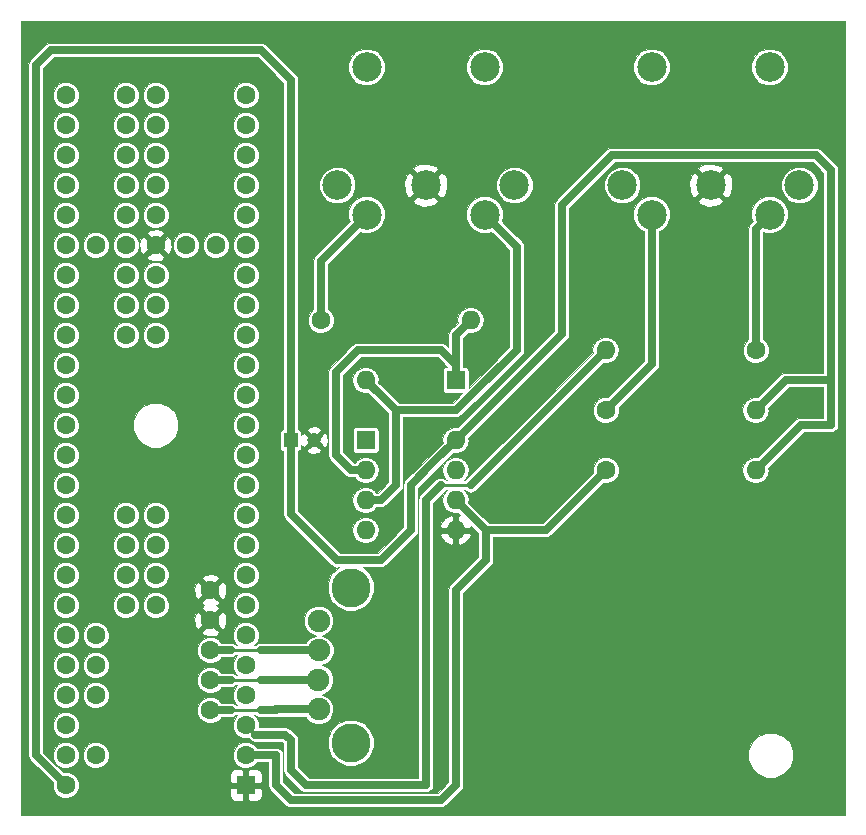
<source format=gbr>
G04 #@! TF.GenerationSoftware,KiCad,Pcbnew,(5.0.2)-1*
G04 #@! TF.CreationDate,2019-01-25T11:54:35-05:00*
G04 #@! TF.ProjectId,midimerger,6d696469-6d65-4726-9765-722e6b696361,rev?*
G04 #@! TF.SameCoordinates,PX60e4b00PY695f190*
G04 #@! TF.FileFunction,Copper,L2,Bot*
G04 #@! TF.FilePolarity,Positive*
%FSLAX46Y46*%
G04 Gerber Fmt 4.6, Leading zero omitted, Abs format (unit mm)*
G04 Created by KiCad (PCBNEW (5.0.2)-1) date 2019-01-25 11:54:35 AM*
%MOMM*%
%LPD*%
G01*
G04 APERTURE LIST*
G04 #@! TA.AperFunction,ComponentPad*
%ADD10R,1.200000X1.200000*%
G04 #@! TD*
G04 #@! TA.AperFunction,ComponentPad*
%ADD11C,1.200000*%
G04 #@! TD*
G04 #@! TA.AperFunction,ComponentPad*
%ADD12R,1.600000X1.600000*%
G04 #@! TD*
G04 #@! TA.AperFunction,ComponentPad*
%ADD13O,1.600000X1.600000*%
G04 #@! TD*
G04 #@! TA.AperFunction,ComponentPad*
%ADD14C,3.300000*%
G04 #@! TD*
G04 #@! TA.AperFunction,ComponentPad*
%ADD15C,1.900000*%
G04 #@! TD*
G04 #@! TA.AperFunction,ComponentPad*
%ADD16C,2.499360*%
G04 #@! TD*
G04 #@! TA.AperFunction,WasherPad*
%ADD17C,2.499360*%
G04 #@! TD*
G04 #@! TA.AperFunction,ComponentPad*
%ADD18C,1.600000*%
G04 #@! TD*
G04 #@! TA.AperFunction,Conductor*
%ADD19C,0.635000*%
G04 #@! TD*
G04 #@! TA.AperFunction,Conductor*
%ADD20C,0.250000*%
G04 #@! TD*
G04 #@! TA.AperFunction,Conductor*
%ADD21C,0.100000*%
G04 #@! TD*
G04 APERTURE END LIST*
D10*
G04 #@! TO.P,C1,1*
G04 #@! TO.N,/5V*
X24130000Y33020000D03*
D11*
G04 #@! TO.P,C1,2*
G04 #@! TO.N,GND*
X26130000Y33020000D03*
G04 #@! TD*
D12*
G04 #@! TO.P,D1,1*
G04 #@! TO.N,Net-(D1-Pad1)*
X38100000Y38100000D03*
D13*
G04 #@! TO.P,D1,2*
G04 #@! TO.N,Net-(D1-Pad2)*
X30480000Y38100000D03*
G04 #@! TD*
D14*
G04 #@! TO.P,J1,SH*
G04 #@! TO.N,N/C*
X29210000Y7400000D03*
X29210000Y20540000D03*
D15*
G04 #@! TO.P,J1,1*
G04 #@! TO.N,/H_USB_5V*
X26500000Y10220000D03*
G04 #@! TO.P,J1,2*
G04 #@! TO.N,/H_USB_D-*
X26485000Y12720000D03*
G04 #@! TO.P,J1,3*
G04 #@! TO.N,/H_USB_D+*
X26510000Y15220000D03*
G04 #@! TO.P,J1,4*
G04 #@! TO.N,Net-(J1-Pad4)*
X26500000Y17720000D03*
G04 #@! TD*
D16*
G04 #@! TO.P,J2,3*
G04 #@! TO.N,Net-(J2-Pad3)*
X43058080Y54612540D03*
G04 #@! TO.P,J2,4*
G04 #@! TO.N,Net-(J2-Pad4)*
X30563820Y52110640D03*
G04 #@! TO.P,J2,2*
G04 #@! TO.N,GND*
X35560000Y54610000D03*
G04 #@! TO.P,J2,1*
G04 #@! TO.N,Net-(J2-Pad1)*
X28061920Y54612540D03*
G04 #@! TO.P,J2,5*
G04 #@! TO.N,Net-(D1-Pad2)*
X40556180Y52110640D03*
D17*
G04 #@! TO.P,J2,*
G04 #@! TO.N,*
X30558740Y64607440D03*
X40561260Y64607440D03*
G04 #@! TD*
G04 #@! TO.P,J3,*
G04 #@! TO.N,*
X64691260Y64607440D03*
X54688740Y64607440D03*
D16*
G04 #@! TO.P,J3,5*
G04 #@! TO.N,Net-(J3-Pad5)*
X64686180Y52110640D03*
G04 #@! TO.P,J3,1*
G04 #@! TO.N,Net-(J3-Pad1)*
X52191920Y54612540D03*
G04 #@! TO.P,J3,2*
G04 #@! TO.N,GND*
X59690000Y54610000D03*
G04 #@! TO.P,J3,4*
G04 #@! TO.N,Net-(J3-Pad4)*
X54693820Y52110640D03*
G04 #@! TO.P,J3,3*
G04 #@! TO.N,Net-(J3-Pad3)*
X67188080Y54612540D03*
G04 #@! TD*
D18*
G04 #@! TO.P,U1,17*
G04 #@! TO.N,Net-(U1-Pad17)*
X20320000Y44450000D03*
G04 #@! TO.P,U1,18*
G04 #@! TO.N,Net-(U1-Pad18)*
X20320000Y46990000D03*
G04 #@! TO.P,U1,19*
G04 #@! TO.N,Net-(U1-Pad19)*
X20320000Y49530000D03*
G04 #@! TO.P,U1,20*
G04 #@! TO.N,Net-(U1-Pad20)*
X20320000Y52070000D03*
G04 #@! TO.P,U1,16*
G04 #@! TO.N,Net-(U1-Pad16)*
X20320000Y41910000D03*
G04 #@! TO.P,U1,15*
G04 #@! TO.N,Net-(U1-Pad15)*
X20320000Y39370000D03*
G04 #@! TO.P,U1,14*
G04 #@! TO.N,Net-(U1-Pad14)*
X20320000Y36830000D03*
G04 #@! TO.P,U1,21*
G04 #@! TO.N,Net-(U1-Pad21)*
X20320000Y54610000D03*
G04 #@! TO.P,U1,22*
G04 #@! TO.N,Net-(U1-Pad22)*
X20320000Y57150000D03*
G04 #@! TO.P,U1,23*
G04 #@! TO.N,Net-(U1-Pad23)*
X20320000Y59690000D03*
G04 #@! TO.P,U1,24*
G04 #@! TO.N,Net-(U1-Pad24)*
X20320000Y62230000D03*
G04 #@! TO.P,U1,25*
G04 #@! TO.N,Net-(U1-Pad25)*
X17780000Y49530000D03*
G04 #@! TO.P,U1,26*
G04 #@! TO.N,Net-(U1-Pad26)*
X15240000Y49530000D03*
G04 #@! TO.P,U1,27*
G04 #@! TO.N,GND*
X12700000Y49530000D03*
G04 #@! TO.P,U1,28*
G04 #@! TO.N,Net-(U1-Pad28)*
X10160000Y49530000D03*
G04 #@! TO.P,U1,29*
G04 #@! TO.N,Net-(U1-Pad29)*
X7620000Y49530000D03*
G04 #@! TO.P,U1,30*
G04 #@! TO.N,Net-(U1-Pad30)*
X5080000Y62230000D03*
G04 #@! TO.P,U1,31*
G04 #@! TO.N,Net-(U1-Pad31)*
X5080000Y59690000D03*
G04 #@! TO.P,U1,32*
G04 #@! TO.N,Net-(U1-Pad32)*
X5080000Y57150000D03*
G04 #@! TO.P,U1,33*
G04 #@! TO.N,Net-(U1-Pad33)*
X5080000Y54610000D03*
G04 #@! TO.P,U1,34*
G04 #@! TO.N,Net-(U1-Pad34)*
X5080000Y52070000D03*
G04 #@! TO.P,U1,35*
G04 #@! TO.N,Net-(U1-Pad35)*
X5080000Y49530000D03*
G04 #@! TO.P,U1,36*
G04 #@! TO.N,Net-(U1-Pad36)*
X5080000Y46990000D03*
G04 #@! TO.P,U1,37*
G04 #@! TO.N,Net-(U1-Pad37)*
X5080000Y44450000D03*
G04 #@! TO.P,U1,13*
G04 #@! TO.N,Net-(U1-Pad13)*
X20320000Y34290000D03*
G04 #@! TO.P,U1,12*
G04 #@! TO.N,Net-(U1-Pad12)*
X20320000Y31750000D03*
G04 #@! TO.P,U1,11*
G04 #@! TO.N,Net-(U1-Pad11)*
X20320000Y29210000D03*
G04 #@! TO.P,U1,10*
G04 #@! TO.N,Net-(U1-Pad10)*
X20320000Y26670000D03*
G04 #@! TO.P,U1,9*
G04 #@! TO.N,Net-(U1-Pad9)*
X20320000Y24130000D03*
G04 #@! TO.P,U1,8*
G04 #@! TO.N,Net-(U1-Pad8)*
X20320000Y21590000D03*
G04 #@! TO.P,U1,7*
G04 #@! TO.N,Net-(U1-Pad7)*
X20320000Y19050000D03*
G04 #@! TO.P,U1,6*
G04 #@! TO.N,Net-(U1-Pad6)*
X20320000Y16510000D03*
G04 #@! TO.P,U1,5*
G04 #@! TO.N,Net-(U1-Pad5)*
X20320000Y13970000D03*
G04 #@! TO.P,U1,4*
G04 #@! TO.N,Net-(U1-Pad4)*
X20320000Y11430000D03*
G04 #@! TO.P,U1,3*
G04 #@! TO.N,/MIDI_1_OUT*
X20320000Y8890000D03*
G04 #@! TO.P,U1,2*
G04 #@! TO.N,/MIDI_1_IN*
X20320000Y6350000D03*
D12*
G04 #@! TO.P,U1,1*
G04 #@! TO.N,GND*
X20320000Y3810000D03*
D18*
G04 #@! TO.P,U1,38*
G04 #@! TO.N,Net-(U1-Pad38)*
X5080000Y41910000D03*
G04 #@! TO.P,U1,39*
G04 #@! TO.N,Net-(U1-Pad39)*
X5080000Y39370000D03*
G04 #@! TO.P,U1,40*
G04 #@! TO.N,Net-(U1-Pad40)*
X5080000Y36830000D03*
G04 #@! TO.P,U1,41*
G04 #@! TO.N,Net-(U1-Pad41)*
X5080000Y34290000D03*
G04 #@! TO.P,U1,42*
G04 #@! TO.N,Net-(U1-Pad42)*
X5080000Y31750000D03*
G04 #@! TO.P,U1,43*
G04 #@! TO.N,Net-(U1-Pad43)*
X5080000Y29210000D03*
G04 #@! TO.P,U1,44*
G04 #@! TO.N,Net-(U1-Pad44)*
X5080000Y26670000D03*
G04 #@! TO.P,U1,45*
G04 #@! TO.N,Net-(U1-Pad45)*
X5080000Y24130000D03*
G04 #@! TO.P,U1,46*
G04 #@! TO.N,Net-(U1-Pad46)*
X5080000Y21590000D03*
G04 #@! TO.P,U1,47*
G04 #@! TO.N,Net-(U1-Pad47)*
X5080000Y19050000D03*
G04 #@! TO.P,U1,48*
G04 #@! TO.N,Net-(U1-Pad48)*
X5080000Y16510000D03*
G04 #@! TO.P,U1,49*
G04 #@! TO.N,Net-(U1-Pad49)*
X5080000Y13970000D03*
G04 #@! TO.P,U1,50*
G04 #@! TO.N,Net-(U1-Pad50)*
X5080000Y11430000D03*
G04 #@! TO.P,U1,51*
G04 #@! TO.N,Net-(U1-Pad51)*
X5080000Y8890000D03*
G04 #@! TO.P,U1,52*
G04 #@! TO.N,Net-(U1-Pad52)*
X5080000Y6350000D03*
G04 #@! TO.P,U1,53*
G04 #@! TO.N,/5V*
X5080000Y3810000D03*
G04 #@! TO.P,U1,54*
G04 #@! TO.N,Net-(U1-Pad54)*
X7620000Y6350000D03*
G04 #@! TO.P,U1,55*
G04 #@! TO.N,Net-(U1-Pad55)*
X7620000Y11430000D03*
G04 #@! TO.P,U1,56*
G04 #@! TO.N,Net-(U1-Pad56)*
X7620000Y13970000D03*
G04 #@! TO.P,U1,57*
G04 #@! TO.N,Net-(U1-Pad57)*
X7620000Y16510000D03*
G04 #@! TO.P,U1,63*
G04 #@! TO.N,Net-(U1-Pad63)*
X12700000Y19050000D03*
G04 #@! TO.P,U1,64*
G04 #@! TO.N,Net-(U1-Pad64)*
X12700000Y21590000D03*
G04 #@! TO.P,U1,65*
G04 #@! TO.N,Net-(U1-Pad65)*
X12700000Y24130000D03*
G04 #@! TO.P,U1,66*
G04 #@! TO.N,Net-(U1-Pad66)*
X12700000Y26670000D03*
G04 #@! TO.P,U1,67*
G04 #@! TO.N,Net-(U1-Pad67)*
X12700000Y41910000D03*
G04 #@! TO.P,U1,68*
G04 #@! TO.N,Net-(U1-Pad68)*
X12700000Y44450000D03*
G04 #@! TO.P,U1,69*
G04 #@! TO.N,Net-(U1-Pad69)*
X12700000Y46990000D03*
G04 #@! TO.P,U1,70*
G04 #@! TO.N,Net-(U1-Pad70)*
X12700000Y52070000D03*
G04 #@! TO.P,U1,71*
G04 #@! TO.N,Net-(U1-Pad71)*
X12700000Y54610000D03*
G04 #@! TO.P,U1,72*
G04 #@! TO.N,Net-(U1-Pad72)*
X12700000Y57150000D03*
G04 #@! TO.P,U1,73*
G04 #@! TO.N,Net-(U1-Pad73)*
X12700000Y59690000D03*
G04 #@! TO.P,U1,74*
G04 #@! TO.N,Net-(U1-Pad74)*
X12700000Y62230000D03*
G04 #@! TO.P,U1,75*
G04 #@! TO.N,Net-(U1-Pad75)*
X10160000Y62230000D03*
G04 #@! TO.P,U1,76*
G04 #@! TO.N,Net-(U1-Pad76)*
X10160000Y59690000D03*
G04 #@! TO.P,U1,77*
G04 #@! TO.N,Net-(U1-Pad77)*
X10160000Y57150000D03*
G04 #@! TO.P,U1,78*
G04 #@! TO.N,Net-(U1-Pad78)*
X10160000Y54610000D03*
G04 #@! TO.P,U1,79*
G04 #@! TO.N,Net-(U1-Pad79)*
X10160000Y52070000D03*
G04 #@! TO.P,U1,80*
G04 #@! TO.N,Net-(U1-Pad80)*
X10160000Y46990000D03*
G04 #@! TO.P,U1,81*
G04 #@! TO.N,Net-(U1-Pad81)*
X10160000Y44450000D03*
G04 #@! TO.P,U1,82*
G04 #@! TO.N,Net-(U1-Pad82)*
X10160000Y41910000D03*
G04 #@! TO.P,U1,83*
G04 #@! TO.N,Net-(U1-Pad83)*
X10160000Y26670000D03*
G04 #@! TO.P,U1,84*
G04 #@! TO.N,Net-(U1-Pad84)*
X10160000Y24130000D03*
G04 #@! TO.P,U1,85*
G04 #@! TO.N,Net-(U1-Pad85)*
X10160000Y21590000D03*
G04 #@! TO.P,U1,86*
G04 #@! TO.N,Net-(U1-Pad86)*
X10160000Y19050000D03*
G04 #@! TO.P,U1,58*
G04 #@! TO.N,/H_USB_5V*
X17320000Y10160000D03*
G04 #@! TO.P,U1,59*
G04 #@! TO.N,/H_USB_D-*
X17320000Y12700000D03*
G04 #@! TO.P,U1,60*
G04 #@! TO.N,/H_USB_D+*
X17320000Y15240000D03*
G04 #@! TO.P,U1,61*
G04 #@! TO.N,GND*
X17320000Y17780000D03*
G04 #@! TO.P,U1,62*
X17320000Y20320000D03*
G04 #@! TD*
D12*
G04 #@! TO.P,U2,1*
G04 #@! TO.N,Net-(U2-Pad1)*
X30480000Y33020000D03*
D13*
G04 #@! TO.P,U2,5*
G04 #@! TO.N,GND*
X38100000Y25400000D03*
G04 #@! TO.P,U2,2*
G04 #@! TO.N,Net-(D1-Pad1)*
X30480000Y30480000D03*
G04 #@! TO.P,U2,6*
G04 #@! TO.N,/MIDI_1_IN*
X38100000Y27940000D03*
G04 #@! TO.P,U2,3*
G04 #@! TO.N,Net-(D1-Pad2)*
X30480000Y27940000D03*
G04 #@! TO.P,U2,7*
G04 #@! TO.N,Net-(U2-Pad7)*
X38100000Y30480000D03*
G04 #@! TO.P,U2,4*
G04 #@! TO.N,Net-(U2-Pad4)*
X30480000Y25400000D03*
G04 #@! TO.P,U2,8*
G04 #@! TO.N,/5V*
X38100000Y33020000D03*
G04 #@! TD*
G04 #@! TO.P,R1,2*
G04 #@! TO.N,Net-(D1-Pad1)*
X39370000Y43180000D03*
D18*
G04 #@! TO.P,R1,1*
G04 #@! TO.N,Net-(J2-Pad4)*
X26670000Y43180000D03*
G04 #@! TD*
G04 #@! TO.P,R2,1*
G04 #@! TO.N,Net-(J3-Pad5)*
X63500000Y40640000D03*
D13*
G04 #@! TO.P,R2,2*
G04 #@! TO.N,/MIDI_1_OUT*
X50800000Y40640000D03*
G04 #@! TD*
D18*
G04 #@! TO.P,R3,1*
G04 #@! TO.N,Net-(J3-Pad4)*
X50800000Y35560000D03*
D13*
G04 #@! TO.P,R3,2*
G04 #@! TO.N,/5V*
X63500000Y35560000D03*
G04 #@! TD*
G04 #@! TO.P,R4,2*
G04 #@! TO.N,/5V*
X63500000Y30480000D03*
D18*
G04 #@! TO.P,R4,1*
G04 #@! TO.N,/MIDI_1_IN*
X50800000Y30480000D03*
G04 #@! TD*
D19*
G04 #@! TO.N,/5V*
X20320000Y66040000D02*
X20366642Y66040000D01*
X20320000Y66040000D02*
X21590000Y66040000D01*
X24130000Y63500000D02*
X24130000Y33020000D01*
X21590000Y66040000D02*
X24130000Y63500000D01*
X3810000Y66040000D02*
X8890000Y66040000D01*
X2540000Y64770000D02*
X3810000Y66040000D01*
X2540000Y6350000D02*
X2540000Y64770000D01*
X5080000Y3810000D02*
X2540000Y6350000D01*
X6860178Y66040000D02*
X8890000Y66040000D01*
X8890000Y66040000D02*
X20320000Y66040000D01*
X47091501Y52923749D02*
X51317752Y57150000D01*
X38100000Y33020000D02*
X47091501Y42011501D01*
X47091501Y42011501D02*
X47091501Y52923749D01*
X67310000Y57150000D02*
X68062248Y57150000D01*
X51317752Y57150000D02*
X67310000Y57150000D01*
X69850000Y55880000D02*
X69850000Y39370000D01*
X67310000Y57150000D02*
X68580000Y57150000D01*
X68580000Y57150000D02*
X69850000Y55880000D01*
X36133490Y31053490D02*
X38100000Y33020000D01*
X24130000Y33020000D02*
X24130000Y26771501D01*
X28041501Y22860000D02*
X31750000Y22860000D01*
X31750000Y22860000D02*
X34290000Y25400000D01*
X24130000Y26771501D02*
X28041501Y22860000D01*
X34290000Y29210000D02*
X36133490Y31053490D01*
X34290000Y25400000D02*
X34290000Y29210000D01*
X66040000Y38100000D02*
X63500000Y35560000D01*
X69850000Y38100000D02*
X66040000Y38100000D01*
X69850000Y38100000D02*
X69850000Y34290000D01*
X69850000Y39370000D02*
X69850000Y38100000D01*
X67310000Y34290000D02*
X63500000Y30480000D01*
X69850000Y34290000D02*
X67310000Y34290000D01*
G04 #@! TO.N,Net-(D1-Pad1)*
X27940000Y31851501D02*
X27940000Y38758321D01*
X38100000Y38100000D02*
X38100000Y39535000D01*
X30480000Y30480000D02*
X29210000Y30480000D01*
X29210000Y30480000D02*
X27940000Y31750000D01*
X29821679Y40640000D02*
X36830000Y40640000D01*
X27940000Y38758321D02*
X29821679Y40640000D01*
X36830000Y40640000D02*
X38100000Y39370000D01*
X38100000Y41910000D02*
X39370000Y43180000D01*
X38100000Y39370000D02*
X38100000Y41910000D01*
G04 #@! TO.N,Net-(D1-Pad2)*
X31279999Y37300001D02*
X30480000Y38100000D01*
X41805859Y50860961D02*
X40556180Y52110640D01*
X43281501Y49385319D02*
X41805859Y50860961D01*
X43281501Y40652799D02*
X43281501Y49385319D01*
X39357201Y36728499D02*
X43281501Y40652799D01*
X33020000Y35560000D02*
X30480000Y38100000D01*
X34290000Y35560000D02*
X33020000Y35560000D01*
X33020000Y29210000D02*
X33020000Y35560000D01*
X34290000Y35560000D02*
X38100000Y35560000D01*
X38100000Y35560000D02*
X39370000Y36830000D01*
X30480000Y27940000D02*
X31750000Y27940000D01*
X31750000Y27940000D02*
X33020000Y29210000D01*
G04 #@! TO.N,/H_USB_5V*
X17320000Y10160000D02*
X19050000Y10160000D01*
X22920000Y10220000D02*
X22860000Y10160000D01*
X26500000Y10220000D02*
X22920000Y10220000D01*
X22860000Y10160000D02*
X21590000Y10160000D01*
D20*
X19050000Y10160000D02*
X21590000Y10160000D01*
D19*
G04 #@! TO.N,/H_USB_D-*
X17320000Y12700000D02*
X19050000Y12700000D01*
X21610000Y12720000D02*
X21590000Y12700000D01*
X26485000Y12720000D02*
X21610000Y12720000D01*
D20*
X17320000Y12700000D02*
X21590000Y12700000D01*
G04 #@! TO.N,/H_USB_D+*
X26490000Y15240000D02*
X26510000Y15220000D01*
X17320000Y15240000D02*
X26490000Y15240000D01*
D19*
X17320000Y15240000D02*
X19050000Y15240000D01*
X26510000Y15220000D02*
X21610000Y15220000D01*
G04 #@! TO.N,Net-(J2-Pad4)*
X26670000Y48216820D02*
X30563820Y52110640D01*
X26670000Y43180000D02*
X26670000Y48216820D01*
G04 #@! TO.N,Net-(J3-Pad5)*
X63500000Y50924460D02*
X64686180Y52110640D01*
X63500000Y40640000D02*
X63500000Y50924460D01*
G04 #@! TO.N,Net-(J3-Pad4)*
X54693820Y39453820D02*
X54693820Y52110640D01*
X50800000Y35560000D02*
X54693820Y39453820D01*
D20*
G04 #@! TO.N,/MIDI_1_OUT*
X20320000Y8890000D02*
X21119999Y8090001D01*
X36830000Y29210000D02*
X39370000Y29210000D01*
D19*
X39370000Y29210000D02*
X50800000Y40640000D01*
X35560000Y27940000D02*
X36830000Y29210000D01*
X23659999Y8090001D02*
X24130000Y7620000D01*
X21119999Y8090001D02*
X23659999Y8090001D01*
X24130000Y7620000D02*
X24130000Y5080000D01*
X24130000Y5080000D02*
X25400000Y3810000D01*
X25400000Y3810000D02*
X35560000Y3810000D01*
X35560000Y3810000D02*
X35560000Y27940000D01*
G04 #@! TO.N,/MIDI_1_IN*
X40640000Y25400000D02*
X38100000Y27940000D01*
X45720000Y25400000D02*
X50800000Y30480000D01*
X40640000Y25400000D02*
X45720000Y25400000D01*
X38100000Y20320000D02*
X40640000Y22860000D01*
X22860000Y6350000D02*
X22860000Y3810000D01*
X40640000Y22860000D02*
X40640000Y25400000D01*
X20320000Y6350000D02*
X22860000Y6350000D01*
X22860000Y3810000D02*
X24130000Y2540000D01*
X24130000Y2540000D02*
X36830000Y2540000D01*
X36830000Y2540000D02*
X38100000Y3810000D01*
X38100000Y3810000D02*
X38100000Y20320000D01*
G04 #@! TD*
D21*
G04 #@! TO.N,GND*
G36*
X71070000Y1320000D02*
X1320000Y1320000D01*
X1320000Y64770000D01*
X1906325Y64770000D01*
X1918501Y64708788D01*
X1918500Y6411207D01*
X1906325Y6350000D01*
X1918500Y6288794D01*
X1954561Y6107504D01*
X2091924Y5901924D01*
X2143819Y5867249D01*
X3977601Y4033465D01*
X3976000Y4029599D01*
X3976000Y3590401D01*
X4144074Y3184634D01*
X4454634Y2874074D01*
X4860401Y2706000D01*
X5299599Y2706000D01*
X5705366Y2874074D01*
X6015926Y3184634D01*
X6132678Y3466500D01*
X18962000Y3466500D01*
X18962000Y2899007D01*
X19046950Y2693918D01*
X19203918Y2536951D01*
X19409007Y2452000D01*
X19976500Y2452000D01*
X20116000Y2591500D01*
X20116000Y3606000D01*
X20524000Y3606000D01*
X20524000Y2591500D01*
X20663500Y2452000D01*
X21230993Y2452000D01*
X21436082Y2536951D01*
X21593050Y2693918D01*
X21678000Y2899007D01*
X21678000Y3466500D01*
X21538500Y3606000D01*
X20524000Y3606000D01*
X20116000Y3606000D01*
X19101500Y3606000D01*
X18962000Y3466500D01*
X6132678Y3466500D01*
X6184000Y3590401D01*
X6184000Y4029599D01*
X6015926Y4435366D01*
X5730299Y4720993D01*
X18962000Y4720993D01*
X18962000Y4153500D01*
X19101500Y4014000D01*
X20116000Y4014000D01*
X20116000Y5028500D01*
X20524000Y5028500D01*
X20524000Y4014000D01*
X21538500Y4014000D01*
X21678000Y4153500D01*
X21678000Y4720993D01*
X21593050Y4926082D01*
X21436082Y5083049D01*
X21230993Y5168000D01*
X20663500Y5168000D01*
X20524000Y5028500D01*
X20116000Y5028500D01*
X19976500Y5168000D01*
X19409007Y5168000D01*
X19203918Y5083049D01*
X19046950Y4926082D01*
X18962000Y4720993D01*
X5730299Y4720993D01*
X5705366Y4745926D01*
X5299599Y4914000D01*
X4860401Y4914000D01*
X4856535Y4912399D01*
X3199334Y6569599D01*
X3976000Y6569599D01*
X3976000Y6130401D01*
X4144074Y5724634D01*
X4454634Y5414074D01*
X4860401Y5246000D01*
X5299599Y5246000D01*
X5705366Y5414074D01*
X6015926Y5724634D01*
X6184000Y6130401D01*
X6184000Y6569599D01*
X6516000Y6569599D01*
X6516000Y6130401D01*
X6684074Y5724634D01*
X6994634Y5414074D01*
X7400401Y5246000D01*
X7839599Y5246000D01*
X8245366Y5414074D01*
X8555926Y5724634D01*
X8724000Y6130401D01*
X8724000Y6569599D01*
X8555926Y6975366D01*
X8245366Y7285926D01*
X7839599Y7454000D01*
X7400401Y7454000D01*
X6994634Y7285926D01*
X6684074Y6975366D01*
X6516000Y6569599D01*
X6184000Y6569599D01*
X6015926Y6975366D01*
X5705366Y7285926D01*
X5299599Y7454000D01*
X4860401Y7454000D01*
X4454634Y7285926D01*
X4144074Y6975366D01*
X3976000Y6569599D01*
X3199334Y6569599D01*
X3161500Y6607432D01*
X3161500Y9109599D01*
X3976000Y9109599D01*
X3976000Y8670401D01*
X4144074Y8264634D01*
X4454634Y7954074D01*
X4860401Y7786000D01*
X5299599Y7786000D01*
X5705366Y7954074D01*
X6015926Y8264634D01*
X6184000Y8670401D01*
X6184000Y9109599D01*
X6015926Y9515366D01*
X5705366Y9825926D01*
X5299599Y9994000D01*
X4860401Y9994000D01*
X4454634Y9825926D01*
X4144074Y9515366D01*
X3976000Y9109599D01*
X3161500Y9109599D01*
X3161500Y11649599D01*
X3976000Y11649599D01*
X3976000Y11210401D01*
X4144074Y10804634D01*
X4454634Y10494074D01*
X4860401Y10326000D01*
X5299599Y10326000D01*
X5705366Y10494074D01*
X6015926Y10804634D01*
X6184000Y11210401D01*
X6184000Y11649599D01*
X6516000Y11649599D01*
X6516000Y11210401D01*
X6684074Y10804634D01*
X6994634Y10494074D01*
X7400401Y10326000D01*
X7839599Y10326000D01*
X8245366Y10494074D01*
X8555926Y10804634D01*
X8724000Y11210401D01*
X8724000Y11649599D01*
X8555926Y12055366D01*
X8245366Y12365926D01*
X7839599Y12534000D01*
X7400401Y12534000D01*
X6994634Y12365926D01*
X6684074Y12055366D01*
X6516000Y11649599D01*
X6184000Y11649599D01*
X6015926Y12055366D01*
X5705366Y12365926D01*
X5299599Y12534000D01*
X4860401Y12534000D01*
X4454634Y12365926D01*
X4144074Y12055366D01*
X3976000Y11649599D01*
X3161500Y11649599D01*
X3161500Y14189599D01*
X3976000Y14189599D01*
X3976000Y13750401D01*
X4144074Y13344634D01*
X4454634Y13034074D01*
X4860401Y12866000D01*
X5299599Y12866000D01*
X5705366Y13034074D01*
X6015926Y13344634D01*
X6184000Y13750401D01*
X6184000Y14189599D01*
X6516000Y14189599D01*
X6516000Y13750401D01*
X6684074Y13344634D01*
X6994634Y13034074D01*
X7400401Y12866000D01*
X7839599Y12866000D01*
X8245366Y13034074D01*
X8555926Y13344634D01*
X8724000Y13750401D01*
X8724000Y14189599D01*
X8555926Y14595366D01*
X8245366Y14905926D01*
X7839599Y15074000D01*
X7400401Y15074000D01*
X6994634Y14905926D01*
X6684074Y14595366D01*
X6516000Y14189599D01*
X6184000Y14189599D01*
X6015926Y14595366D01*
X5705366Y14905926D01*
X5299599Y15074000D01*
X4860401Y15074000D01*
X4454634Y14905926D01*
X4144074Y14595366D01*
X3976000Y14189599D01*
X3161500Y14189599D01*
X3161500Y16729599D01*
X3976000Y16729599D01*
X3976000Y16290401D01*
X4144074Y15884634D01*
X4454634Y15574074D01*
X4860401Y15406000D01*
X5299599Y15406000D01*
X5705366Y15574074D01*
X6015926Y15884634D01*
X6184000Y16290401D01*
X6184000Y16729599D01*
X6516000Y16729599D01*
X6516000Y16290401D01*
X6684074Y15884634D01*
X6994634Y15574074D01*
X7400401Y15406000D01*
X7839599Y15406000D01*
X7968998Y15459599D01*
X16216000Y15459599D01*
X16216000Y15020401D01*
X16384074Y14614634D01*
X16694634Y14304074D01*
X17100401Y14136000D01*
X17539599Y14136000D01*
X17945366Y14304074D01*
X18255926Y14614634D01*
X18257527Y14618500D01*
X19111207Y14618500D01*
X19292497Y14654561D01*
X19498076Y14791924D01*
X19510822Y14811000D01*
X19599708Y14811000D01*
X19384074Y14595366D01*
X19216000Y14189599D01*
X19216000Y13750401D01*
X19384074Y13344634D01*
X19599708Y13129000D01*
X19510822Y13129000D01*
X19498076Y13148076D01*
X19292497Y13285439D01*
X19111207Y13321500D01*
X18257527Y13321500D01*
X18255926Y13325366D01*
X17945366Y13635926D01*
X17539599Y13804000D01*
X17100401Y13804000D01*
X16694634Y13635926D01*
X16384074Y13325366D01*
X16216000Y12919599D01*
X16216000Y12480401D01*
X16384074Y12074634D01*
X16694634Y11764074D01*
X17100401Y11596000D01*
X17539599Y11596000D01*
X17945366Y11764074D01*
X18255926Y12074634D01*
X18257527Y12078500D01*
X19111207Y12078500D01*
X19292497Y12114561D01*
X19498076Y12251924D01*
X19510822Y12271000D01*
X19599708Y12271000D01*
X19384074Y12055366D01*
X19216000Y11649599D01*
X19216000Y11210401D01*
X19384074Y10804634D01*
X19599708Y10589000D01*
X19510822Y10589000D01*
X19498076Y10608076D01*
X19292497Y10745439D01*
X19111207Y10781500D01*
X18257527Y10781500D01*
X18255926Y10785366D01*
X17945366Y11095926D01*
X17539599Y11264000D01*
X17100401Y11264000D01*
X16694634Y11095926D01*
X16384074Y10785366D01*
X16216000Y10379599D01*
X16216000Y9940401D01*
X16384074Y9534634D01*
X16694634Y9224074D01*
X17100401Y9056000D01*
X17539599Y9056000D01*
X17945366Y9224074D01*
X18255926Y9534634D01*
X18257527Y9538500D01*
X19111207Y9538500D01*
X19292497Y9574561D01*
X19498076Y9711924D01*
X19510822Y9731000D01*
X19599708Y9731000D01*
X19384074Y9515366D01*
X19216000Y9109599D01*
X19216000Y8670401D01*
X19384074Y8264634D01*
X19694634Y7954074D01*
X20100401Y7786000D01*
X20539599Y7786000D01*
X20567839Y7797698D01*
X20671923Y7641925D01*
X20877502Y7504562D01*
X21058792Y7468501D01*
X23402567Y7468501D01*
X23508500Y7362567D01*
X23508501Y5141212D01*
X23496325Y5080000D01*
X23544561Y4837504D01*
X23544562Y4837503D01*
X23681925Y4631924D01*
X23733817Y4597251D01*
X24917252Y3413814D01*
X24951924Y3361924D01*
X25157503Y3224561D01*
X25338793Y3188500D01*
X25338796Y3188500D01*
X25399999Y3176326D01*
X25461203Y3188500D01*
X35498793Y3188500D01*
X35560000Y3176325D01*
X35621207Y3188500D01*
X35802497Y3224561D01*
X36008076Y3361924D01*
X36145439Y3567503D01*
X36193675Y3810000D01*
X36181500Y3871207D01*
X36181500Y24988484D01*
X36805852Y24988484D01*
X36893900Y24775875D01*
X37224551Y24361829D01*
X37688482Y24105835D01*
X37896000Y24196893D01*
X37896000Y25196000D01*
X38304000Y25196000D01*
X38304000Y24196893D01*
X38511518Y24105835D01*
X38975449Y24361829D01*
X39306100Y24775875D01*
X39394148Y24988484D01*
X39301302Y25196000D01*
X38304000Y25196000D01*
X37896000Y25196000D01*
X36898698Y25196000D01*
X36805852Y24988484D01*
X36181500Y24988484D01*
X36181500Y25811516D01*
X36805852Y25811516D01*
X36898698Y25604000D01*
X37896000Y25604000D01*
X37896000Y26603107D01*
X37688482Y26694165D01*
X37224551Y26438171D01*
X36893900Y26024125D01*
X36805852Y25811516D01*
X36181500Y25811516D01*
X36181500Y27682568D01*
X37279934Y28781000D01*
X37371499Y28781000D01*
X37304061Y28735939D01*
X37060055Y28370759D01*
X36974372Y27940000D01*
X37060055Y27509241D01*
X37304061Y27144061D01*
X37669241Y26900055D01*
X37991268Y26836000D01*
X38208732Y26836000D01*
X38305766Y26855301D01*
X38480509Y26680558D01*
X38304000Y26603107D01*
X38304000Y25604000D01*
X39301302Y25604000D01*
X39380362Y25780704D01*
X40018501Y25142565D01*
X40018500Y23117434D01*
X37703817Y20802749D01*
X37651925Y20768076D01*
X37575752Y20654074D01*
X37514561Y20562496D01*
X37466325Y20320000D01*
X37478501Y20258788D01*
X37478500Y4067434D01*
X36572568Y3161500D01*
X24387434Y3161500D01*
X23481500Y4067432D01*
X23481500Y6288794D01*
X23493675Y6350000D01*
X23445439Y6592497D01*
X23308076Y6798076D01*
X23102497Y6935439D01*
X22921207Y6971500D01*
X22860000Y6983675D01*
X22798793Y6971500D01*
X21257527Y6971500D01*
X21255926Y6975366D01*
X20945366Y7285926D01*
X20539599Y7454000D01*
X20100401Y7454000D01*
X19694634Y7285926D01*
X19384074Y6975366D01*
X19216000Y6569599D01*
X19216000Y6130401D01*
X19384074Y5724634D01*
X19694634Y5414074D01*
X20100401Y5246000D01*
X20539599Y5246000D01*
X20945366Y5414074D01*
X21255926Y5724634D01*
X21257527Y5728500D01*
X22238500Y5728500D01*
X22238501Y3871212D01*
X22226325Y3810000D01*
X22274561Y3567504D01*
X22274562Y3567503D01*
X22411925Y3361924D01*
X22463817Y3327251D01*
X23647253Y2143813D01*
X23681924Y2091924D01*
X23887503Y1954561D01*
X24068793Y1918500D01*
X24068796Y1918500D01*
X24129999Y1906326D01*
X24191203Y1918500D01*
X36768793Y1918500D01*
X36830000Y1906325D01*
X36891207Y1918500D01*
X37072497Y1954561D01*
X37278076Y2091924D01*
X37312751Y2143819D01*
X38496188Y3327254D01*
X38548076Y3361924D01*
X38685439Y3567503D01*
X38721500Y3748793D01*
X38721500Y3748796D01*
X38733674Y3809999D01*
X38721500Y3871203D01*
X38721500Y6728729D01*
X62866000Y6728729D01*
X62866000Y5971271D01*
X63155866Y5271470D01*
X63691470Y4735866D01*
X64391271Y4446000D01*
X65148729Y4446000D01*
X65848530Y4735866D01*
X66384134Y5271470D01*
X66674000Y5971271D01*
X66674000Y6728729D01*
X66384134Y7428530D01*
X65848530Y7964134D01*
X65148729Y8254000D01*
X64391271Y8254000D01*
X63691470Y7964134D01*
X63155866Y7428530D01*
X62866000Y6728729D01*
X38721500Y6728729D01*
X38721500Y20062568D01*
X41036188Y22377254D01*
X41088076Y22411924D01*
X41225439Y22617503D01*
X41261500Y22798793D01*
X41261500Y22798797D01*
X41273674Y22859999D01*
X41261500Y22921201D01*
X41261500Y24778500D01*
X45658793Y24778500D01*
X45720000Y24766325D01*
X45781207Y24778500D01*
X45962497Y24814561D01*
X46168076Y24951924D01*
X46202751Y25003819D01*
X50576534Y29377602D01*
X50580401Y29376000D01*
X51019599Y29376000D01*
X51425366Y29544074D01*
X51735926Y29854634D01*
X51904000Y30260401D01*
X51904000Y30699599D01*
X51735926Y31105366D01*
X51425366Y31415926D01*
X51019599Y31584000D01*
X50580401Y31584000D01*
X50174634Y31415926D01*
X49864074Y31105366D01*
X49696000Y30699599D01*
X49696000Y30260401D01*
X49697602Y30256534D01*
X45462568Y26021500D01*
X40897434Y26021500D01*
X39184699Y27734234D01*
X39225628Y27940000D01*
X39139945Y28370759D01*
X38895939Y28735939D01*
X38828501Y28781000D01*
X38909179Y28781000D01*
X38921925Y28761925D01*
X39127504Y28624561D01*
X39370000Y28576325D01*
X39612496Y28624561D01*
X39766186Y28727254D01*
X46818531Y35779599D01*
X49696000Y35779599D01*
X49696000Y35340401D01*
X49864074Y34934634D01*
X50174634Y34624074D01*
X50580401Y34456000D01*
X51019599Y34456000D01*
X51425366Y34624074D01*
X51735926Y34934634D01*
X51904000Y35340401D01*
X51904000Y35779599D01*
X51902398Y35783466D01*
X55090007Y38971073D01*
X55141896Y39005744D01*
X55279259Y39211323D01*
X55298647Y39308794D01*
X55327495Y39453819D01*
X55315320Y39515026D01*
X55315320Y40859599D01*
X62396000Y40859599D01*
X62396000Y40420401D01*
X62564074Y40014634D01*
X62874634Y39704074D01*
X63280401Y39536000D01*
X63719599Y39536000D01*
X64125366Y39704074D01*
X64435926Y40014634D01*
X64604000Y40420401D01*
X64604000Y40859599D01*
X64435926Y41265366D01*
X64125366Y41575926D01*
X64121500Y41577527D01*
X64121500Y50662847D01*
X64377134Y50556960D01*
X64995226Y50556960D01*
X65566269Y50793494D01*
X66003326Y51230551D01*
X66239860Y51801594D01*
X66239860Y52419686D01*
X66003326Y52990729D01*
X65566269Y53427786D01*
X64995226Y53664320D01*
X64377134Y53664320D01*
X63806091Y53427786D01*
X63369034Y52990729D01*
X63132500Y52419686D01*
X63132500Y51801594D01*
X63239612Y51543004D01*
X63103817Y51407209D01*
X63051925Y51372536D01*
X62957054Y51230551D01*
X62914561Y51166956D01*
X62866325Y50924460D01*
X62878501Y50863248D01*
X62878500Y41577527D01*
X62874634Y41575926D01*
X62564074Y41265366D01*
X62396000Y40859599D01*
X55315320Y40859599D01*
X55315320Y50686383D01*
X55573909Y50793494D01*
X56010966Y51230551D01*
X56247500Y51801594D01*
X56247500Y52419686D01*
X56010966Y52990729D01*
X55731901Y53269794D01*
X58638294Y53269794D01*
X58778352Y53008158D01*
X59460746Y52781218D01*
X60178042Y52832695D01*
X60601648Y53008158D01*
X60741706Y53269794D01*
X59690000Y54321500D01*
X58638294Y53269794D01*
X55731901Y53269794D01*
X55573909Y53427786D01*
X55002866Y53664320D01*
X54384774Y53664320D01*
X53813731Y53427786D01*
X53376674Y52990729D01*
X53140140Y52419686D01*
X53140140Y51801594D01*
X53376674Y51230551D01*
X53813731Y50793494D01*
X54072321Y50686382D01*
X54072320Y39711254D01*
X51023466Y36662398D01*
X51019599Y36664000D01*
X50580401Y36664000D01*
X50174634Y36495926D01*
X49864074Y36185366D01*
X49696000Y35779599D01*
X46818531Y35779599D01*
X50594234Y39555301D01*
X50691268Y39536000D01*
X50908732Y39536000D01*
X51230759Y39600055D01*
X51595939Y39844061D01*
X51839945Y40209241D01*
X51925628Y40640000D01*
X51839945Y41070759D01*
X51595939Y41435939D01*
X51230759Y41679945D01*
X50908732Y41744000D01*
X50691268Y41744000D01*
X50369241Y41679945D01*
X50004061Y41435939D01*
X49760055Y41070759D01*
X49674372Y40640000D01*
X49715301Y40434234D01*
X38920068Y29639000D01*
X38828501Y29639000D01*
X38895939Y29684061D01*
X39139945Y30049241D01*
X39225628Y30480000D01*
X39139945Y30910759D01*
X38895939Y31275939D01*
X38530759Y31519945D01*
X38208732Y31584000D01*
X37991268Y31584000D01*
X37669241Y31519945D01*
X37304061Y31275939D01*
X37060055Y30910759D01*
X36974372Y30480000D01*
X37060055Y30049241D01*
X37304061Y29684061D01*
X37371499Y29639000D01*
X37290821Y29639000D01*
X37278075Y29658075D01*
X37072496Y29795439D01*
X36829999Y29843674D01*
X36587503Y29795439D01*
X36433812Y29692746D01*
X35163817Y28422749D01*
X35111925Y28388076D01*
X35035752Y28274074D01*
X34974561Y28182496D01*
X34926325Y27940000D01*
X34938501Y27878788D01*
X34938500Y4431500D01*
X25657434Y4431500D01*
X24751500Y5337432D01*
X24751500Y7558793D01*
X24763675Y7620000D01*
X24730124Y7788675D01*
X27256000Y7788675D01*
X27256000Y7011325D01*
X27553479Y6293148D01*
X28103148Y5743479D01*
X28821325Y5446000D01*
X29598675Y5446000D01*
X30316852Y5743479D01*
X30866521Y6293148D01*
X31164000Y7011325D01*
X31164000Y7788675D01*
X30866521Y8506852D01*
X30316852Y9056521D01*
X29598675Y9354000D01*
X28821325Y9354000D01*
X28103148Y9056521D01*
X27553479Y8506852D01*
X27256000Y7788675D01*
X24730124Y7788675D01*
X24715439Y7862497D01*
X24654249Y7954074D01*
X24578076Y8068076D01*
X24526184Y8102749D01*
X24142750Y8486182D01*
X24108075Y8538077D01*
X23902496Y8675440D01*
X23721206Y8711501D01*
X23659999Y8723676D01*
X23598792Y8711501D01*
X21424000Y8711501D01*
X21424000Y9109599D01*
X21255926Y9515366D01*
X21040292Y9731000D01*
X21129178Y9731000D01*
X21141924Y9711924D01*
X21347503Y9574561D01*
X21528793Y9538500D01*
X22798793Y9538500D01*
X22860000Y9526325D01*
X22921207Y9538500D01*
X23102497Y9574561D01*
X23138324Y9598500D01*
X25400114Y9598500D01*
X25436910Y9509666D01*
X25789666Y9156910D01*
X26250564Y8966000D01*
X26749436Y8966000D01*
X27210334Y9156910D01*
X27563090Y9509666D01*
X27754000Y9970564D01*
X27754000Y10469436D01*
X27563090Y10930334D01*
X27210334Y11283090D01*
X26751593Y11473107D01*
X27195334Y11656910D01*
X27548090Y12009666D01*
X27739000Y12470564D01*
X27739000Y12969436D01*
X27548090Y13430334D01*
X27195334Y13783090D01*
X26753750Y13966000D01*
X26759436Y13966000D01*
X27220334Y14156910D01*
X27573090Y14509666D01*
X27764000Y14970564D01*
X27764000Y15469436D01*
X27573090Y15930334D01*
X27220334Y16283090D01*
X26764093Y16472071D01*
X27210334Y16656910D01*
X27563090Y17009666D01*
X27754000Y17470564D01*
X27754000Y17969436D01*
X27563090Y18430334D01*
X27210334Y18783090D01*
X26749436Y18974000D01*
X26250564Y18974000D01*
X25789666Y18783090D01*
X25436910Y18430334D01*
X25246000Y17969436D01*
X25246000Y17470564D01*
X25436910Y17009666D01*
X25789666Y16656910D01*
X26245907Y16467929D01*
X25799666Y16283090D01*
X25446910Y15930334D01*
X25410114Y15841500D01*
X21548793Y15841500D01*
X21367503Y15805439D01*
X21163307Y15669000D01*
X21040292Y15669000D01*
X21255926Y15884634D01*
X21424000Y16290401D01*
X21424000Y16729599D01*
X21255926Y17135366D01*
X20945366Y17445926D01*
X20539599Y17614000D01*
X20100401Y17614000D01*
X19694634Y17445926D01*
X19384074Y17135366D01*
X19216000Y16729599D01*
X19216000Y16290401D01*
X19384074Y15884634D01*
X19599708Y15669000D01*
X19510822Y15669000D01*
X19498076Y15688076D01*
X19292497Y15825439D01*
X19111207Y15861500D01*
X18257527Y15861500D01*
X18255926Y15865366D01*
X17945366Y16175926D01*
X17539599Y16344000D01*
X17100401Y16344000D01*
X16694634Y16175926D01*
X16384074Y15865366D01*
X16216000Y15459599D01*
X7968998Y15459599D01*
X8245366Y15574074D01*
X8555926Y15884634D01*
X8724000Y16290401D01*
X8724000Y16729599D01*
X8708415Y16767226D01*
X16595725Y16767226D01*
X16680070Y16552148D01*
X17198661Y16400722D01*
X17735724Y16459279D01*
X17959930Y16552148D01*
X18044275Y16767226D01*
X17320000Y17491500D01*
X16595725Y16767226D01*
X8708415Y16767226D01*
X8555926Y17135366D01*
X8245366Y17445926D01*
X7839599Y17614000D01*
X7400401Y17614000D01*
X6994634Y17445926D01*
X6684074Y17135366D01*
X6516000Y16729599D01*
X6184000Y16729599D01*
X6015926Y17135366D01*
X5705366Y17445926D01*
X5299599Y17614000D01*
X4860401Y17614000D01*
X4454634Y17445926D01*
X4144074Y17135366D01*
X3976000Y16729599D01*
X3161500Y16729599D01*
X3161500Y17901339D01*
X15940722Y17901339D01*
X15999279Y17364276D01*
X16092148Y17140070D01*
X16307226Y17055725D01*
X17031500Y17780000D01*
X17608500Y17780000D01*
X18332774Y17055725D01*
X18547852Y17140070D01*
X18699278Y17658661D01*
X18640721Y18195724D01*
X18547852Y18419930D01*
X18332774Y18504275D01*
X17608500Y17780000D01*
X17031500Y17780000D01*
X16307226Y18504275D01*
X16092148Y18419930D01*
X15940722Y17901339D01*
X3161500Y17901339D01*
X3161500Y19269599D01*
X3976000Y19269599D01*
X3976000Y18830401D01*
X4144074Y18424634D01*
X4454634Y18114074D01*
X4860401Y17946000D01*
X5299599Y17946000D01*
X5705366Y18114074D01*
X6015926Y18424634D01*
X6184000Y18830401D01*
X6184000Y19269599D01*
X9056000Y19269599D01*
X9056000Y18830401D01*
X9224074Y18424634D01*
X9534634Y18114074D01*
X9940401Y17946000D01*
X10379599Y17946000D01*
X10785366Y18114074D01*
X11095926Y18424634D01*
X11264000Y18830401D01*
X11264000Y19269599D01*
X11596000Y19269599D01*
X11596000Y18830401D01*
X11764074Y18424634D01*
X12074634Y18114074D01*
X12480401Y17946000D01*
X12919599Y17946000D01*
X13325366Y18114074D01*
X13635926Y18424634D01*
X13804000Y18830401D01*
X13804000Y19269599D01*
X13788415Y19307226D01*
X16595725Y19307226D01*
X16680070Y19092148D01*
X16799434Y19057294D01*
X16680070Y19007852D01*
X16595725Y18792774D01*
X17320000Y18068500D01*
X18044275Y18792774D01*
X17959930Y19007852D01*
X17840566Y19042706D01*
X17959930Y19092148D01*
X18029519Y19269599D01*
X19216000Y19269599D01*
X19216000Y18830401D01*
X19384074Y18424634D01*
X19694634Y18114074D01*
X20100401Y17946000D01*
X20539599Y17946000D01*
X20945366Y18114074D01*
X21255926Y18424634D01*
X21424000Y18830401D01*
X21424000Y19269599D01*
X21255926Y19675366D01*
X20945366Y19985926D01*
X20539599Y20154000D01*
X20100401Y20154000D01*
X19694634Y19985926D01*
X19384074Y19675366D01*
X19216000Y19269599D01*
X18029519Y19269599D01*
X18044275Y19307226D01*
X17320000Y20031500D01*
X16595725Y19307226D01*
X13788415Y19307226D01*
X13635926Y19675366D01*
X13325366Y19985926D01*
X12919599Y20154000D01*
X12480401Y20154000D01*
X12074634Y19985926D01*
X11764074Y19675366D01*
X11596000Y19269599D01*
X11264000Y19269599D01*
X11095926Y19675366D01*
X10785366Y19985926D01*
X10379599Y20154000D01*
X9940401Y20154000D01*
X9534634Y19985926D01*
X9224074Y19675366D01*
X9056000Y19269599D01*
X6184000Y19269599D01*
X6015926Y19675366D01*
X5705366Y19985926D01*
X5299599Y20154000D01*
X4860401Y20154000D01*
X4454634Y19985926D01*
X4144074Y19675366D01*
X3976000Y19269599D01*
X3161500Y19269599D01*
X3161500Y20441339D01*
X15940722Y20441339D01*
X15999279Y19904276D01*
X16092148Y19680070D01*
X16307226Y19595725D01*
X17031500Y20320000D01*
X17608500Y20320000D01*
X18332774Y19595725D01*
X18547852Y19680070D01*
X18699278Y20198661D01*
X18640721Y20735724D01*
X18547852Y20959930D01*
X18332774Y21044275D01*
X17608500Y20320000D01*
X17031500Y20320000D01*
X16307226Y21044275D01*
X16092148Y20959930D01*
X15940722Y20441339D01*
X3161500Y20441339D01*
X3161500Y21809599D01*
X3976000Y21809599D01*
X3976000Y21370401D01*
X4144074Y20964634D01*
X4454634Y20654074D01*
X4860401Y20486000D01*
X5299599Y20486000D01*
X5705366Y20654074D01*
X6015926Y20964634D01*
X6184000Y21370401D01*
X6184000Y21809599D01*
X9056000Y21809599D01*
X9056000Y21370401D01*
X9224074Y20964634D01*
X9534634Y20654074D01*
X9940401Y20486000D01*
X10379599Y20486000D01*
X10785366Y20654074D01*
X11095926Y20964634D01*
X11264000Y21370401D01*
X11264000Y21809599D01*
X11596000Y21809599D01*
X11596000Y21370401D01*
X11764074Y20964634D01*
X12074634Y20654074D01*
X12480401Y20486000D01*
X12919599Y20486000D01*
X13325366Y20654074D01*
X13635926Y20964634D01*
X13788414Y21332774D01*
X16595725Y21332774D01*
X17320000Y20608500D01*
X18044275Y21332774D01*
X17959930Y21547852D01*
X17441339Y21699278D01*
X16904276Y21640721D01*
X16680070Y21547852D01*
X16595725Y21332774D01*
X13788414Y21332774D01*
X13804000Y21370401D01*
X13804000Y21809599D01*
X19216000Y21809599D01*
X19216000Y21370401D01*
X19384074Y20964634D01*
X19694634Y20654074D01*
X20100401Y20486000D01*
X20539599Y20486000D01*
X20945366Y20654074D01*
X21255926Y20964634D01*
X21424000Y21370401D01*
X21424000Y21809599D01*
X21255926Y22215366D01*
X20945366Y22525926D01*
X20539599Y22694000D01*
X20100401Y22694000D01*
X19694634Y22525926D01*
X19384074Y22215366D01*
X19216000Y21809599D01*
X13804000Y21809599D01*
X13635926Y22215366D01*
X13325366Y22525926D01*
X12919599Y22694000D01*
X12480401Y22694000D01*
X12074634Y22525926D01*
X11764074Y22215366D01*
X11596000Y21809599D01*
X11264000Y21809599D01*
X11095926Y22215366D01*
X10785366Y22525926D01*
X10379599Y22694000D01*
X9940401Y22694000D01*
X9534634Y22525926D01*
X9224074Y22215366D01*
X9056000Y21809599D01*
X6184000Y21809599D01*
X6015926Y22215366D01*
X5705366Y22525926D01*
X5299599Y22694000D01*
X4860401Y22694000D01*
X4454634Y22525926D01*
X4144074Y22215366D01*
X3976000Y21809599D01*
X3161500Y21809599D01*
X3161500Y24349599D01*
X3976000Y24349599D01*
X3976000Y23910401D01*
X4144074Y23504634D01*
X4454634Y23194074D01*
X4860401Y23026000D01*
X5299599Y23026000D01*
X5705366Y23194074D01*
X6015926Y23504634D01*
X6184000Y23910401D01*
X6184000Y24349599D01*
X9056000Y24349599D01*
X9056000Y23910401D01*
X9224074Y23504634D01*
X9534634Y23194074D01*
X9940401Y23026000D01*
X10379599Y23026000D01*
X10785366Y23194074D01*
X11095926Y23504634D01*
X11264000Y23910401D01*
X11264000Y24349599D01*
X11596000Y24349599D01*
X11596000Y23910401D01*
X11764074Y23504634D01*
X12074634Y23194074D01*
X12480401Y23026000D01*
X12919599Y23026000D01*
X13325366Y23194074D01*
X13635926Y23504634D01*
X13804000Y23910401D01*
X13804000Y24349599D01*
X19216000Y24349599D01*
X19216000Y23910401D01*
X19384074Y23504634D01*
X19694634Y23194074D01*
X20100401Y23026000D01*
X20539599Y23026000D01*
X20945366Y23194074D01*
X21255926Y23504634D01*
X21424000Y23910401D01*
X21424000Y24349599D01*
X21255926Y24755366D01*
X20945366Y25065926D01*
X20539599Y25234000D01*
X20100401Y25234000D01*
X19694634Y25065926D01*
X19384074Y24755366D01*
X19216000Y24349599D01*
X13804000Y24349599D01*
X13635926Y24755366D01*
X13325366Y25065926D01*
X12919599Y25234000D01*
X12480401Y25234000D01*
X12074634Y25065926D01*
X11764074Y24755366D01*
X11596000Y24349599D01*
X11264000Y24349599D01*
X11095926Y24755366D01*
X10785366Y25065926D01*
X10379599Y25234000D01*
X9940401Y25234000D01*
X9534634Y25065926D01*
X9224074Y24755366D01*
X9056000Y24349599D01*
X6184000Y24349599D01*
X6015926Y24755366D01*
X5705366Y25065926D01*
X5299599Y25234000D01*
X4860401Y25234000D01*
X4454634Y25065926D01*
X4144074Y24755366D01*
X3976000Y24349599D01*
X3161500Y24349599D01*
X3161500Y26889599D01*
X3976000Y26889599D01*
X3976000Y26450401D01*
X4144074Y26044634D01*
X4454634Y25734074D01*
X4860401Y25566000D01*
X5299599Y25566000D01*
X5705366Y25734074D01*
X6015926Y26044634D01*
X6184000Y26450401D01*
X6184000Y26889599D01*
X9056000Y26889599D01*
X9056000Y26450401D01*
X9224074Y26044634D01*
X9534634Y25734074D01*
X9940401Y25566000D01*
X10379599Y25566000D01*
X10785366Y25734074D01*
X11095926Y26044634D01*
X11264000Y26450401D01*
X11264000Y26889599D01*
X11596000Y26889599D01*
X11596000Y26450401D01*
X11764074Y26044634D01*
X12074634Y25734074D01*
X12480401Y25566000D01*
X12919599Y25566000D01*
X13325366Y25734074D01*
X13635926Y26044634D01*
X13804000Y26450401D01*
X13804000Y26889599D01*
X19216000Y26889599D01*
X19216000Y26450401D01*
X19384074Y26044634D01*
X19694634Y25734074D01*
X20100401Y25566000D01*
X20539599Y25566000D01*
X20945366Y25734074D01*
X21255926Y26044634D01*
X21424000Y26450401D01*
X21424000Y26889599D01*
X21255926Y27295366D01*
X20945366Y27605926D01*
X20539599Y27774000D01*
X20100401Y27774000D01*
X19694634Y27605926D01*
X19384074Y27295366D01*
X19216000Y26889599D01*
X13804000Y26889599D01*
X13635926Y27295366D01*
X13325366Y27605926D01*
X12919599Y27774000D01*
X12480401Y27774000D01*
X12074634Y27605926D01*
X11764074Y27295366D01*
X11596000Y26889599D01*
X11264000Y26889599D01*
X11095926Y27295366D01*
X10785366Y27605926D01*
X10379599Y27774000D01*
X9940401Y27774000D01*
X9534634Y27605926D01*
X9224074Y27295366D01*
X9056000Y26889599D01*
X6184000Y26889599D01*
X6015926Y27295366D01*
X5705366Y27605926D01*
X5299599Y27774000D01*
X4860401Y27774000D01*
X4454634Y27605926D01*
X4144074Y27295366D01*
X3976000Y26889599D01*
X3161500Y26889599D01*
X3161500Y29429599D01*
X3976000Y29429599D01*
X3976000Y28990401D01*
X4144074Y28584634D01*
X4454634Y28274074D01*
X4860401Y28106000D01*
X5299599Y28106000D01*
X5705366Y28274074D01*
X6015926Y28584634D01*
X6184000Y28990401D01*
X6184000Y29429599D01*
X19216000Y29429599D01*
X19216000Y28990401D01*
X19384074Y28584634D01*
X19694634Y28274074D01*
X20100401Y28106000D01*
X20539599Y28106000D01*
X20945366Y28274074D01*
X21255926Y28584634D01*
X21424000Y28990401D01*
X21424000Y29429599D01*
X21255926Y29835366D01*
X20945366Y30145926D01*
X20539599Y30314000D01*
X20100401Y30314000D01*
X19694634Y30145926D01*
X19384074Y29835366D01*
X19216000Y29429599D01*
X6184000Y29429599D01*
X6015926Y29835366D01*
X5705366Y30145926D01*
X5299599Y30314000D01*
X4860401Y30314000D01*
X4454634Y30145926D01*
X4144074Y29835366D01*
X3976000Y29429599D01*
X3161500Y29429599D01*
X3161500Y31969599D01*
X3976000Y31969599D01*
X3976000Y31530401D01*
X4144074Y31124634D01*
X4454634Y30814074D01*
X4860401Y30646000D01*
X5299599Y30646000D01*
X5705366Y30814074D01*
X6015926Y31124634D01*
X6184000Y31530401D01*
X6184000Y31969599D01*
X19216000Y31969599D01*
X19216000Y31530401D01*
X19384074Y31124634D01*
X19694634Y30814074D01*
X20100401Y30646000D01*
X20539599Y30646000D01*
X20945366Y30814074D01*
X21255926Y31124634D01*
X21424000Y31530401D01*
X21424000Y31969599D01*
X21255926Y32375366D01*
X20945366Y32685926D01*
X20539599Y32854000D01*
X20100401Y32854000D01*
X19694634Y32685926D01*
X19384074Y32375366D01*
X19216000Y31969599D01*
X6184000Y31969599D01*
X6015926Y32375366D01*
X5705366Y32685926D01*
X5299599Y32854000D01*
X4860401Y32854000D01*
X4454634Y32685926D01*
X4144074Y32375366D01*
X3976000Y31969599D01*
X3161500Y31969599D01*
X3161500Y34509599D01*
X3976000Y34509599D01*
X3976000Y34070401D01*
X4144074Y33664634D01*
X4454634Y33354074D01*
X4860401Y33186000D01*
X5299599Y33186000D01*
X5705366Y33354074D01*
X6015926Y33664634D01*
X6184000Y34070401D01*
X6184000Y34509599D01*
X6118087Y34668729D01*
X10796000Y34668729D01*
X10796000Y33911271D01*
X11085866Y33211470D01*
X11621470Y32675866D01*
X12321271Y32386000D01*
X13078729Y32386000D01*
X13778530Y32675866D01*
X14314134Y33211470D01*
X14604000Y33911271D01*
X14604000Y34509599D01*
X19216000Y34509599D01*
X19216000Y34070401D01*
X19384074Y33664634D01*
X19694634Y33354074D01*
X20100401Y33186000D01*
X20539599Y33186000D01*
X20945366Y33354074D01*
X21255926Y33664634D01*
X21424000Y34070401D01*
X21424000Y34509599D01*
X21255926Y34915366D01*
X20945366Y35225926D01*
X20539599Y35394000D01*
X20100401Y35394000D01*
X19694634Y35225926D01*
X19384074Y34915366D01*
X19216000Y34509599D01*
X14604000Y34509599D01*
X14604000Y34668729D01*
X14314134Y35368530D01*
X13778530Y35904134D01*
X13078729Y36194000D01*
X12321271Y36194000D01*
X11621470Y35904134D01*
X11085866Y35368530D01*
X10796000Y34668729D01*
X6118087Y34668729D01*
X6015926Y34915366D01*
X5705366Y35225926D01*
X5299599Y35394000D01*
X4860401Y35394000D01*
X4454634Y35225926D01*
X4144074Y34915366D01*
X3976000Y34509599D01*
X3161500Y34509599D01*
X3161500Y37049599D01*
X3976000Y37049599D01*
X3976000Y36610401D01*
X4144074Y36204634D01*
X4454634Y35894074D01*
X4860401Y35726000D01*
X5299599Y35726000D01*
X5705366Y35894074D01*
X6015926Y36204634D01*
X6184000Y36610401D01*
X6184000Y37049599D01*
X19216000Y37049599D01*
X19216000Y36610401D01*
X19384074Y36204634D01*
X19694634Y35894074D01*
X20100401Y35726000D01*
X20539599Y35726000D01*
X20945366Y35894074D01*
X21255926Y36204634D01*
X21424000Y36610401D01*
X21424000Y37049599D01*
X21255926Y37455366D01*
X20945366Y37765926D01*
X20539599Y37934000D01*
X20100401Y37934000D01*
X19694634Y37765926D01*
X19384074Y37455366D01*
X19216000Y37049599D01*
X6184000Y37049599D01*
X6015926Y37455366D01*
X5705366Y37765926D01*
X5299599Y37934000D01*
X4860401Y37934000D01*
X4454634Y37765926D01*
X4144074Y37455366D01*
X3976000Y37049599D01*
X3161500Y37049599D01*
X3161500Y39589599D01*
X3976000Y39589599D01*
X3976000Y39150401D01*
X4144074Y38744634D01*
X4454634Y38434074D01*
X4860401Y38266000D01*
X5299599Y38266000D01*
X5705366Y38434074D01*
X6015926Y38744634D01*
X6184000Y39150401D01*
X6184000Y39589599D01*
X19216000Y39589599D01*
X19216000Y39150401D01*
X19384074Y38744634D01*
X19694634Y38434074D01*
X20100401Y38266000D01*
X20539599Y38266000D01*
X20945366Y38434074D01*
X21255926Y38744634D01*
X21424000Y39150401D01*
X21424000Y39589599D01*
X21255926Y39995366D01*
X20945366Y40305926D01*
X20539599Y40474000D01*
X20100401Y40474000D01*
X19694634Y40305926D01*
X19384074Y39995366D01*
X19216000Y39589599D01*
X6184000Y39589599D01*
X6015926Y39995366D01*
X5705366Y40305926D01*
X5299599Y40474000D01*
X4860401Y40474000D01*
X4454634Y40305926D01*
X4144074Y39995366D01*
X3976000Y39589599D01*
X3161500Y39589599D01*
X3161500Y42129599D01*
X3976000Y42129599D01*
X3976000Y41690401D01*
X4144074Y41284634D01*
X4454634Y40974074D01*
X4860401Y40806000D01*
X5299599Y40806000D01*
X5705366Y40974074D01*
X6015926Y41284634D01*
X6184000Y41690401D01*
X6184000Y42129599D01*
X9056000Y42129599D01*
X9056000Y41690401D01*
X9224074Y41284634D01*
X9534634Y40974074D01*
X9940401Y40806000D01*
X10379599Y40806000D01*
X10785366Y40974074D01*
X11095926Y41284634D01*
X11264000Y41690401D01*
X11264000Y42129599D01*
X11596000Y42129599D01*
X11596000Y41690401D01*
X11764074Y41284634D01*
X12074634Y40974074D01*
X12480401Y40806000D01*
X12919599Y40806000D01*
X13325366Y40974074D01*
X13635926Y41284634D01*
X13804000Y41690401D01*
X13804000Y42129599D01*
X19216000Y42129599D01*
X19216000Y41690401D01*
X19384074Y41284634D01*
X19694634Y40974074D01*
X20100401Y40806000D01*
X20539599Y40806000D01*
X20945366Y40974074D01*
X21255926Y41284634D01*
X21424000Y41690401D01*
X21424000Y42129599D01*
X21255926Y42535366D01*
X20945366Y42845926D01*
X20539599Y43014000D01*
X20100401Y43014000D01*
X19694634Y42845926D01*
X19384074Y42535366D01*
X19216000Y42129599D01*
X13804000Y42129599D01*
X13635926Y42535366D01*
X13325366Y42845926D01*
X12919599Y43014000D01*
X12480401Y43014000D01*
X12074634Y42845926D01*
X11764074Y42535366D01*
X11596000Y42129599D01*
X11264000Y42129599D01*
X11095926Y42535366D01*
X10785366Y42845926D01*
X10379599Y43014000D01*
X9940401Y43014000D01*
X9534634Y42845926D01*
X9224074Y42535366D01*
X9056000Y42129599D01*
X6184000Y42129599D01*
X6015926Y42535366D01*
X5705366Y42845926D01*
X5299599Y43014000D01*
X4860401Y43014000D01*
X4454634Y42845926D01*
X4144074Y42535366D01*
X3976000Y42129599D01*
X3161500Y42129599D01*
X3161500Y44669599D01*
X3976000Y44669599D01*
X3976000Y44230401D01*
X4144074Y43824634D01*
X4454634Y43514074D01*
X4860401Y43346000D01*
X5299599Y43346000D01*
X5705366Y43514074D01*
X6015926Y43824634D01*
X6184000Y44230401D01*
X6184000Y44669599D01*
X9056000Y44669599D01*
X9056000Y44230401D01*
X9224074Y43824634D01*
X9534634Y43514074D01*
X9940401Y43346000D01*
X10379599Y43346000D01*
X10785366Y43514074D01*
X11095926Y43824634D01*
X11264000Y44230401D01*
X11264000Y44669599D01*
X11596000Y44669599D01*
X11596000Y44230401D01*
X11764074Y43824634D01*
X12074634Y43514074D01*
X12480401Y43346000D01*
X12919599Y43346000D01*
X13325366Y43514074D01*
X13635926Y43824634D01*
X13804000Y44230401D01*
X13804000Y44669599D01*
X19216000Y44669599D01*
X19216000Y44230401D01*
X19384074Y43824634D01*
X19694634Y43514074D01*
X20100401Y43346000D01*
X20539599Y43346000D01*
X20945366Y43514074D01*
X21255926Y43824634D01*
X21424000Y44230401D01*
X21424000Y44669599D01*
X21255926Y45075366D01*
X20945366Y45385926D01*
X20539599Y45554000D01*
X20100401Y45554000D01*
X19694634Y45385926D01*
X19384074Y45075366D01*
X19216000Y44669599D01*
X13804000Y44669599D01*
X13635926Y45075366D01*
X13325366Y45385926D01*
X12919599Y45554000D01*
X12480401Y45554000D01*
X12074634Y45385926D01*
X11764074Y45075366D01*
X11596000Y44669599D01*
X11264000Y44669599D01*
X11095926Y45075366D01*
X10785366Y45385926D01*
X10379599Y45554000D01*
X9940401Y45554000D01*
X9534634Y45385926D01*
X9224074Y45075366D01*
X9056000Y44669599D01*
X6184000Y44669599D01*
X6015926Y45075366D01*
X5705366Y45385926D01*
X5299599Y45554000D01*
X4860401Y45554000D01*
X4454634Y45385926D01*
X4144074Y45075366D01*
X3976000Y44669599D01*
X3161500Y44669599D01*
X3161500Y47209599D01*
X3976000Y47209599D01*
X3976000Y46770401D01*
X4144074Y46364634D01*
X4454634Y46054074D01*
X4860401Y45886000D01*
X5299599Y45886000D01*
X5705366Y46054074D01*
X6015926Y46364634D01*
X6184000Y46770401D01*
X6184000Y47209599D01*
X9056000Y47209599D01*
X9056000Y46770401D01*
X9224074Y46364634D01*
X9534634Y46054074D01*
X9940401Y45886000D01*
X10379599Y45886000D01*
X10785366Y46054074D01*
X11095926Y46364634D01*
X11264000Y46770401D01*
X11264000Y47209599D01*
X11596000Y47209599D01*
X11596000Y46770401D01*
X11764074Y46364634D01*
X12074634Y46054074D01*
X12480401Y45886000D01*
X12919599Y45886000D01*
X13325366Y46054074D01*
X13635926Y46364634D01*
X13804000Y46770401D01*
X13804000Y47209599D01*
X19216000Y47209599D01*
X19216000Y46770401D01*
X19384074Y46364634D01*
X19694634Y46054074D01*
X20100401Y45886000D01*
X20539599Y45886000D01*
X20945366Y46054074D01*
X21255926Y46364634D01*
X21424000Y46770401D01*
X21424000Y47209599D01*
X21255926Y47615366D01*
X20945366Y47925926D01*
X20539599Y48094000D01*
X20100401Y48094000D01*
X19694634Y47925926D01*
X19384074Y47615366D01*
X19216000Y47209599D01*
X13804000Y47209599D01*
X13635926Y47615366D01*
X13325366Y47925926D01*
X12919599Y48094000D01*
X12480401Y48094000D01*
X12074634Y47925926D01*
X11764074Y47615366D01*
X11596000Y47209599D01*
X11264000Y47209599D01*
X11095926Y47615366D01*
X10785366Y47925926D01*
X10379599Y48094000D01*
X9940401Y48094000D01*
X9534634Y47925926D01*
X9224074Y47615366D01*
X9056000Y47209599D01*
X6184000Y47209599D01*
X6015926Y47615366D01*
X5705366Y47925926D01*
X5299599Y48094000D01*
X4860401Y48094000D01*
X4454634Y47925926D01*
X4144074Y47615366D01*
X3976000Y47209599D01*
X3161500Y47209599D01*
X3161500Y49749599D01*
X3976000Y49749599D01*
X3976000Y49310401D01*
X4144074Y48904634D01*
X4454634Y48594074D01*
X4860401Y48426000D01*
X5299599Y48426000D01*
X5705366Y48594074D01*
X6015926Y48904634D01*
X6184000Y49310401D01*
X6184000Y49749599D01*
X6516000Y49749599D01*
X6516000Y49310401D01*
X6684074Y48904634D01*
X6994634Y48594074D01*
X7400401Y48426000D01*
X7839599Y48426000D01*
X8245366Y48594074D01*
X8555926Y48904634D01*
X8724000Y49310401D01*
X8724000Y49749599D01*
X9056000Y49749599D01*
X9056000Y49310401D01*
X9224074Y48904634D01*
X9534634Y48594074D01*
X9940401Y48426000D01*
X10379599Y48426000D01*
X10599838Y48517226D01*
X11975725Y48517226D01*
X12060070Y48302148D01*
X12578661Y48150722D01*
X13115724Y48209279D01*
X13339930Y48302148D01*
X13424275Y48517226D01*
X12700000Y49241500D01*
X11975725Y48517226D01*
X10599838Y48517226D01*
X10785366Y48594074D01*
X11095926Y48904634D01*
X11264000Y49310401D01*
X11264000Y49651339D01*
X11320722Y49651339D01*
X11379279Y49114276D01*
X11472148Y48890070D01*
X11687226Y48805725D01*
X12411500Y49530000D01*
X12988500Y49530000D01*
X13712774Y48805725D01*
X13927852Y48890070D01*
X14079278Y49408661D01*
X14042105Y49749599D01*
X14136000Y49749599D01*
X14136000Y49310401D01*
X14304074Y48904634D01*
X14614634Y48594074D01*
X15020401Y48426000D01*
X15459599Y48426000D01*
X15865366Y48594074D01*
X16175926Y48904634D01*
X16344000Y49310401D01*
X16344000Y49749599D01*
X16676000Y49749599D01*
X16676000Y49310401D01*
X16844074Y48904634D01*
X17154634Y48594074D01*
X17560401Y48426000D01*
X17999599Y48426000D01*
X18405366Y48594074D01*
X18715926Y48904634D01*
X18884000Y49310401D01*
X18884000Y49749599D01*
X19216000Y49749599D01*
X19216000Y49310401D01*
X19384074Y48904634D01*
X19694634Y48594074D01*
X20100401Y48426000D01*
X20539599Y48426000D01*
X20945366Y48594074D01*
X21255926Y48904634D01*
X21424000Y49310401D01*
X21424000Y49749599D01*
X21255926Y50155366D01*
X20945366Y50465926D01*
X20539599Y50634000D01*
X20100401Y50634000D01*
X19694634Y50465926D01*
X19384074Y50155366D01*
X19216000Y49749599D01*
X18884000Y49749599D01*
X18715926Y50155366D01*
X18405366Y50465926D01*
X17999599Y50634000D01*
X17560401Y50634000D01*
X17154634Y50465926D01*
X16844074Y50155366D01*
X16676000Y49749599D01*
X16344000Y49749599D01*
X16175926Y50155366D01*
X15865366Y50465926D01*
X15459599Y50634000D01*
X15020401Y50634000D01*
X14614634Y50465926D01*
X14304074Y50155366D01*
X14136000Y49749599D01*
X14042105Y49749599D01*
X14020721Y49945724D01*
X13927852Y50169930D01*
X13712774Y50254275D01*
X12988500Y49530000D01*
X12411500Y49530000D01*
X11687226Y50254275D01*
X11472148Y50169930D01*
X11320722Y49651339D01*
X11264000Y49651339D01*
X11264000Y49749599D01*
X11095926Y50155366D01*
X10785366Y50465926D01*
X10599839Y50542774D01*
X11975725Y50542774D01*
X12700000Y49818500D01*
X13424275Y50542774D01*
X13339930Y50757852D01*
X12821339Y50909278D01*
X12284276Y50850721D01*
X12060070Y50757852D01*
X11975725Y50542774D01*
X10599839Y50542774D01*
X10379599Y50634000D01*
X9940401Y50634000D01*
X9534634Y50465926D01*
X9224074Y50155366D01*
X9056000Y49749599D01*
X8724000Y49749599D01*
X8555926Y50155366D01*
X8245366Y50465926D01*
X7839599Y50634000D01*
X7400401Y50634000D01*
X6994634Y50465926D01*
X6684074Y50155366D01*
X6516000Y49749599D01*
X6184000Y49749599D01*
X6015926Y50155366D01*
X5705366Y50465926D01*
X5299599Y50634000D01*
X4860401Y50634000D01*
X4454634Y50465926D01*
X4144074Y50155366D01*
X3976000Y49749599D01*
X3161500Y49749599D01*
X3161500Y52289599D01*
X3976000Y52289599D01*
X3976000Y51850401D01*
X4144074Y51444634D01*
X4454634Y51134074D01*
X4860401Y50966000D01*
X5299599Y50966000D01*
X5705366Y51134074D01*
X6015926Y51444634D01*
X6184000Y51850401D01*
X6184000Y52289599D01*
X9056000Y52289599D01*
X9056000Y51850401D01*
X9224074Y51444634D01*
X9534634Y51134074D01*
X9940401Y50966000D01*
X10379599Y50966000D01*
X10785366Y51134074D01*
X11095926Y51444634D01*
X11264000Y51850401D01*
X11264000Y52289599D01*
X11596000Y52289599D01*
X11596000Y51850401D01*
X11764074Y51444634D01*
X12074634Y51134074D01*
X12480401Y50966000D01*
X12919599Y50966000D01*
X13325366Y51134074D01*
X13635926Y51444634D01*
X13804000Y51850401D01*
X13804000Y52289599D01*
X19216000Y52289599D01*
X19216000Y51850401D01*
X19384074Y51444634D01*
X19694634Y51134074D01*
X20100401Y50966000D01*
X20539599Y50966000D01*
X20945366Y51134074D01*
X21255926Y51444634D01*
X21424000Y51850401D01*
X21424000Y52289599D01*
X21255926Y52695366D01*
X20945366Y53005926D01*
X20539599Y53174000D01*
X20100401Y53174000D01*
X19694634Y53005926D01*
X19384074Y52695366D01*
X19216000Y52289599D01*
X13804000Y52289599D01*
X13635926Y52695366D01*
X13325366Y53005926D01*
X12919599Y53174000D01*
X12480401Y53174000D01*
X12074634Y53005926D01*
X11764074Y52695366D01*
X11596000Y52289599D01*
X11264000Y52289599D01*
X11095926Y52695366D01*
X10785366Y53005926D01*
X10379599Y53174000D01*
X9940401Y53174000D01*
X9534634Y53005926D01*
X9224074Y52695366D01*
X9056000Y52289599D01*
X6184000Y52289599D01*
X6015926Y52695366D01*
X5705366Y53005926D01*
X5299599Y53174000D01*
X4860401Y53174000D01*
X4454634Y53005926D01*
X4144074Y52695366D01*
X3976000Y52289599D01*
X3161500Y52289599D01*
X3161500Y54829599D01*
X3976000Y54829599D01*
X3976000Y54390401D01*
X4144074Y53984634D01*
X4454634Y53674074D01*
X4860401Y53506000D01*
X5299599Y53506000D01*
X5705366Y53674074D01*
X6015926Y53984634D01*
X6184000Y54390401D01*
X6184000Y54829599D01*
X9056000Y54829599D01*
X9056000Y54390401D01*
X9224074Y53984634D01*
X9534634Y53674074D01*
X9940401Y53506000D01*
X10379599Y53506000D01*
X10785366Y53674074D01*
X11095926Y53984634D01*
X11264000Y54390401D01*
X11264000Y54829599D01*
X11596000Y54829599D01*
X11596000Y54390401D01*
X11764074Y53984634D01*
X12074634Y53674074D01*
X12480401Y53506000D01*
X12919599Y53506000D01*
X13325366Y53674074D01*
X13635926Y53984634D01*
X13804000Y54390401D01*
X13804000Y54829599D01*
X19216000Y54829599D01*
X19216000Y54390401D01*
X19384074Y53984634D01*
X19694634Y53674074D01*
X20100401Y53506000D01*
X20539599Y53506000D01*
X20945366Y53674074D01*
X21255926Y53984634D01*
X21424000Y54390401D01*
X21424000Y54829599D01*
X21255926Y55235366D01*
X20945366Y55545926D01*
X20539599Y55714000D01*
X20100401Y55714000D01*
X19694634Y55545926D01*
X19384074Y55235366D01*
X19216000Y54829599D01*
X13804000Y54829599D01*
X13635926Y55235366D01*
X13325366Y55545926D01*
X12919599Y55714000D01*
X12480401Y55714000D01*
X12074634Y55545926D01*
X11764074Y55235366D01*
X11596000Y54829599D01*
X11264000Y54829599D01*
X11095926Y55235366D01*
X10785366Y55545926D01*
X10379599Y55714000D01*
X9940401Y55714000D01*
X9534634Y55545926D01*
X9224074Y55235366D01*
X9056000Y54829599D01*
X6184000Y54829599D01*
X6015926Y55235366D01*
X5705366Y55545926D01*
X5299599Y55714000D01*
X4860401Y55714000D01*
X4454634Y55545926D01*
X4144074Y55235366D01*
X3976000Y54829599D01*
X3161500Y54829599D01*
X3161500Y57369599D01*
X3976000Y57369599D01*
X3976000Y56930401D01*
X4144074Y56524634D01*
X4454634Y56214074D01*
X4860401Y56046000D01*
X5299599Y56046000D01*
X5705366Y56214074D01*
X6015926Y56524634D01*
X6184000Y56930401D01*
X6184000Y57369599D01*
X9056000Y57369599D01*
X9056000Y56930401D01*
X9224074Y56524634D01*
X9534634Y56214074D01*
X9940401Y56046000D01*
X10379599Y56046000D01*
X10785366Y56214074D01*
X11095926Y56524634D01*
X11264000Y56930401D01*
X11264000Y57369599D01*
X11596000Y57369599D01*
X11596000Y56930401D01*
X11764074Y56524634D01*
X12074634Y56214074D01*
X12480401Y56046000D01*
X12919599Y56046000D01*
X13325366Y56214074D01*
X13635926Y56524634D01*
X13804000Y56930401D01*
X13804000Y57369599D01*
X19216000Y57369599D01*
X19216000Y56930401D01*
X19384074Y56524634D01*
X19694634Y56214074D01*
X20100401Y56046000D01*
X20539599Y56046000D01*
X20945366Y56214074D01*
X21255926Y56524634D01*
X21424000Y56930401D01*
X21424000Y57369599D01*
X21255926Y57775366D01*
X20945366Y58085926D01*
X20539599Y58254000D01*
X20100401Y58254000D01*
X19694634Y58085926D01*
X19384074Y57775366D01*
X19216000Y57369599D01*
X13804000Y57369599D01*
X13635926Y57775366D01*
X13325366Y58085926D01*
X12919599Y58254000D01*
X12480401Y58254000D01*
X12074634Y58085926D01*
X11764074Y57775366D01*
X11596000Y57369599D01*
X11264000Y57369599D01*
X11095926Y57775366D01*
X10785366Y58085926D01*
X10379599Y58254000D01*
X9940401Y58254000D01*
X9534634Y58085926D01*
X9224074Y57775366D01*
X9056000Y57369599D01*
X6184000Y57369599D01*
X6015926Y57775366D01*
X5705366Y58085926D01*
X5299599Y58254000D01*
X4860401Y58254000D01*
X4454634Y58085926D01*
X4144074Y57775366D01*
X3976000Y57369599D01*
X3161500Y57369599D01*
X3161500Y59909599D01*
X3976000Y59909599D01*
X3976000Y59470401D01*
X4144074Y59064634D01*
X4454634Y58754074D01*
X4860401Y58586000D01*
X5299599Y58586000D01*
X5705366Y58754074D01*
X6015926Y59064634D01*
X6184000Y59470401D01*
X6184000Y59909599D01*
X9056000Y59909599D01*
X9056000Y59470401D01*
X9224074Y59064634D01*
X9534634Y58754074D01*
X9940401Y58586000D01*
X10379599Y58586000D01*
X10785366Y58754074D01*
X11095926Y59064634D01*
X11264000Y59470401D01*
X11264000Y59909599D01*
X11596000Y59909599D01*
X11596000Y59470401D01*
X11764074Y59064634D01*
X12074634Y58754074D01*
X12480401Y58586000D01*
X12919599Y58586000D01*
X13325366Y58754074D01*
X13635926Y59064634D01*
X13804000Y59470401D01*
X13804000Y59909599D01*
X19216000Y59909599D01*
X19216000Y59470401D01*
X19384074Y59064634D01*
X19694634Y58754074D01*
X20100401Y58586000D01*
X20539599Y58586000D01*
X20945366Y58754074D01*
X21255926Y59064634D01*
X21424000Y59470401D01*
X21424000Y59909599D01*
X21255926Y60315366D01*
X20945366Y60625926D01*
X20539599Y60794000D01*
X20100401Y60794000D01*
X19694634Y60625926D01*
X19384074Y60315366D01*
X19216000Y59909599D01*
X13804000Y59909599D01*
X13635926Y60315366D01*
X13325366Y60625926D01*
X12919599Y60794000D01*
X12480401Y60794000D01*
X12074634Y60625926D01*
X11764074Y60315366D01*
X11596000Y59909599D01*
X11264000Y59909599D01*
X11095926Y60315366D01*
X10785366Y60625926D01*
X10379599Y60794000D01*
X9940401Y60794000D01*
X9534634Y60625926D01*
X9224074Y60315366D01*
X9056000Y59909599D01*
X6184000Y59909599D01*
X6015926Y60315366D01*
X5705366Y60625926D01*
X5299599Y60794000D01*
X4860401Y60794000D01*
X4454634Y60625926D01*
X4144074Y60315366D01*
X3976000Y59909599D01*
X3161500Y59909599D01*
X3161500Y62449599D01*
X3976000Y62449599D01*
X3976000Y62010401D01*
X4144074Y61604634D01*
X4454634Y61294074D01*
X4860401Y61126000D01*
X5299599Y61126000D01*
X5705366Y61294074D01*
X6015926Y61604634D01*
X6184000Y62010401D01*
X6184000Y62449599D01*
X9056000Y62449599D01*
X9056000Y62010401D01*
X9224074Y61604634D01*
X9534634Y61294074D01*
X9940401Y61126000D01*
X10379599Y61126000D01*
X10785366Y61294074D01*
X11095926Y61604634D01*
X11264000Y62010401D01*
X11264000Y62449599D01*
X11596000Y62449599D01*
X11596000Y62010401D01*
X11764074Y61604634D01*
X12074634Y61294074D01*
X12480401Y61126000D01*
X12919599Y61126000D01*
X13325366Y61294074D01*
X13635926Y61604634D01*
X13804000Y62010401D01*
X13804000Y62449599D01*
X19216000Y62449599D01*
X19216000Y62010401D01*
X19384074Y61604634D01*
X19694634Y61294074D01*
X20100401Y61126000D01*
X20539599Y61126000D01*
X20945366Y61294074D01*
X21255926Y61604634D01*
X21424000Y62010401D01*
X21424000Y62449599D01*
X21255926Y62855366D01*
X20945366Y63165926D01*
X20539599Y63334000D01*
X20100401Y63334000D01*
X19694634Y63165926D01*
X19384074Y62855366D01*
X19216000Y62449599D01*
X13804000Y62449599D01*
X13635926Y62855366D01*
X13325366Y63165926D01*
X12919599Y63334000D01*
X12480401Y63334000D01*
X12074634Y63165926D01*
X11764074Y62855366D01*
X11596000Y62449599D01*
X11264000Y62449599D01*
X11095926Y62855366D01*
X10785366Y63165926D01*
X10379599Y63334000D01*
X9940401Y63334000D01*
X9534634Y63165926D01*
X9224074Y62855366D01*
X9056000Y62449599D01*
X6184000Y62449599D01*
X6015926Y62855366D01*
X5705366Y63165926D01*
X5299599Y63334000D01*
X4860401Y63334000D01*
X4454634Y63165926D01*
X4144074Y62855366D01*
X3976000Y62449599D01*
X3161500Y62449599D01*
X3161500Y64512568D01*
X4067434Y65418500D01*
X21332568Y65418500D01*
X23508500Y63242566D01*
X23508501Y33925679D01*
X23411385Y33906361D01*
X23310829Y33839171D01*
X23243639Y33738615D01*
X23220045Y33620000D01*
X23220045Y32420000D01*
X23243639Y32301385D01*
X23310829Y32200829D01*
X23411385Y32133639D01*
X23508500Y32114322D01*
X23508501Y26832713D01*
X23496325Y26771501D01*
X23544561Y26529005D01*
X23544562Y26529004D01*
X23681925Y26323425D01*
X23733817Y26288752D01*
X27558752Y22463816D01*
X27593425Y22411924D01*
X27799004Y22274561D01*
X28041501Y22226325D01*
X28102708Y22238500D01*
X28204494Y22238500D01*
X28103148Y22196521D01*
X27553479Y21646852D01*
X27256000Y20928675D01*
X27256000Y20151325D01*
X27553479Y19433148D01*
X28103148Y18883479D01*
X28821325Y18586000D01*
X29598675Y18586000D01*
X30316852Y18883479D01*
X30866521Y19433148D01*
X31164000Y20151325D01*
X31164000Y20928675D01*
X30866521Y21646852D01*
X30316852Y22196521D01*
X30215506Y22238500D01*
X31688793Y22238500D01*
X31750000Y22226325D01*
X31811207Y22238500D01*
X31992497Y22274561D01*
X32198076Y22411924D01*
X32232751Y22463819D01*
X34686188Y24917254D01*
X34738076Y24951924D01*
X34875439Y25157503D01*
X34911500Y25338793D01*
X34911500Y25338797D01*
X34923674Y25399999D01*
X34911500Y25461201D01*
X34911500Y28952568D01*
X36616237Y30657303D01*
X36616241Y30657309D01*
X37894234Y31935301D01*
X37991268Y31916000D01*
X38208732Y31916000D01*
X38530759Y31980055D01*
X38895939Y32224061D01*
X39139945Y32589241D01*
X39225628Y33020000D01*
X39184699Y33225767D01*
X47487685Y41528752D01*
X47539577Y41563425D01*
X47676940Y41769004D01*
X47713001Y41950294D01*
X47713001Y41950295D01*
X47725176Y42011501D01*
X47713001Y42072708D01*
X47713001Y52666317D01*
X49968271Y54921586D01*
X50638240Y54921586D01*
X50638240Y54303494D01*
X50874774Y53732451D01*
X51311831Y53295394D01*
X51882874Y53058860D01*
X52500966Y53058860D01*
X53072009Y53295394D01*
X53509066Y53732451D01*
X53745600Y54303494D01*
X53745600Y54839254D01*
X57861218Y54839254D01*
X57912695Y54121958D01*
X58088158Y53698352D01*
X58349794Y53558294D01*
X59401500Y54610000D01*
X59978500Y54610000D01*
X61030206Y53558294D01*
X61291842Y53698352D01*
X61518782Y54380746D01*
X61479969Y54921586D01*
X65634400Y54921586D01*
X65634400Y54303494D01*
X65870934Y53732451D01*
X66307991Y53295394D01*
X66879034Y53058860D01*
X67497126Y53058860D01*
X68068169Y53295394D01*
X68505226Y53732451D01*
X68741760Y54303494D01*
X68741760Y54921586D01*
X68505226Y55492629D01*
X68068169Y55929686D01*
X67497126Y56166220D01*
X66879034Y56166220D01*
X66307991Y55929686D01*
X65870934Y55492629D01*
X65634400Y54921586D01*
X61479969Y54921586D01*
X61467305Y55098042D01*
X61291842Y55521648D01*
X61030206Y55661706D01*
X59978500Y54610000D01*
X59401500Y54610000D01*
X58349794Y55661706D01*
X58088158Y55521648D01*
X57861218Y54839254D01*
X53745600Y54839254D01*
X53745600Y54921586D01*
X53509066Y55492629D01*
X53072009Y55929686D01*
X53022470Y55950206D01*
X58638294Y55950206D01*
X59690000Y54898500D01*
X60741706Y55950206D01*
X60601648Y56211842D01*
X59919254Y56438782D01*
X59201958Y56387305D01*
X58778352Y56211842D01*
X58638294Y55950206D01*
X53022470Y55950206D01*
X52500966Y56166220D01*
X51882874Y56166220D01*
X51311831Y55929686D01*
X50874774Y55492629D01*
X50638240Y54921586D01*
X49968271Y54921586D01*
X51575186Y56528500D01*
X68322568Y56528500D01*
X69228500Y55622566D01*
X69228501Y39431211D01*
X69228500Y39431206D01*
X69228501Y38721500D01*
X66101201Y38721500D01*
X66039999Y38733674D01*
X65978797Y38721500D01*
X65978793Y38721500D01*
X65797503Y38685439D01*
X65591924Y38548076D01*
X65557253Y38496187D01*
X63705766Y36644699D01*
X63608732Y36664000D01*
X63391268Y36664000D01*
X63069241Y36599945D01*
X62704061Y36355939D01*
X62460055Y35990759D01*
X62374372Y35560000D01*
X62460055Y35129241D01*
X62704061Y34764061D01*
X63069241Y34520055D01*
X63391268Y34456000D01*
X63608732Y34456000D01*
X63930759Y34520055D01*
X64295939Y34764061D01*
X64539945Y35129241D01*
X64625628Y35560000D01*
X64584699Y35765766D01*
X66297434Y37478500D01*
X69228500Y37478500D01*
X69228501Y34911500D01*
X67371207Y34911500D01*
X67310000Y34923675D01*
X67248793Y34911500D01*
X67067503Y34875439D01*
X66861924Y34738076D01*
X66827251Y34686184D01*
X63705767Y31564699D01*
X63608732Y31584000D01*
X63391268Y31584000D01*
X63069241Y31519945D01*
X62704061Y31275939D01*
X62460055Y30910759D01*
X62374372Y30480000D01*
X62460055Y30049241D01*
X62704061Y29684061D01*
X63069241Y29440055D01*
X63391268Y29376000D01*
X63608732Y29376000D01*
X63930759Y29440055D01*
X64295939Y29684061D01*
X64539945Y30049241D01*
X64625628Y30480000D01*
X64584699Y30685766D01*
X67567433Y33668500D01*
X69788793Y33668500D01*
X69850000Y33656325D01*
X69911207Y33668500D01*
X70092497Y33704561D01*
X70298076Y33841924D01*
X70435439Y34047503D01*
X70483675Y34290000D01*
X70471500Y34351207D01*
X70471500Y38038794D01*
X70483675Y38100000D01*
X70471500Y38161207D01*
X70471500Y55818797D01*
X70483674Y55880001D01*
X70471500Y55941206D01*
X70471500Y55941207D01*
X70435439Y56122497D01*
X70298076Y56328076D01*
X70246187Y56362747D01*
X69062751Y57546181D01*
X69028076Y57598076D01*
X68822497Y57735439D01*
X68641207Y57771500D01*
X68580000Y57783675D01*
X68518793Y57771500D01*
X51378953Y57771500D01*
X51317751Y57783674D01*
X51256549Y57771500D01*
X51256545Y57771500D01*
X51075255Y57735439D01*
X50869676Y57598076D01*
X50835005Y57546187D01*
X46695318Y53406498D01*
X46643426Y53371825D01*
X46540271Y53217443D01*
X46506062Y53166245D01*
X46457826Y52923749D01*
X46470002Y52862537D01*
X46470001Y42268934D01*
X38305767Y34104699D01*
X38208732Y34124000D01*
X37991268Y34124000D01*
X37669241Y34059945D01*
X37304061Y33815939D01*
X37060055Y33450759D01*
X36974372Y33020000D01*
X37015301Y32814234D01*
X35737309Y31536241D01*
X35737303Y31536237D01*
X33893817Y29692749D01*
X33841925Y29658076D01*
X33765752Y29544074D01*
X33704561Y29452496D01*
X33656325Y29210000D01*
X33668501Y29148788D01*
X33668500Y25657434D01*
X31492568Y23481500D01*
X28298934Y23481500D01*
X26380434Y25400000D01*
X29354372Y25400000D01*
X29440055Y24969241D01*
X29684061Y24604061D01*
X30049241Y24360055D01*
X30371268Y24296000D01*
X30588732Y24296000D01*
X30910759Y24360055D01*
X31275939Y24604061D01*
X31519945Y24969241D01*
X31605628Y25400000D01*
X31519945Y25830759D01*
X31275939Y26195939D01*
X30910759Y26439945D01*
X30588732Y26504000D01*
X30371268Y26504000D01*
X30049241Y26439945D01*
X29684061Y26195939D01*
X29440055Y25830759D01*
X29354372Y25400000D01*
X26380434Y25400000D01*
X24751500Y27028933D01*
X24751500Y32114322D01*
X24848615Y32133639D01*
X24878771Y32153789D01*
X25552289Y32153789D01*
X25611486Y31959261D01*
X26056883Y31841579D01*
X26513411Y31903301D01*
X26648514Y31959261D01*
X26707711Y32153789D01*
X26130000Y32731500D01*
X25552289Y32153789D01*
X24878771Y32153789D01*
X24949171Y32200829D01*
X25016361Y32301385D01*
X25039955Y32420000D01*
X25039955Y32572239D01*
X25069261Y32501486D01*
X25263789Y32442289D01*
X25841500Y33020000D01*
X26418500Y33020000D01*
X26996211Y32442289D01*
X27190739Y32501486D01*
X27308421Y32946883D01*
X27246699Y33403411D01*
X27190739Y33538514D01*
X26996211Y33597711D01*
X26418500Y33020000D01*
X25841500Y33020000D01*
X25263789Y33597711D01*
X25069261Y33538514D01*
X25039955Y33427598D01*
X25039955Y33620000D01*
X25016361Y33738615D01*
X24949171Y33839171D01*
X24878772Y33886211D01*
X25552289Y33886211D01*
X26130000Y33308500D01*
X26707711Y33886211D01*
X26648514Y34080739D01*
X26203117Y34198421D01*
X25746589Y34136699D01*
X25611486Y34080739D01*
X25552289Y33886211D01*
X24878772Y33886211D01*
X24848615Y33906361D01*
X24751500Y33925678D01*
X24751500Y38758321D01*
X27306325Y38758321D01*
X27318501Y38697109D01*
X27318500Y31811207D01*
X27306325Y31750000D01*
X27354561Y31507504D01*
X27457254Y31353814D01*
X28727253Y30083813D01*
X28761924Y30031924D01*
X28967503Y29894561D01*
X29148793Y29858500D01*
X29148796Y29858500D01*
X29209999Y29846326D01*
X29271203Y29858500D01*
X29567504Y29858500D01*
X29684061Y29684061D01*
X30049241Y29440055D01*
X30371268Y29376000D01*
X30588732Y29376000D01*
X30910759Y29440055D01*
X31275939Y29684061D01*
X31519945Y30049241D01*
X31605628Y30480000D01*
X31519945Y30910759D01*
X31275939Y31275939D01*
X30910759Y31519945D01*
X30588732Y31584000D01*
X30371268Y31584000D01*
X30049241Y31519945D01*
X29684061Y31275939D01*
X29567504Y31101500D01*
X29467434Y31101500D01*
X28561500Y32007432D01*
X28561500Y33820000D01*
X29370045Y33820000D01*
X29370045Y32220000D01*
X29393639Y32101385D01*
X29460829Y32000829D01*
X29561385Y31933639D01*
X29680000Y31910045D01*
X31280000Y31910045D01*
X31398615Y31933639D01*
X31499171Y32000829D01*
X31566361Y32101385D01*
X31589955Y32220000D01*
X31589955Y33820000D01*
X31566361Y33938615D01*
X31499171Y34039171D01*
X31398615Y34106361D01*
X31280000Y34129955D01*
X29680000Y34129955D01*
X29561385Y34106361D01*
X29460829Y34039171D01*
X29393639Y33938615D01*
X29370045Y33820000D01*
X28561500Y33820000D01*
X28561500Y38500889D01*
X30079112Y40018500D01*
X36572568Y40018500D01*
X37381111Y39209955D01*
X37300000Y39209955D01*
X37181385Y39186361D01*
X37080829Y39119171D01*
X37013639Y39018615D01*
X36990045Y38900000D01*
X36990045Y37300000D01*
X37013639Y37181385D01*
X37080829Y37080829D01*
X37181385Y37013639D01*
X37300000Y36990045D01*
X38651111Y36990045D01*
X37842568Y36181500D01*
X33277434Y36181500D01*
X31762748Y37696185D01*
X31762745Y37696189D01*
X31564699Y37894235D01*
X31605628Y38100000D01*
X31519945Y38530759D01*
X31275939Y38895939D01*
X30910759Y39139945D01*
X30588732Y39204000D01*
X30371268Y39204000D01*
X30049241Y39139945D01*
X29684061Y38895939D01*
X29440055Y38530759D01*
X29354372Y38100000D01*
X29440055Y37669241D01*
X29684061Y37304061D01*
X30049241Y37060055D01*
X30371268Y36996000D01*
X30588732Y36996000D01*
X30685765Y37015301D01*
X30883811Y36817255D01*
X30883815Y36817252D01*
X32398501Y35302565D01*
X32398500Y29467434D01*
X31492568Y28561500D01*
X31392496Y28561500D01*
X31275939Y28735939D01*
X30910759Y28979945D01*
X30588732Y29044000D01*
X30371268Y29044000D01*
X30049241Y28979945D01*
X29684061Y28735939D01*
X29440055Y28370759D01*
X29354372Y27940000D01*
X29440055Y27509241D01*
X29684061Y27144061D01*
X30049241Y26900055D01*
X30371268Y26836000D01*
X30588732Y26836000D01*
X30910759Y26900055D01*
X31275939Y27144061D01*
X31392496Y27318500D01*
X31688793Y27318500D01*
X31750000Y27306325D01*
X31811207Y27318500D01*
X31992497Y27354561D01*
X32198076Y27491924D01*
X32232751Y27543819D01*
X33416188Y28727254D01*
X33468076Y28761924D01*
X33605439Y28967503D01*
X33641500Y29148793D01*
X33641500Y29148796D01*
X33653674Y29209999D01*
X33641500Y29271203D01*
X33641500Y34938500D01*
X38038793Y34938500D01*
X38100000Y34926325D01*
X38161207Y34938500D01*
X38342497Y34974561D01*
X38548076Y35111924D01*
X38582751Y35163819D01*
X39552632Y36133698D01*
X39599697Y36143060D01*
X39753387Y36245753D01*
X43677688Y40170052D01*
X43729577Y40204723D01*
X43866940Y40410302D01*
X43903001Y40591592D01*
X43903001Y40591596D01*
X43915175Y40652798D01*
X43903001Y40714000D01*
X43903001Y49324112D01*
X43915176Y49385319D01*
X43866940Y49627816D01*
X43785567Y49749599D01*
X43729577Y49833395D01*
X43677685Y49868068D01*
X42288607Y51257145D01*
X42288605Y51257148D01*
X42002749Y51543004D01*
X42109860Y51801594D01*
X42109860Y52419686D01*
X41873326Y52990729D01*
X41436269Y53427786D01*
X40865226Y53664320D01*
X40247134Y53664320D01*
X39676091Y53427786D01*
X39239034Y52990729D01*
X39002500Y52419686D01*
X39002500Y51801594D01*
X39239034Y51230551D01*
X39676091Y50793494D01*
X40247134Y50556960D01*
X40865226Y50556960D01*
X41123816Y50664071D01*
X41409672Y50378215D01*
X41409675Y50378213D01*
X42660002Y49127885D01*
X42660001Y40910233D01*
X39209955Y37460185D01*
X39209955Y38900000D01*
X39186361Y39018615D01*
X39119171Y39119171D01*
X39018615Y39186361D01*
X38900000Y39209955D01*
X38721500Y39209955D01*
X38721500Y39308797D01*
X38733674Y39370001D01*
X38721500Y39431206D01*
X38721500Y41652568D01*
X39164234Y42095301D01*
X39261268Y42076000D01*
X39478732Y42076000D01*
X39800759Y42140055D01*
X40165939Y42384061D01*
X40409945Y42749241D01*
X40495628Y43180000D01*
X40409945Y43610759D01*
X40165939Y43975939D01*
X39800759Y44219945D01*
X39478732Y44284000D01*
X39261268Y44284000D01*
X38939241Y44219945D01*
X38574061Y43975939D01*
X38330055Y43610759D01*
X38244372Y43180000D01*
X38285301Y42974234D01*
X37703817Y42392749D01*
X37651925Y42358076D01*
X37582382Y42253997D01*
X37514561Y42152496D01*
X37466325Y41910000D01*
X37478501Y41848788D01*
X37478501Y40870432D01*
X37312751Y41036181D01*
X37278076Y41088076D01*
X37072497Y41225439D01*
X36891207Y41261500D01*
X36830000Y41273675D01*
X36768793Y41261500D01*
X29882886Y41261500D01*
X29821679Y41273675D01*
X29579182Y41225439D01*
X29373603Y41088076D01*
X29338930Y41036184D01*
X27543817Y39241070D01*
X27491925Y39206397D01*
X27439211Y39127504D01*
X27354561Y39000817D01*
X27306325Y38758321D01*
X24751500Y38758321D01*
X24751500Y43399599D01*
X25566000Y43399599D01*
X25566000Y42960401D01*
X25734074Y42554634D01*
X26044634Y42244074D01*
X26450401Y42076000D01*
X26889599Y42076000D01*
X27295366Y42244074D01*
X27605926Y42554634D01*
X27774000Y42960401D01*
X27774000Y43399599D01*
X27605926Y43805366D01*
X27295366Y44115926D01*
X27291500Y44117527D01*
X27291500Y47959388D01*
X29996185Y50664071D01*
X30254774Y50556960D01*
X30872866Y50556960D01*
X31443909Y50793494D01*
X31880966Y51230551D01*
X32117500Y51801594D01*
X32117500Y52419686D01*
X31880966Y52990729D01*
X31601901Y53269794D01*
X34508294Y53269794D01*
X34648352Y53008158D01*
X35330746Y52781218D01*
X36048042Y52832695D01*
X36471648Y53008158D01*
X36611706Y53269794D01*
X35560000Y54321500D01*
X34508294Y53269794D01*
X31601901Y53269794D01*
X31443909Y53427786D01*
X30872866Y53664320D01*
X30254774Y53664320D01*
X29683731Y53427786D01*
X29246674Y52990729D01*
X29010140Y52419686D01*
X29010140Y51801594D01*
X29117251Y51543005D01*
X26273817Y48699569D01*
X26221925Y48664896D01*
X26123255Y48517226D01*
X26084561Y48459316D01*
X26036325Y48216820D01*
X26048501Y48155608D01*
X26048500Y44117527D01*
X26044634Y44115926D01*
X25734074Y43805366D01*
X25566000Y43399599D01*
X24751500Y43399599D01*
X24751500Y54921586D01*
X26508240Y54921586D01*
X26508240Y54303494D01*
X26744774Y53732451D01*
X27181831Y53295394D01*
X27752874Y53058860D01*
X28370966Y53058860D01*
X28942009Y53295394D01*
X29379066Y53732451D01*
X29615600Y54303494D01*
X29615600Y54839254D01*
X33731218Y54839254D01*
X33782695Y54121958D01*
X33958158Y53698352D01*
X34219794Y53558294D01*
X35271500Y54610000D01*
X35848500Y54610000D01*
X36900206Y53558294D01*
X37161842Y53698352D01*
X37388782Y54380746D01*
X37349969Y54921586D01*
X41504400Y54921586D01*
X41504400Y54303494D01*
X41740934Y53732451D01*
X42177991Y53295394D01*
X42749034Y53058860D01*
X43367126Y53058860D01*
X43938169Y53295394D01*
X44375226Y53732451D01*
X44611760Y54303494D01*
X44611760Y54921586D01*
X44375226Y55492629D01*
X43938169Y55929686D01*
X43367126Y56166220D01*
X42749034Y56166220D01*
X42177991Y55929686D01*
X41740934Y55492629D01*
X41504400Y54921586D01*
X37349969Y54921586D01*
X37337305Y55098042D01*
X37161842Y55521648D01*
X36900206Y55661706D01*
X35848500Y54610000D01*
X35271500Y54610000D01*
X34219794Y55661706D01*
X33958158Y55521648D01*
X33731218Y54839254D01*
X29615600Y54839254D01*
X29615600Y54921586D01*
X29379066Y55492629D01*
X28942009Y55929686D01*
X28892470Y55950206D01*
X34508294Y55950206D01*
X35560000Y54898500D01*
X36611706Y55950206D01*
X36471648Y56211842D01*
X35789254Y56438782D01*
X35071958Y56387305D01*
X34648352Y56211842D01*
X34508294Y55950206D01*
X28892470Y55950206D01*
X28370966Y56166220D01*
X27752874Y56166220D01*
X27181831Y55929686D01*
X26744774Y55492629D01*
X26508240Y54921586D01*
X24751500Y54921586D01*
X24751500Y63438799D01*
X24763674Y63500001D01*
X24751500Y63561203D01*
X24751500Y63561207D01*
X24715439Y63742497D01*
X24578076Y63948076D01*
X24526187Y63982747D01*
X23592448Y64916486D01*
X29005060Y64916486D01*
X29005060Y64298394D01*
X29241594Y63727351D01*
X29678651Y63290294D01*
X30249694Y63053760D01*
X30867786Y63053760D01*
X31438829Y63290294D01*
X31875886Y63727351D01*
X32112420Y64298394D01*
X32112420Y64916486D01*
X39007580Y64916486D01*
X39007580Y64298394D01*
X39244114Y63727351D01*
X39681171Y63290294D01*
X40252214Y63053760D01*
X40870306Y63053760D01*
X41441349Y63290294D01*
X41878406Y63727351D01*
X42114940Y64298394D01*
X42114940Y64916486D01*
X53135060Y64916486D01*
X53135060Y64298394D01*
X53371594Y63727351D01*
X53808651Y63290294D01*
X54379694Y63053760D01*
X54997786Y63053760D01*
X55568829Y63290294D01*
X56005886Y63727351D01*
X56242420Y64298394D01*
X56242420Y64916486D01*
X63137580Y64916486D01*
X63137580Y64298394D01*
X63374114Y63727351D01*
X63811171Y63290294D01*
X64382214Y63053760D01*
X65000306Y63053760D01*
X65571349Y63290294D01*
X66008406Y63727351D01*
X66244940Y64298394D01*
X66244940Y64916486D01*
X66008406Y65487529D01*
X65571349Y65924586D01*
X65000306Y66161120D01*
X64382214Y66161120D01*
X63811171Y65924586D01*
X63374114Y65487529D01*
X63137580Y64916486D01*
X56242420Y64916486D01*
X56005886Y65487529D01*
X55568829Y65924586D01*
X54997786Y66161120D01*
X54379694Y66161120D01*
X53808651Y65924586D01*
X53371594Y65487529D01*
X53135060Y64916486D01*
X42114940Y64916486D01*
X41878406Y65487529D01*
X41441349Y65924586D01*
X40870306Y66161120D01*
X40252214Y66161120D01*
X39681171Y65924586D01*
X39244114Y65487529D01*
X39007580Y64916486D01*
X32112420Y64916486D01*
X31875886Y65487529D01*
X31438829Y65924586D01*
X30867786Y66161120D01*
X30249694Y66161120D01*
X29678651Y65924586D01*
X29241594Y65487529D01*
X29005060Y64916486D01*
X23592448Y64916486D01*
X22072751Y66436181D01*
X22038076Y66488076D01*
X21832497Y66625439D01*
X21651207Y66661500D01*
X21590000Y66673675D01*
X21528793Y66661500D01*
X3871203Y66661500D01*
X3809999Y66673674D01*
X3748796Y66661500D01*
X3748793Y66661500D01*
X3567503Y66625439D01*
X3361924Y66488076D01*
X3327253Y66436187D01*
X2143817Y65252749D01*
X2091925Y65218076D01*
X1988770Y65063694D01*
X1954561Y65012496D01*
X1906325Y64770000D01*
X1320000Y64770000D01*
X1320000Y68530000D01*
X71070000Y68530000D01*
X71070000Y1320000D01*
X71070000Y1320000D01*
G37*
X71070000Y1320000D02*
X1320000Y1320000D01*
X1320000Y64770000D01*
X1906325Y64770000D01*
X1918501Y64708788D01*
X1918500Y6411207D01*
X1906325Y6350000D01*
X1918500Y6288794D01*
X1954561Y6107504D01*
X2091924Y5901924D01*
X2143819Y5867249D01*
X3977601Y4033465D01*
X3976000Y4029599D01*
X3976000Y3590401D01*
X4144074Y3184634D01*
X4454634Y2874074D01*
X4860401Y2706000D01*
X5299599Y2706000D01*
X5705366Y2874074D01*
X6015926Y3184634D01*
X6132678Y3466500D01*
X18962000Y3466500D01*
X18962000Y2899007D01*
X19046950Y2693918D01*
X19203918Y2536951D01*
X19409007Y2452000D01*
X19976500Y2452000D01*
X20116000Y2591500D01*
X20116000Y3606000D01*
X20524000Y3606000D01*
X20524000Y2591500D01*
X20663500Y2452000D01*
X21230993Y2452000D01*
X21436082Y2536951D01*
X21593050Y2693918D01*
X21678000Y2899007D01*
X21678000Y3466500D01*
X21538500Y3606000D01*
X20524000Y3606000D01*
X20116000Y3606000D01*
X19101500Y3606000D01*
X18962000Y3466500D01*
X6132678Y3466500D01*
X6184000Y3590401D01*
X6184000Y4029599D01*
X6015926Y4435366D01*
X5730299Y4720993D01*
X18962000Y4720993D01*
X18962000Y4153500D01*
X19101500Y4014000D01*
X20116000Y4014000D01*
X20116000Y5028500D01*
X20524000Y5028500D01*
X20524000Y4014000D01*
X21538500Y4014000D01*
X21678000Y4153500D01*
X21678000Y4720993D01*
X21593050Y4926082D01*
X21436082Y5083049D01*
X21230993Y5168000D01*
X20663500Y5168000D01*
X20524000Y5028500D01*
X20116000Y5028500D01*
X19976500Y5168000D01*
X19409007Y5168000D01*
X19203918Y5083049D01*
X19046950Y4926082D01*
X18962000Y4720993D01*
X5730299Y4720993D01*
X5705366Y4745926D01*
X5299599Y4914000D01*
X4860401Y4914000D01*
X4856535Y4912399D01*
X3199334Y6569599D01*
X3976000Y6569599D01*
X3976000Y6130401D01*
X4144074Y5724634D01*
X4454634Y5414074D01*
X4860401Y5246000D01*
X5299599Y5246000D01*
X5705366Y5414074D01*
X6015926Y5724634D01*
X6184000Y6130401D01*
X6184000Y6569599D01*
X6516000Y6569599D01*
X6516000Y6130401D01*
X6684074Y5724634D01*
X6994634Y5414074D01*
X7400401Y5246000D01*
X7839599Y5246000D01*
X8245366Y5414074D01*
X8555926Y5724634D01*
X8724000Y6130401D01*
X8724000Y6569599D01*
X8555926Y6975366D01*
X8245366Y7285926D01*
X7839599Y7454000D01*
X7400401Y7454000D01*
X6994634Y7285926D01*
X6684074Y6975366D01*
X6516000Y6569599D01*
X6184000Y6569599D01*
X6015926Y6975366D01*
X5705366Y7285926D01*
X5299599Y7454000D01*
X4860401Y7454000D01*
X4454634Y7285926D01*
X4144074Y6975366D01*
X3976000Y6569599D01*
X3199334Y6569599D01*
X3161500Y6607432D01*
X3161500Y9109599D01*
X3976000Y9109599D01*
X3976000Y8670401D01*
X4144074Y8264634D01*
X4454634Y7954074D01*
X4860401Y7786000D01*
X5299599Y7786000D01*
X5705366Y7954074D01*
X6015926Y8264634D01*
X6184000Y8670401D01*
X6184000Y9109599D01*
X6015926Y9515366D01*
X5705366Y9825926D01*
X5299599Y9994000D01*
X4860401Y9994000D01*
X4454634Y9825926D01*
X4144074Y9515366D01*
X3976000Y9109599D01*
X3161500Y9109599D01*
X3161500Y11649599D01*
X3976000Y11649599D01*
X3976000Y11210401D01*
X4144074Y10804634D01*
X4454634Y10494074D01*
X4860401Y10326000D01*
X5299599Y10326000D01*
X5705366Y10494074D01*
X6015926Y10804634D01*
X6184000Y11210401D01*
X6184000Y11649599D01*
X6516000Y11649599D01*
X6516000Y11210401D01*
X6684074Y10804634D01*
X6994634Y10494074D01*
X7400401Y10326000D01*
X7839599Y10326000D01*
X8245366Y10494074D01*
X8555926Y10804634D01*
X8724000Y11210401D01*
X8724000Y11649599D01*
X8555926Y12055366D01*
X8245366Y12365926D01*
X7839599Y12534000D01*
X7400401Y12534000D01*
X6994634Y12365926D01*
X6684074Y12055366D01*
X6516000Y11649599D01*
X6184000Y11649599D01*
X6015926Y12055366D01*
X5705366Y12365926D01*
X5299599Y12534000D01*
X4860401Y12534000D01*
X4454634Y12365926D01*
X4144074Y12055366D01*
X3976000Y11649599D01*
X3161500Y11649599D01*
X3161500Y14189599D01*
X3976000Y14189599D01*
X3976000Y13750401D01*
X4144074Y13344634D01*
X4454634Y13034074D01*
X4860401Y12866000D01*
X5299599Y12866000D01*
X5705366Y13034074D01*
X6015926Y13344634D01*
X6184000Y13750401D01*
X6184000Y14189599D01*
X6516000Y14189599D01*
X6516000Y13750401D01*
X6684074Y13344634D01*
X6994634Y13034074D01*
X7400401Y12866000D01*
X7839599Y12866000D01*
X8245366Y13034074D01*
X8555926Y13344634D01*
X8724000Y13750401D01*
X8724000Y14189599D01*
X8555926Y14595366D01*
X8245366Y14905926D01*
X7839599Y15074000D01*
X7400401Y15074000D01*
X6994634Y14905926D01*
X6684074Y14595366D01*
X6516000Y14189599D01*
X6184000Y14189599D01*
X6015926Y14595366D01*
X5705366Y14905926D01*
X5299599Y15074000D01*
X4860401Y15074000D01*
X4454634Y14905926D01*
X4144074Y14595366D01*
X3976000Y14189599D01*
X3161500Y14189599D01*
X3161500Y16729599D01*
X3976000Y16729599D01*
X3976000Y16290401D01*
X4144074Y15884634D01*
X4454634Y15574074D01*
X4860401Y15406000D01*
X5299599Y15406000D01*
X5705366Y15574074D01*
X6015926Y15884634D01*
X6184000Y16290401D01*
X6184000Y16729599D01*
X6516000Y16729599D01*
X6516000Y16290401D01*
X6684074Y15884634D01*
X6994634Y15574074D01*
X7400401Y15406000D01*
X7839599Y15406000D01*
X7968998Y15459599D01*
X16216000Y15459599D01*
X16216000Y15020401D01*
X16384074Y14614634D01*
X16694634Y14304074D01*
X17100401Y14136000D01*
X17539599Y14136000D01*
X17945366Y14304074D01*
X18255926Y14614634D01*
X18257527Y14618500D01*
X19111207Y14618500D01*
X19292497Y14654561D01*
X19498076Y14791924D01*
X19510822Y14811000D01*
X19599708Y14811000D01*
X19384074Y14595366D01*
X19216000Y14189599D01*
X19216000Y13750401D01*
X19384074Y13344634D01*
X19599708Y13129000D01*
X19510822Y13129000D01*
X19498076Y13148076D01*
X19292497Y13285439D01*
X19111207Y13321500D01*
X18257527Y13321500D01*
X18255926Y13325366D01*
X17945366Y13635926D01*
X17539599Y13804000D01*
X17100401Y13804000D01*
X16694634Y13635926D01*
X16384074Y13325366D01*
X16216000Y12919599D01*
X16216000Y12480401D01*
X16384074Y12074634D01*
X16694634Y11764074D01*
X17100401Y11596000D01*
X17539599Y11596000D01*
X17945366Y11764074D01*
X18255926Y12074634D01*
X18257527Y12078500D01*
X19111207Y12078500D01*
X19292497Y12114561D01*
X19498076Y12251924D01*
X19510822Y12271000D01*
X19599708Y12271000D01*
X19384074Y12055366D01*
X19216000Y11649599D01*
X19216000Y11210401D01*
X19384074Y10804634D01*
X19599708Y10589000D01*
X19510822Y10589000D01*
X19498076Y10608076D01*
X19292497Y10745439D01*
X19111207Y10781500D01*
X18257527Y10781500D01*
X18255926Y10785366D01*
X17945366Y11095926D01*
X17539599Y11264000D01*
X17100401Y11264000D01*
X16694634Y11095926D01*
X16384074Y10785366D01*
X16216000Y10379599D01*
X16216000Y9940401D01*
X16384074Y9534634D01*
X16694634Y9224074D01*
X17100401Y9056000D01*
X17539599Y9056000D01*
X17945366Y9224074D01*
X18255926Y9534634D01*
X18257527Y9538500D01*
X19111207Y9538500D01*
X19292497Y9574561D01*
X19498076Y9711924D01*
X19510822Y9731000D01*
X19599708Y9731000D01*
X19384074Y9515366D01*
X19216000Y9109599D01*
X19216000Y8670401D01*
X19384074Y8264634D01*
X19694634Y7954074D01*
X20100401Y7786000D01*
X20539599Y7786000D01*
X20567839Y7797698D01*
X20671923Y7641925D01*
X20877502Y7504562D01*
X21058792Y7468501D01*
X23402567Y7468501D01*
X23508500Y7362567D01*
X23508501Y5141212D01*
X23496325Y5080000D01*
X23544561Y4837504D01*
X23544562Y4837503D01*
X23681925Y4631924D01*
X23733817Y4597251D01*
X24917252Y3413814D01*
X24951924Y3361924D01*
X25157503Y3224561D01*
X25338793Y3188500D01*
X25338796Y3188500D01*
X25399999Y3176326D01*
X25461203Y3188500D01*
X35498793Y3188500D01*
X35560000Y3176325D01*
X35621207Y3188500D01*
X35802497Y3224561D01*
X36008076Y3361924D01*
X36145439Y3567503D01*
X36193675Y3810000D01*
X36181500Y3871207D01*
X36181500Y24988484D01*
X36805852Y24988484D01*
X36893900Y24775875D01*
X37224551Y24361829D01*
X37688482Y24105835D01*
X37896000Y24196893D01*
X37896000Y25196000D01*
X38304000Y25196000D01*
X38304000Y24196893D01*
X38511518Y24105835D01*
X38975449Y24361829D01*
X39306100Y24775875D01*
X39394148Y24988484D01*
X39301302Y25196000D01*
X38304000Y25196000D01*
X37896000Y25196000D01*
X36898698Y25196000D01*
X36805852Y24988484D01*
X36181500Y24988484D01*
X36181500Y25811516D01*
X36805852Y25811516D01*
X36898698Y25604000D01*
X37896000Y25604000D01*
X37896000Y26603107D01*
X37688482Y26694165D01*
X37224551Y26438171D01*
X36893900Y26024125D01*
X36805852Y25811516D01*
X36181500Y25811516D01*
X36181500Y27682568D01*
X37279934Y28781000D01*
X37371499Y28781000D01*
X37304061Y28735939D01*
X37060055Y28370759D01*
X36974372Y27940000D01*
X37060055Y27509241D01*
X37304061Y27144061D01*
X37669241Y26900055D01*
X37991268Y26836000D01*
X38208732Y26836000D01*
X38305766Y26855301D01*
X38480509Y26680558D01*
X38304000Y26603107D01*
X38304000Y25604000D01*
X39301302Y25604000D01*
X39380362Y25780704D01*
X40018501Y25142565D01*
X40018500Y23117434D01*
X37703817Y20802749D01*
X37651925Y20768076D01*
X37575752Y20654074D01*
X37514561Y20562496D01*
X37466325Y20320000D01*
X37478501Y20258788D01*
X37478500Y4067434D01*
X36572568Y3161500D01*
X24387434Y3161500D01*
X23481500Y4067432D01*
X23481500Y6288794D01*
X23493675Y6350000D01*
X23445439Y6592497D01*
X23308076Y6798076D01*
X23102497Y6935439D01*
X22921207Y6971500D01*
X22860000Y6983675D01*
X22798793Y6971500D01*
X21257527Y6971500D01*
X21255926Y6975366D01*
X20945366Y7285926D01*
X20539599Y7454000D01*
X20100401Y7454000D01*
X19694634Y7285926D01*
X19384074Y6975366D01*
X19216000Y6569599D01*
X19216000Y6130401D01*
X19384074Y5724634D01*
X19694634Y5414074D01*
X20100401Y5246000D01*
X20539599Y5246000D01*
X20945366Y5414074D01*
X21255926Y5724634D01*
X21257527Y5728500D01*
X22238500Y5728500D01*
X22238501Y3871212D01*
X22226325Y3810000D01*
X22274561Y3567504D01*
X22274562Y3567503D01*
X22411925Y3361924D01*
X22463817Y3327251D01*
X23647253Y2143813D01*
X23681924Y2091924D01*
X23887503Y1954561D01*
X24068793Y1918500D01*
X24068796Y1918500D01*
X24129999Y1906326D01*
X24191203Y1918500D01*
X36768793Y1918500D01*
X36830000Y1906325D01*
X36891207Y1918500D01*
X37072497Y1954561D01*
X37278076Y2091924D01*
X37312751Y2143819D01*
X38496188Y3327254D01*
X38548076Y3361924D01*
X38685439Y3567503D01*
X38721500Y3748793D01*
X38721500Y3748796D01*
X38733674Y3809999D01*
X38721500Y3871203D01*
X38721500Y6728729D01*
X62866000Y6728729D01*
X62866000Y5971271D01*
X63155866Y5271470D01*
X63691470Y4735866D01*
X64391271Y4446000D01*
X65148729Y4446000D01*
X65848530Y4735866D01*
X66384134Y5271470D01*
X66674000Y5971271D01*
X66674000Y6728729D01*
X66384134Y7428530D01*
X65848530Y7964134D01*
X65148729Y8254000D01*
X64391271Y8254000D01*
X63691470Y7964134D01*
X63155866Y7428530D01*
X62866000Y6728729D01*
X38721500Y6728729D01*
X38721500Y20062568D01*
X41036188Y22377254D01*
X41088076Y22411924D01*
X41225439Y22617503D01*
X41261500Y22798793D01*
X41261500Y22798797D01*
X41273674Y22859999D01*
X41261500Y22921201D01*
X41261500Y24778500D01*
X45658793Y24778500D01*
X45720000Y24766325D01*
X45781207Y24778500D01*
X45962497Y24814561D01*
X46168076Y24951924D01*
X46202751Y25003819D01*
X50576534Y29377602D01*
X50580401Y29376000D01*
X51019599Y29376000D01*
X51425366Y29544074D01*
X51735926Y29854634D01*
X51904000Y30260401D01*
X51904000Y30699599D01*
X51735926Y31105366D01*
X51425366Y31415926D01*
X51019599Y31584000D01*
X50580401Y31584000D01*
X50174634Y31415926D01*
X49864074Y31105366D01*
X49696000Y30699599D01*
X49696000Y30260401D01*
X49697602Y30256534D01*
X45462568Y26021500D01*
X40897434Y26021500D01*
X39184699Y27734234D01*
X39225628Y27940000D01*
X39139945Y28370759D01*
X38895939Y28735939D01*
X38828501Y28781000D01*
X38909179Y28781000D01*
X38921925Y28761925D01*
X39127504Y28624561D01*
X39370000Y28576325D01*
X39612496Y28624561D01*
X39766186Y28727254D01*
X46818531Y35779599D01*
X49696000Y35779599D01*
X49696000Y35340401D01*
X49864074Y34934634D01*
X50174634Y34624074D01*
X50580401Y34456000D01*
X51019599Y34456000D01*
X51425366Y34624074D01*
X51735926Y34934634D01*
X51904000Y35340401D01*
X51904000Y35779599D01*
X51902398Y35783466D01*
X55090007Y38971073D01*
X55141896Y39005744D01*
X55279259Y39211323D01*
X55298647Y39308794D01*
X55327495Y39453819D01*
X55315320Y39515026D01*
X55315320Y40859599D01*
X62396000Y40859599D01*
X62396000Y40420401D01*
X62564074Y40014634D01*
X62874634Y39704074D01*
X63280401Y39536000D01*
X63719599Y39536000D01*
X64125366Y39704074D01*
X64435926Y40014634D01*
X64604000Y40420401D01*
X64604000Y40859599D01*
X64435926Y41265366D01*
X64125366Y41575926D01*
X64121500Y41577527D01*
X64121500Y50662847D01*
X64377134Y50556960D01*
X64995226Y50556960D01*
X65566269Y50793494D01*
X66003326Y51230551D01*
X66239860Y51801594D01*
X66239860Y52419686D01*
X66003326Y52990729D01*
X65566269Y53427786D01*
X64995226Y53664320D01*
X64377134Y53664320D01*
X63806091Y53427786D01*
X63369034Y52990729D01*
X63132500Y52419686D01*
X63132500Y51801594D01*
X63239612Y51543004D01*
X63103817Y51407209D01*
X63051925Y51372536D01*
X62957054Y51230551D01*
X62914561Y51166956D01*
X62866325Y50924460D01*
X62878501Y50863248D01*
X62878500Y41577527D01*
X62874634Y41575926D01*
X62564074Y41265366D01*
X62396000Y40859599D01*
X55315320Y40859599D01*
X55315320Y50686383D01*
X55573909Y50793494D01*
X56010966Y51230551D01*
X56247500Y51801594D01*
X56247500Y52419686D01*
X56010966Y52990729D01*
X55731901Y53269794D01*
X58638294Y53269794D01*
X58778352Y53008158D01*
X59460746Y52781218D01*
X60178042Y52832695D01*
X60601648Y53008158D01*
X60741706Y53269794D01*
X59690000Y54321500D01*
X58638294Y53269794D01*
X55731901Y53269794D01*
X55573909Y53427786D01*
X55002866Y53664320D01*
X54384774Y53664320D01*
X53813731Y53427786D01*
X53376674Y52990729D01*
X53140140Y52419686D01*
X53140140Y51801594D01*
X53376674Y51230551D01*
X53813731Y50793494D01*
X54072321Y50686382D01*
X54072320Y39711254D01*
X51023466Y36662398D01*
X51019599Y36664000D01*
X50580401Y36664000D01*
X50174634Y36495926D01*
X49864074Y36185366D01*
X49696000Y35779599D01*
X46818531Y35779599D01*
X50594234Y39555301D01*
X50691268Y39536000D01*
X50908732Y39536000D01*
X51230759Y39600055D01*
X51595939Y39844061D01*
X51839945Y40209241D01*
X51925628Y40640000D01*
X51839945Y41070759D01*
X51595939Y41435939D01*
X51230759Y41679945D01*
X50908732Y41744000D01*
X50691268Y41744000D01*
X50369241Y41679945D01*
X50004061Y41435939D01*
X49760055Y41070759D01*
X49674372Y40640000D01*
X49715301Y40434234D01*
X38920068Y29639000D01*
X38828501Y29639000D01*
X38895939Y29684061D01*
X39139945Y30049241D01*
X39225628Y30480000D01*
X39139945Y30910759D01*
X38895939Y31275939D01*
X38530759Y31519945D01*
X38208732Y31584000D01*
X37991268Y31584000D01*
X37669241Y31519945D01*
X37304061Y31275939D01*
X37060055Y30910759D01*
X36974372Y30480000D01*
X37060055Y30049241D01*
X37304061Y29684061D01*
X37371499Y29639000D01*
X37290821Y29639000D01*
X37278075Y29658075D01*
X37072496Y29795439D01*
X36829999Y29843674D01*
X36587503Y29795439D01*
X36433812Y29692746D01*
X35163817Y28422749D01*
X35111925Y28388076D01*
X35035752Y28274074D01*
X34974561Y28182496D01*
X34926325Y27940000D01*
X34938501Y27878788D01*
X34938500Y4431500D01*
X25657434Y4431500D01*
X24751500Y5337432D01*
X24751500Y7558793D01*
X24763675Y7620000D01*
X24730124Y7788675D01*
X27256000Y7788675D01*
X27256000Y7011325D01*
X27553479Y6293148D01*
X28103148Y5743479D01*
X28821325Y5446000D01*
X29598675Y5446000D01*
X30316852Y5743479D01*
X30866521Y6293148D01*
X31164000Y7011325D01*
X31164000Y7788675D01*
X30866521Y8506852D01*
X30316852Y9056521D01*
X29598675Y9354000D01*
X28821325Y9354000D01*
X28103148Y9056521D01*
X27553479Y8506852D01*
X27256000Y7788675D01*
X24730124Y7788675D01*
X24715439Y7862497D01*
X24654249Y7954074D01*
X24578076Y8068076D01*
X24526184Y8102749D01*
X24142750Y8486182D01*
X24108075Y8538077D01*
X23902496Y8675440D01*
X23721206Y8711501D01*
X23659999Y8723676D01*
X23598792Y8711501D01*
X21424000Y8711501D01*
X21424000Y9109599D01*
X21255926Y9515366D01*
X21040292Y9731000D01*
X21129178Y9731000D01*
X21141924Y9711924D01*
X21347503Y9574561D01*
X21528793Y9538500D01*
X22798793Y9538500D01*
X22860000Y9526325D01*
X22921207Y9538500D01*
X23102497Y9574561D01*
X23138324Y9598500D01*
X25400114Y9598500D01*
X25436910Y9509666D01*
X25789666Y9156910D01*
X26250564Y8966000D01*
X26749436Y8966000D01*
X27210334Y9156910D01*
X27563090Y9509666D01*
X27754000Y9970564D01*
X27754000Y10469436D01*
X27563090Y10930334D01*
X27210334Y11283090D01*
X26751593Y11473107D01*
X27195334Y11656910D01*
X27548090Y12009666D01*
X27739000Y12470564D01*
X27739000Y12969436D01*
X27548090Y13430334D01*
X27195334Y13783090D01*
X26753750Y13966000D01*
X26759436Y13966000D01*
X27220334Y14156910D01*
X27573090Y14509666D01*
X27764000Y14970564D01*
X27764000Y15469436D01*
X27573090Y15930334D01*
X27220334Y16283090D01*
X26764093Y16472071D01*
X27210334Y16656910D01*
X27563090Y17009666D01*
X27754000Y17470564D01*
X27754000Y17969436D01*
X27563090Y18430334D01*
X27210334Y18783090D01*
X26749436Y18974000D01*
X26250564Y18974000D01*
X25789666Y18783090D01*
X25436910Y18430334D01*
X25246000Y17969436D01*
X25246000Y17470564D01*
X25436910Y17009666D01*
X25789666Y16656910D01*
X26245907Y16467929D01*
X25799666Y16283090D01*
X25446910Y15930334D01*
X25410114Y15841500D01*
X21548793Y15841500D01*
X21367503Y15805439D01*
X21163307Y15669000D01*
X21040292Y15669000D01*
X21255926Y15884634D01*
X21424000Y16290401D01*
X21424000Y16729599D01*
X21255926Y17135366D01*
X20945366Y17445926D01*
X20539599Y17614000D01*
X20100401Y17614000D01*
X19694634Y17445926D01*
X19384074Y17135366D01*
X19216000Y16729599D01*
X19216000Y16290401D01*
X19384074Y15884634D01*
X19599708Y15669000D01*
X19510822Y15669000D01*
X19498076Y15688076D01*
X19292497Y15825439D01*
X19111207Y15861500D01*
X18257527Y15861500D01*
X18255926Y15865366D01*
X17945366Y16175926D01*
X17539599Y16344000D01*
X17100401Y16344000D01*
X16694634Y16175926D01*
X16384074Y15865366D01*
X16216000Y15459599D01*
X7968998Y15459599D01*
X8245366Y15574074D01*
X8555926Y15884634D01*
X8724000Y16290401D01*
X8724000Y16729599D01*
X8708415Y16767226D01*
X16595725Y16767226D01*
X16680070Y16552148D01*
X17198661Y16400722D01*
X17735724Y16459279D01*
X17959930Y16552148D01*
X18044275Y16767226D01*
X17320000Y17491500D01*
X16595725Y16767226D01*
X8708415Y16767226D01*
X8555926Y17135366D01*
X8245366Y17445926D01*
X7839599Y17614000D01*
X7400401Y17614000D01*
X6994634Y17445926D01*
X6684074Y17135366D01*
X6516000Y16729599D01*
X6184000Y16729599D01*
X6015926Y17135366D01*
X5705366Y17445926D01*
X5299599Y17614000D01*
X4860401Y17614000D01*
X4454634Y17445926D01*
X4144074Y17135366D01*
X3976000Y16729599D01*
X3161500Y16729599D01*
X3161500Y17901339D01*
X15940722Y17901339D01*
X15999279Y17364276D01*
X16092148Y17140070D01*
X16307226Y17055725D01*
X17031500Y17780000D01*
X17608500Y17780000D01*
X18332774Y17055725D01*
X18547852Y17140070D01*
X18699278Y17658661D01*
X18640721Y18195724D01*
X18547852Y18419930D01*
X18332774Y18504275D01*
X17608500Y17780000D01*
X17031500Y17780000D01*
X16307226Y18504275D01*
X16092148Y18419930D01*
X15940722Y17901339D01*
X3161500Y17901339D01*
X3161500Y19269599D01*
X3976000Y19269599D01*
X3976000Y18830401D01*
X4144074Y18424634D01*
X4454634Y18114074D01*
X4860401Y17946000D01*
X5299599Y17946000D01*
X5705366Y18114074D01*
X6015926Y18424634D01*
X6184000Y18830401D01*
X6184000Y19269599D01*
X9056000Y19269599D01*
X9056000Y18830401D01*
X9224074Y18424634D01*
X9534634Y18114074D01*
X9940401Y17946000D01*
X10379599Y17946000D01*
X10785366Y18114074D01*
X11095926Y18424634D01*
X11264000Y18830401D01*
X11264000Y19269599D01*
X11596000Y19269599D01*
X11596000Y18830401D01*
X11764074Y18424634D01*
X12074634Y18114074D01*
X12480401Y17946000D01*
X12919599Y17946000D01*
X13325366Y18114074D01*
X13635926Y18424634D01*
X13804000Y18830401D01*
X13804000Y19269599D01*
X13788415Y19307226D01*
X16595725Y19307226D01*
X16680070Y19092148D01*
X16799434Y19057294D01*
X16680070Y19007852D01*
X16595725Y18792774D01*
X17320000Y18068500D01*
X18044275Y18792774D01*
X17959930Y19007852D01*
X17840566Y19042706D01*
X17959930Y19092148D01*
X18029519Y19269599D01*
X19216000Y19269599D01*
X19216000Y18830401D01*
X19384074Y18424634D01*
X19694634Y18114074D01*
X20100401Y17946000D01*
X20539599Y17946000D01*
X20945366Y18114074D01*
X21255926Y18424634D01*
X21424000Y18830401D01*
X21424000Y19269599D01*
X21255926Y19675366D01*
X20945366Y19985926D01*
X20539599Y20154000D01*
X20100401Y20154000D01*
X19694634Y19985926D01*
X19384074Y19675366D01*
X19216000Y19269599D01*
X18029519Y19269599D01*
X18044275Y19307226D01*
X17320000Y20031500D01*
X16595725Y19307226D01*
X13788415Y19307226D01*
X13635926Y19675366D01*
X13325366Y19985926D01*
X12919599Y20154000D01*
X12480401Y20154000D01*
X12074634Y19985926D01*
X11764074Y19675366D01*
X11596000Y19269599D01*
X11264000Y19269599D01*
X11095926Y19675366D01*
X10785366Y19985926D01*
X10379599Y20154000D01*
X9940401Y20154000D01*
X9534634Y19985926D01*
X9224074Y19675366D01*
X9056000Y19269599D01*
X6184000Y19269599D01*
X6015926Y19675366D01*
X5705366Y19985926D01*
X5299599Y20154000D01*
X4860401Y20154000D01*
X4454634Y19985926D01*
X4144074Y19675366D01*
X3976000Y19269599D01*
X3161500Y19269599D01*
X3161500Y20441339D01*
X15940722Y20441339D01*
X15999279Y19904276D01*
X16092148Y19680070D01*
X16307226Y19595725D01*
X17031500Y20320000D01*
X17608500Y20320000D01*
X18332774Y19595725D01*
X18547852Y19680070D01*
X18699278Y20198661D01*
X18640721Y20735724D01*
X18547852Y20959930D01*
X18332774Y21044275D01*
X17608500Y20320000D01*
X17031500Y20320000D01*
X16307226Y21044275D01*
X16092148Y20959930D01*
X15940722Y20441339D01*
X3161500Y20441339D01*
X3161500Y21809599D01*
X3976000Y21809599D01*
X3976000Y21370401D01*
X4144074Y20964634D01*
X4454634Y20654074D01*
X4860401Y20486000D01*
X5299599Y20486000D01*
X5705366Y20654074D01*
X6015926Y20964634D01*
X6184000Y21370401D01*
X6184000Y21809599D01*
X9056000Y21809599D01*
X9056000Y21370401D01*
X9224074Y20964634D01*
X9534634Y20654074D01*
X9940401Y20486000D01*
X10379599Y20486000D01*
X10785366Y20654074D01*
X11095926Y20964634D01*
X11264000Y21370401D01*
X11264000Y21809599D01*
X11596000Y21809599D01*
X11596000Y21370401D01*
X11764074Y20964634D01*
X12074634Y20654074D01*
X12480401Y20486000D01*
X12919599Y20486000D01*
X13325366Y20654074D01*
X13635926Y20964634D01*
X13788414Y21332774D01*
X16595725Y21332774D01*
X17320000Y20608500D01*
X18044275Y21332774D01*
X17959930Y21547852D01*
X17441339Y21699278D01*
X16904276Y21640721D01*
X16680070Y21547852D01*
X16595725Y21332774D01*
X13788414Y21332774D01*
X13804000Y21370401D01*
X13804000Y21809599D01*
X19216000Y21809599D01*
X19216000Y21370401D01*
X19384074Y20964634D01*
X19694634Y20654074D01*
X20100401Y20486000D01*
X20539599Y20486000D01*
X20945366Y20654074D01*
X21255926Y20964634D01*
X21424000Y21370401D01*
X21424000Y21809599D01*
X21255926Y22215366D01*
X20945366Y22525926D01*
X20539599Y22694000D01*
X20100401Y22694000D01*
X19694634Y22525926D01*
X19384074Y22215366D01*
X19216000Y21809599D01*
X13804000Y21809599D01*
X13635926Y22215366D01*
X13325366Y22525926D01*
X12919599Y22694000D01*
X12480401Y22694000D01*
X12074634Y22525926D01*
X11764074Y22215366D01*
X11596000Y21809599D01*
X11264000Y21809599D01*
X11095926Y22215366D01*
X10785366Y22525926D01*
X10379599Y22694000D01*
X9940401Y22694000D01*
X9534634Y22525926D01*
X9224074Y22215366D01*
X9056000Y21809599D01*
X6184000Y21809599D01*
X6015926Y22215366D01*
X5705366Y22525926D01*
X5299599Y22694000D01*
X4860401Y22694000D01*
X4454634Y22525926D01*
X4144074Y22215366D01*
X3976000Y21809599D01*
X3161500Y21809599D01*
X3161500Y24349599D01*
X3976000Y24349599D01*
X3976000Y23910401D01*
X4144074Y23504634D01*
X4454634Y23194074D01*
X4860401Y23026000D01*
X5299599Y23026000D01*
X5705366Y23194074D01*
X6015926Y23504634D01*
X6184000Y23910401D01*
X6184000Y24349599D01*
X9056000Y24349599D01*
X9056000Y23910401D01*
X9224074Y23504634D01*
X9534634Y23194074D01*
X9940401Y23026000D01*
X10379599Y23026000D01*
X10785366Y23194074D01*
X11095926Y23504634D01*
X11264000Y23910401D01*
X11264000Y24349599D01*
X11596000Y24349599D01*
X11596000Y23910401D01*
X11764074Y23504634D01*
X12074634Y23194074D01*
X12480401Y23026000D01*
X12919599Y23026000D01*
X13325366Y23194074D01*
X13635926Y23504634D01*
X13804000Y23910401D01*
X13804000Y24349599D01*
X19216000Y24349599D01*
X19216000Y23910401D01*
X19384074Y23504634D01*
X19694634Y23194074D01*
X20100401Y23026000D01*
X20539599Y23026000D01*
X20945366Y23194074D01*
X21255926Y23504634D01*
X21424000Y23910401D01*
X21424000Y24349599D01*
X21255926Y24755366D01*
X20945366Y25065926D01*
X20539599Y25234000D01*
X20100401Y25234000D01*
X19694634Y25065926D01*
X19384074Y24755366D01*
X19216000Y24349599D01*
X13804000Y24349599D01*
X13635926Y24755366D01*
X13325366Y25065926D01*
X12919599Y25234000D01*
X12480401Y25234000D01*
X12074634Y25065926D01*
X11764074Y24755366D01*
X11596000Y24349599D01*
X11264000Y24349599D01*
X11095926Y24755366D01*
X10785366Y25065926D01*
X10379599Y25234000D01*
X9940401Y25234000D01*
X9534634Y25065926D01*
X9224074Y24755366D01*
X9056000Y24349599D01*
X6184000Y24349599D01*
X6015926Y24755366D01*
X5705366Y25065926D01*
X5299599Y25234000D01*
X4860401Y25234000D01*
X4454634Y25065926D01*
X4144074Y24755366D01*
X3976000Y24349599D01*
X3161500Y24349599D01*
X3161500Y26889599D01*
X3976000Y26889599D01*
X3976000Y26450401D01*
X4144074Y26044634D01*
X4454634Y25734074D01*
X4860401Y25566000D01*
X5299599Y25566000D01*
X5705366Y25734074D01*
X6015926Y26044634D01*
X6184000Y26450401D01*
X6184000Y26889599D01*
X9056000Y26889599D01*
X9056000Y26450401D01*
X9224074Y26044634D01*
X9534634Y25734074D01*
X9940401Y25566000D01*
X10379599Y25566000D01*
X10785366Y25734074D01*
X11095926Y26044634D01*
X11264000Y26450401D01*
X11264000Y26889599D01*
X11596000Y26889599D01*
X11596000Y26450401D01*
X11764074Y26044634D01*
X12074634Y25734074D01*
X12480401Y25566000D01*
X12919599Y25566000D01*
X13325366Y25734074D01*
X13635926Y26044634D01*
X13804000Y26450401D01*
X13804000Y26889599D01*
X19216000Y26889599D01*
X19216000Y26450401D01*
X19384074Y26044634D01*
X19694634Y25734074D01*
X20100401Y25566000D01*
X20539599Y25566000D01*
X20945366Y25734074D01*
X21255926Y26044634D01*
X21424000Y26450401D01*
X21424000Y26889599D01*
X21255926Y27295366D01*
X20945366Y27605926D01*
X20539599Y27774000D01*
X20100401Y27774000D01*
X19694634Y27605926D01*
X19384074Y27295366D01*
X19216000Y26889599D01*
X13804000Y26889599D01*
X13635926Y27295366D01*
X13325366Y27605926D01*
X12919599Y27774000D01*
X12480401Y27774000D01*
X12074634Y27605926D01*
X11764074Y27295366D01*
X11596000Y26889599D01*
X11264000Y26889599D01*
X11095926Y27295366D01*
X10785366Y27605926D01*
X10379599Y27774000D01*
X9940401Y27774000D01*
X9534634Y27605926D01*
X9224074Y27295366D01*
X9056000Y26889599D01*
X6184000Y26889599D01*
X6015926Y27295366D01*
X5705366Y27605926D01*
X5299599Y27774000D01*
X4860401Y27774000D01*
X4454634Y27605926D01*
X4144074Y27295366D01*
X3976000Y26889599D01*
X3161500Y26889599D01*
X3161500Y29429599D01*
X3976000Y29429599D01*
X3976000Y28990401D01*
X4144074Y28584634D01*
X4454634Y28274074D01*
X4860401Y28106000D01*
X5299599Y28106000D01*
X5705366Y28274074D01*
X6015926Y28584634D01*
X6184000Y28990401D01*
X6184000Y29429599D01*
X19216000Y29429599D01*
X19216000Y28990401D01*
X19384074Y28584634D01*
X19694634Y28274074D01*
X20100401Y28106000D01*
X20539599Y28106000D01*
X20945366Y28274074D01*
X21255926Y28584634D01*
X21424000Y28990401D01*
X21424000Y29429599D01*
X21255926Y29835366D01*
X20945366Y30145926D01*
X20539599Y30314000D01*
X20100401Y30314000D01*
X19694634Y30145926D01*
X19384074Y29835366D01*
X19216000Y29429599D01*
X6184000Y29429599D01*
X6015926Y29835366D01*
X5705366Y30145926D01*
X5299599Y30314000D01*
X4860401Y30314000D01*
X4454634Y30145926D01*
X4144074Y29835366D01*
X3976000Y29429599D01*
X3161500Y29429599D01*
X3161500Y31969599D01*
X3976000Y31969599D01*
X3976000Y31530401D01*
X4144074Y31124634D01*
X4454634Y30814074D01*
X4860401Y30646000D01*
X5299599Y30646000D01*
X5705366Y30814074D01*
X6015926Y31124634D01*
X6184000Y31530401D01*
X6184000Y31969599D01*
X19216000Y31969599D01*
X19216000Y31530401D01*
X19384074Y31124634D01*
X19694634Y30814074D01*
X20100401Y30646000D01*
X20539599Y30646000D01*
X20945366Y30814074D01*
X21255926Y31124634D01*
X21424000Y31530401D01*
X21424000Y31969599D01*
X21255926Y32375366D01*
X20945366Y32685926D01*
X20539599Y32854000D01*
X20100401Y32854000D01*
X19694634Y32685926D01*
X19384074Y32375366D01*
X19216000Y31969599D01*
X6184000Y31969599D01*
X6015926Y32375366D01*
X5705366Y32685926D01*
X5299599Y32854000D01*
X4860401Y32854000D01*
X4454634Y32685926D01*
X4144074Y32375366D01*
X3976000Y31969599D01*
X3161500Y31969599D01*
X3161500Y34509599D01*
X3976000Y34509599D01*
X3976000Y34070401D01*
X4144074Y33664634D01*
X4454634Y33354074D01*
X4860401Y33186000D01*
X5299599Y33186000D01*
X5705366Y33354074D01*
X6015926Y33664634D01*
X6184000Y34070401D01*
X6184000Y34509599D01*
X6118087Y34668729D01*
X10796000Y34668729D01*
X10796000Y33911271D01*
X11085866Y33211470D01*
X11621470Y32675866D01*
X12321271Y32386000D01*
X13078729Y32386000D01*
X13778530Y32675866D01*
X14314134Y33211470D01*
X14604000Y33911271D01*
X14604000Y34509599D01*
X19216000Y34509599D01*
X19216000Y34070401D01*
X19384074Y33664634D01*
X19694634Y33354074D01*
X20100401Y33186000D01*
X20539599Y33186000D01*
X20945366Y33354074D01*
X21255926Y33664634D01*
X21424000Y34070401D01*
X21424000Y34509599D01*
X21255926Y34915366D01*
X20945366Y35225926D01*
X20539599Y35394000D01*
X20100401Y35394000D01*
X19694634Y35225926D01*
X19384074Y34915366D01*
X19216000Y34509599D01*
X14604000Y34509599D01*
X14604000Y34668729D01*
X14314134Y35368530D01*
X13778530Y35904134D01*
X13078729Y36194000D01*
X12321271Y36194000D01*
X11621470Y35904134D01*
X11085866Y35368530D01*
X10796000Y34668729D01*
X6118087Y34668729D01*
X6015926Y34915366D01*
X5705366Y35225926D01*
X5299599Y35394000D01*
X4860401Y35394000D01*
X4454634Y35225926D01*
X4144074Y34915366D01*
X3976000Y34509599D01*
X3161500Y34509599D01*
X3161500Y37049599D01*
X3976000Y37049599D01*
X3976000Y36610401D01*
X4144074Y36204634D01*
X4454634Y35894074D01*
X4860401Y35726000D01*
X5299599Y35726000D01*
X5705366Y35894074D01*
X6015926Y36204634D01*
X6184000Y36610401D01*
X6184000Y37049599D01*
X19216000Y37049599D01*
X19216000Y36610401D01*
X19384074Y36204634D01*
X19694634Y35894074D01*
X20100401Y35726000D01*
X20539599Y35726000D01*
X20945366Y35894074D01*
X21255926Y36204634D01*
X21424000Y36610401D01*
X21424000Y37049599D01*
X21255926Y37455366D01*
X20945366Y37765926D01*
X20539599Y37934000D01*
X20100401Y37934000D01*
X19694634Y37765926D01*
X19384074Y37455366D01*
X19216000Y37049599D01*
X6184000Y37049599D01*
X6015926Y37455366D01*
X5705366Y37765926D01*
X5299599Y37934000D01*
X4860401Y37934000D01*
X4454634Y37765926D01*
X4144074Y37455366D01*
X3976000Y37049599D01*
X3161500Y37049599D01*
X3161500Y39589599D01*
X3976000Y39589599D01*
X3976000Y39150401D01*
X4144074Y38744634D01*
X4454634Y38434074D01*
X4860401Y38266000D01*
X5299599Y38266000D01*
X5705366Y38434074D01*
X6015926Y38744634D01*
X6184000Y39150401D01*
X6184000Y39589599D01*
X19216000Y39589599D01*
X19216000Y39150401D01*
X19384074Y38744634D01*
X19694634Y38434074D01*
X20100401Y38266000D01*
X20539599Y38266000D01*
X20945366Y38434074D01*
X21255926Y38744634D01*
X21424000Y39150401D01*
X21424000Y39589599D01*
X21255926Y39995366D01*
X20945366Y40305926D01*
X20539599Y40474000D01*
X20100401Y40474000D01*
X19694634Y40305926D01*
X19384074Y39995366D01*
X19216000Y39589599D01*
X6184000Y39589599D01*
X6015926Y39995366D01*
X5705366Y40305926D01*
X5299599Y40474000D01*
X4860401Y40474000D01*
X4454634Y40305926D01*
X4144074Y39995366D01*
X3976000Y39589599D01*
X3161500Y39589599D01*
X3161500Y42129599D01*
X3976000Y42129599D01*
X3976000Y41690401D01*
X4144074Y41284634D01*
X4454634Y40974074D01*
X4860401Y40806000D01*
X5299599Y40806000D01*
X5705366Y40974074D01*
X6015926Y41284634D01*
X6184000Y41690401D01*
X6184000Y42129599D01*
X9056000Y42129599D01*
X9056000Y41690401D01*
X9224074Y41284634D01*
X9534634Y40974074D01*
X9940401Y40806000D01*
X10379599Y40806000D01*
X10785366Y40974074D01*
X11095926Y41284634D01*
X11264000Y41690401D01*
X11264000Y42129599D01*
X11596000Y42129599D01*
X11596000Y41690401D01*
X11764074Y41284634D01*
X12074634Y40974074D01*
X12480401Y40806000D01*
X12919599Y40806000D01*
X13325366Y40974074D01*
X13635926Y41284634D01*
X13804000Y41690401D01*
X13804000Y42129599D01*
X19216000Y42129599D01*
X19216000Y41690401D01*
X19384074Y41284634D01*
X19694634Y40974074D01*
X20100401Y40806000D01*
X20539599Y40806000D01*
X20945366Y40974074D01*
X21255926Y41284634D01*
X21424000Y41690401D01*
X21424000Y42129599D01*
X21255926Y42535366D01*
X20945366Y42845926D01*
X20539599Y43014000D01*
X20100401Y43014000D01*
X19694634Y42845926D01*
X19384074Y42535366D01*
X19216000Y42129599D01*
X13804000Y42129599D01*
X13635926Y42535366D01*
X13325366Y42845926D01*
X12919599Y43014000D01*
X12480401Y43014000D01*
X12074634Y42845926D01*
X11764074Y42535366D01*
X11596000Y42129599D01*
X11264000Y42129599D01*
X11095926Y42535366D01*
X10785366Y42845926D01*
X10379599Y43014000D01*
X9940401Y43014000D01*
X9534634Y42845926D01*
X9224074Y42535366D01*
X9056000Y42129599D01*
X6184000Y42129599D01*
X6015926Y42535366D01*
X5705366Y42845926D01*
X5299599Y43014000D01*
X4860401Y43014000D01*
X4454634Y42845926D01*
X4144074Y42535366D01*
X3976000Y42129599D01*
X3161500Y42129599D01*
X3161500Y44669599D01*
X3976000Y44669599D01*
X3976000Y44230401D01*
X4144074Y43824634D01*
X4454634Y43514074D01*
X4860401Y43346000D01*
X5299599Y43346000D01*
X5705366Y43514074D01*
X6015926Y43824634D01*
X6184000Y44230401D01*
X6184000Y44669599D01*
X9056000Y44669599D01*
X9056000Y44230401D01*
X9224074Y43824634D01*
X9534634Y43514074D01*
X9940401Y43346000D01*
X10379599Y43346000D01*
X10785366Y43514074D01*
X11095926Y43824634D01*
X11264000Y44230401D01*
X11264000Y44669599D01*
X11596000Y44669599D01*
X11596000Y44230401D01*
X11764074Y43824634D01*
X12074634Y43514074D01*
X12480401Y43346000D01*
X12919599Y43346000D01*
X13325366Y43514074D01*
X13635926Y43824634D01*
X13804000Y44230401D01*
X13804000Y44669599D01*
X19216000Y44669599D01*
X19216000Y44230401D01*
X19384074Y43824634D01*
X19694634Y43514074D01*
X20100401Y43346000D01*
X20539599Y43346000D01*
X20945366Y43514074D01*
X21255926Y43824634D01*
X21424000Y44230401D01*
X21424000Y44669599D01*
X21255926Y45075366D01*
X20945366Y45385926D01*
X20539599Y45554000D01*
X20100401Y45554000D01*
X19694634Y45385926D01*
X19384074Y45075366D01*
X19216000Y44669599D01*
X13804000Y44669599D01*
X13635926Y45075366D01*
X13325366Y45385926D01*
X12919599Y45554000D01*
X12480401Y45554000D01*
X12074634Y45385926D01*
X11764074Y45075366D01*
X11596000Y44669599D01*
X11264000Y44669599D01*
X11095926Y45075366D01*
X10785366Y45385926D01*
X10379599Y45554000D01*
X9940401Y45554000D01*
X9534634Y45385926D01*
X9224074Y45075366D01*
X9056000Y44669599D01*
X6184000Y44669599D01*
X6015926Y45075366D01*
X5705366Y45385926D01*
X5299599Y45554000D01*
X4860401Y45554000D01*
X4454634Y45385926D01*
X4144074Y45075366D01*
X3976000Y44669599D01*
X3161500Y44669599D01*
X3161500Y47209599D01*
X3976000Y47209599D01*
X3976000Y46770401D01*
X4144074Y46364634D01*
X4454634Y46054074D01*
X4860401Y45886000D01*
X5299599Y45886000D01*
X5705366Y46054074D01*
X6015926Y46364634D01*
X6184000Y46770401D01*
X6184000Y47209599D01*
X9056000Y47209599D01*
X9056000Y46770401D01*
X9224074Y46364634D01*
X9534634Y46054074D01*
X9940401Y45886000D01*
X10379599Y45886000D01*
X10785366Y46054074D01*
X11095926Y46364634D01*
X11264000Y46770401D01*
X11264000Y47209599D01*
X11596000Y47209599D01*
X11596000Y46770401D01*
X11764074Y46364634D01*
X12074634Y46054074D01*
X12480401Y45886000D01*
X12919599Y45886000D01*
X13325366Y46054074D01*
X13635926Y46364634D01*
X13804000Y46770401D01*
X13804000Y47209599D01*
X19216000Y47209599D01*
X19216000Y46770401D01*
X19384074Y46364634D01*
X19694634Y46054074D01*
X20100401Y45886000D01*
X20539599Y45886000D01*
X20945366Y46054074D01*
X21255926Y46364634D01*
X21424000Y46770401D01*
X21424000Y47209599D01*
X21255926Y47615366D01*
X20945366Y47925926D01*
X20539599Y48094000D01*
X20100401Y48094000D01*
X19694634Y47925926D01*
X19384074Y47615366D01*
X19216000Y47209599D01*
X13804000Y47209599D01*
X13635926Y47615366D01*
X13325366Y47925926D01*
X12919599Y48094000D01*
X12480401Y48094000D01*
X12074634Y47925926D01*
X11764074Y47615366D01*
X11596000Y47209599D01*
X11264000Y47209599D01*
X11095926Y47615366D01*
X10785366Y47925926D01*
X10379599Y48094000D01*
X9940401Y48094000D01*
X9534634Y47925926D01*
X9224074Y47615366D01*
X9056000Y47209599D01*
X6184000Y47209599D01*
X6015926Y47615366D01*
X5705366Y47925926D01*
X5299599Y48094000D01*
X4860401Y48094000D01*
X4454634Y47925926D01*
X4144074Y47615366D01*
X3976000Y47209599D01*
X3161500Y47209599D01*
X3161500Y49749599D01*
X3976000Y49749599D01*
X3976000Y49310401D01*
X4144074Y48904634D01*
X4454634Y48594074D01*
X4860401Y48426000D01*
X5299599Y48426000D01*
X5705366Y48594074D01*
X6015926Y48904634D01*
X6184000Y49310401D01*
X6184000Y49749599D01*
X6516000Y49749599D01*
X6516000Y49310401D01*
X6684074Y48904634D01*
X6994634Y48594074D01*
X7400401Y48426000D01*
X7839599Y48426000D01*
X8245366Y48594074D01*
X8555926Y48904634D01*
X8724000Y49310401D01*
X8724000Y49749599D01*
X9056000Y49749599D01*
X9056000Y49310401D01*
X9224074Y48904634D01*
X9534634Y48594074D01*
X9940401Y48426000D01*
X10379599Y48426000D01*
X10599838Y48517226D01*
X11975725Y48517226D01*
X12060070Y48302148D01*
X12578661Y48150722D01*
X13115724Y48209279D01*
X13339930Y48302148D01*
X13424275Y48517226D01*
X12700000Y49241500D01*
X11975725Y48517226D01*
X10599838Y48517226D01*
X10785366Y48594074D01*
X11095926Y48904634D01*
X11264000Y49310401D01*
X11264000Y49651339D01*
X11320722Y49651339D01*
X11379279Y49114276D01*
X11472148Y48890070D01*
X11687226Y48805725D01*
X12411500Y49530000D01*
X12988500Y49530000D01*
X13712774Y48805725D01*
X13927852Y48890070D01*
X14079278Y49408661D01*
X14042105Y49749599D01*
X14136000Y49749599D01*
X14136000Y49310401D01*
X14304074Y48904634D01*
X14614634Y48594074D01*
X15020401Y48426000D01*
X15459599Y48426000D01*
X15865366Y48594074D01*
X16175926Y48904634D01*
X16344000Y49310401D01*
X16344000Y49749599D01*
X16676000Y49749599D01*
X16676000Y49310401D01*
X16844074Y48904634D01*
X17154634Y48594074D01*
X17560401Y48426000D01*
X17999599Y48426000D01*
X18405366Y48594074D01*
X18715926Y48904634D01*
X18884000Y49310401D01*
X18884000Y49749599D01*
X19216000Y49749599D01*
X19216000Y49310401D01*
X19384074Y48904634D01*
X19694634Y48594074D01*
X20100401Y48426000D01*
X20539599Y48426000D01*
X20945366Y48594074D01*
X21255926Y48904634D01*
X21424000Y49310401D01*
X21424000Y49749599D01*
X21255926Y50155366D01*
X20945366Y50465926D01*
X20539599Y50634000D01*
X20100401Y50634000D01*
X19694634Y50465926D01*
X19384074Y50155366D01*
X19216000Y49749599D01*
X18884000Y49749599D01*
X18715926Y50155366D01*
X18405366Y50465926D01*
X17999599Y50634000D01*
X17560401Y50634000D01*
X17154634Y50465926D01*
X16844074Y50155366D01*
X16676000Y49749599D01*
X16344000Y49749599D01*
X16175926Y50155366D01*
X15865366Y50465926D01*
X15459599Y50634000D01*
X15020401Y50634000D01*
X14614634Y50465926D01*
X14304074Y50155366D01*
X14136000Y49749599D01*
X14042105Y49749599D01*
X14020721Y49945724D01*
X13927852Y50169930D01*
X13712774Y50254275D01*
X12988500Y49530000D01*
X12411500Y49530000D01*
X11687226Y50254275D01*
X11472148Y50169930D01*
X11320722Y49651339D01*
X11264000Y49651339D01*
X11264000Y49749599D01*
X11095926Y50155366D01*
X10785366Y50465926D01*
X10599839Y50542774D01*
X11975725Y50542774D01*
X12700000Y49818500D01*
X13424275Y50542774D01*
X13339930Y50757852D01*
X12821339Y50909278D01*
X12284276Y50850721D01*
X12060070Y50757852D01*
X11975725Y50542774D01*
X10599839Y50542774D01*
X10379599Y50634000D01*
X9940401Y50634000D01*
X9534634Y50465926D01*
X9224074Y50155366D01*
X9056000Y49749599D01*
X8724000Y49749599D01*
X8555926Y50155366D01*
X8245366Y50465926D01*
X7839599Y50634000D01*
X7400401Y50634000D01*
X6994634Y50465926D01*
X6684074Y50155366D01*
X6516000Y49749599D01*
X6184000Y49749599D01*
X6015926Y50155366D01*
X5705366Y50465926D01*
X5299599Y50634000D01*
X4860401Y50634000D01*
X4454634Y50465926D01*
X4144074Y50155366D01*
X3976000Y49749599D01*
X3161500Y49749599D01*
X3161500Y52289599D01*
X3976000Y52289599D01*
X3976000Y51850401D01*
X4144074Y51444634D01*
X4454634Y51134074D01*
X4860401Y50966000D01*
X5299599Y50966000D01*
X5705366Y51134074D01*
X6015926Y51444634D01*
X6184000Y51850401D01*
X6184000Y52289599D01*
X9056000Y52289599D01*
X9056000Y51850401D01*
X9224074Y51444634D01*
X9534634Y51134074D01*
X9940401Y50966000D01*
X10379599Y50966000D01*
X10785366Y51134074D01*
X11095926Y51444634D01*
X11264000Y51850401D01*
X11264000Y52289599D01*
X11596000Y52289599D01*
X11596000Y51850401D01*
X11764074Y51444634D01*
X12074634Y51134074D01*
X12480401Y50966000D01*
X12919599Y50966000D01*
X13325366Y51134074D01*
X13635926Y51444634D01*
X13804000Y51850401D01*
X13804000Y52289599D01*
X19216000Y52289599D01*
X19216000Y51850401D01*
X19384074Y51444634D01*
X19694634Y51134074D01*
X20100401Y50966000D01*
X20539599Y50966000D01*
X20945366Y51134074D01*
X21255926Y51444634D01*
X21424000Y51850401D01*
X21424000Y52289599D01*
X21255926Y52695366D01*
X20945366Y53005926D01*
X20539599Y53174000D01*
X20100401Y53174000D01*
X19694634Y53005926D01*
X19384074Y52695366D01*
X19216000Y52289599D01*
X13804000Y52289599D01*
X13635926Y52695366D01*
X13325366Y53005926D01*
X12919599Y53174000D01*
X12480401Y53174000D01*
X12074634Y53005926D01*
X11764074Y52695366D01*
X11596000Y52289599D01*
X11264000Y52289599D01*
X11095926Y52695366D01*
X10785366Y53005926D01*
X10379599Y53174000D01*
X9940401Y53174000D01*
X9534634Y53005926D01*
X9224074Y52695366D01*
X9056000Y52289599D01*
X6184000Y52289599D01*
X6015926Y52695366D01*
X5705366Y53005926D01*
X5299599Y53174000D01*
X4860401Y53174000D01*
X4454634Y53005926D01*
X4144074Y52695366D01*
X3976000Y52289599D01*
X3161500Y52289599D01*
X3161500Y54829599D01*
X3976000Y54829599D01*
X3976000Y54390401D01*
X4144074Y53984634D01*
X4454634Y53674074D01*
X4860401Y53506000D01*
X5299599Y53506000D01*
X5705366Y53674074D01*
X6015926Y53984634D01*
X6184000Y54390401D01*
X6184000Y54829599D01*
X9056000Y54829599D01*
X9056000Y54390401D01*
X9224074Y53984634D01*
X9534634Y53674074D01*
X9940401Y53506000D01*
X10379599Y53506000D01*
X10785366Y53674074D01*
X11095926Y53984634D01*
X11264000Y54390401D01*
X11264000Y54829599D01*
X11596000Y54829599D01*
X11596000Y54390401D01*
X11764074Y53984634D01*
X12074634Y53674074D01*
X12480401Y53506000D01*
X12919599Y53506000D01*
X13325366Y53674074D01*
X13635926Y53984634D01*
X13804000Y54390401D01*
X13804000Y54829599D01*
X19216000Y54829599D01*
X19216000Y54390401D01*
X19384074Y53984634D01*
X19694634Y53674074D01*
X20100401Y53506000D01*
X20539599Y53506000D01*
X20945366Y53674074D01*
X21255926Y53984634D01*
X21424000Y54390401D01*
X21424000Y54829599D01*
X21255926Y55235366D01*
X20945366Y55545926D01*
X20539599Y55714000D01*
X20100401Y55714000D01*
X19694634Y55545926D01*
X19384074Y55235366D01*
X19216000Y54829599D01*
X13804000Y54829599D01*
X13635926Y55235366D01*
X13325366Y55545926D01*
X12919599Y55714000D01*
X12480401Y55714000D01*
X12074634Y55545926D01*
X11764074Y55235366D01*
X11596000Y54829599D01*
X11264000Y54829599D01*
X11095926Y55235366D01*
X10785366Y55545926D01*
X10379599Y55714000D01*
X9940401Y55714000D01*
X9534634Y55545926D01*
X9224074Y55235366D01*
X9056000Y54829599D01*
X6184000Y54829599D01*
X6015926Y55235366D01*
X5705366Y55545926D01*
X5299599Y55714000D01*
X4860401Y55714000D01*
X4454634Y55545926D01*
X4144074Y55235366D01*
X3976000Y54829599D01*
X3161500Y54829599D01*
X3161500Y57369599D01*
X3976000Y57369599D01*
X3976000Y56930401D01*
X4144074Y56524634D01*
X4454634Y56214074D01*
X4860401Y56046000D01*
X5299599Y56046000D01*
X5705366Y56214074D01*
X6015926Y56524634D01*
X6184000Y56930401D01*
X6184000Y57369599D01*
X9056000Y57369599D01*
X9056000Y56930401D01*
X9224074Y56524634D01*
X9534634Y56214074D01*
X9940401Y56046000D01*
X10379599Y56046000D01*
X10785366Y56214074D01*
X11095926Y56524634D01*
X11264000Y56930401D01*
X11264000Y57369599D01*
X11596000Y57369599D01*
X11596000Y56930401D01*
X11764074Y56524634D01*
X12074634Y56214074D01*
X12480401Y56046000D01*
X12919599Y56046000D01*
X13325366Y56214074D01*
X13635926Y56524634D01*
X13804000Y56930401D01*
X13804000Y57369599D01*
X19216000Y57369599D01*
X19216000Y56930401D01*
X19384074Y56524634D01*
X19694634Y56214074D01*
X20100401Y56046000D01*
X20539599Y56046000D01*
X20945366Y56214074D01*
X21255926Y56524634D01*
X21424000Y56930401D01*
X21424000Y57369599D01*
X21255926Y57775366D01*
X20945366Y58085926D01*
X20539599Y58254000D01*
X20100401Y58254000D01*
X19694634Y58085926D01*
X19384074Y57775366D01*
X19216000Y57369599D01*
X13804000Y57369599D01*
X13635926Y57775366D01*
X13325366Y58085926D01*
X12919599Y58254000D01*
X12480401Y58254000D01*
X12074634Y58085926D01*
X11764074Y57775366D01*
X11596000Y57369599D01*
X11264000Y57369599D01*
X11095926Y57775366D01*
X10785366Y58085926D01*
X10379599Y58254000D01*
X9940401Y58254000D01*
X9534634Y58085926D01*
X9224074Y57775366D01*
X9056000Y57369599D01*
X6184000Y57369599D01*
X6015926Y57775366D01*
X5705366Y58085926D01*
X5299599Y58254000D01*
X4860401Y58254000D01*
X4454634Y58085926D01*
X4144074Y57775366D01*
X3976000Y57369599D01*
X3161500Y57369599D01*
X3161500Y59909599D01*
X3976000Y59909599D01*
X3976000Y59470401D01*
X4144074Y59064634D01*
X4454634Y58754074D01*
X4860401Y58586000D01*
X5299599Y58586000D01*
X5705366Y58754074D01*
X6015926Y59064634D01*
X6184000Y59470401D01*
X6184000Y59909599D01*
X9056000Y59909599D01*
X9056000Y59470401D01*
X9224074Y59064634D01*
X9534634Y58754074D01*
X9940401Y58586000D01*
X10379599Y58586000D01*
X10785366Y58754074D01*
X11095926Y59064634D01*
X11264000Y59470401D01*
X11264000Y59909599D01*
X11596000Y59909599D01*
X11596000Y59470401D01*
X11764074Y59064634D01*
X12074634Y58754074D01*
X12480401Y58586000D01*
X12919599Y58586000D01*
X13325366Y58754074D01*
X13635926Y59064634D01*
X13804000Y59470401D01*
X13804000Y59909599D01*
X19216000Y59909599D01*
X19216000Y59470401D01*
X19384074Y59064634D01*
X19694634Y58754074D01*
X20100401Y58586000D01*
X20539599Y58586000D01*
X20945366Y58754074D01*
X21255926Y59064634D01*
X21424000Y59470401D01*
X21424000Y59909599D01*
X21255926Y60315366D01*
X20945366Y60625926D01*
X20539599Y60794000D01*
X20100401Y60794000D01*
X19694634Y60625926D01*
X19384074Y60315366D01*
X19216000Y59909599D01*
X13804000Y59909599D01*
X13635926Y60315366D01*
X13325366Y60625926D01*
X12919599Y60794000D01*
X12480401Y60794000D01*
X12074634Y60625926D01*
X11764074Y60315366D01*
X11596000Y59909599D01*
X11264000Y59909599D01*
X11095926Y60315366D01*
X10785366Y60625926D01*
X10379599Y60794000D01*
X9940401Y60794000D01*
X9534634Y60625926D01*
X9224074Y60315366D01*
X9056000Y59909599D01*
X6184000Y59909599D01*
X6015926Y60315366D01*
X5705366Y60625926D01*
X5299599Y60794000D01*
X4860401Y60794000D01*
X4454634Y60625926D01*
X4144074Y60315366D01*
X3976000Y59909599D01*
X3161500Y59909599D01*
X3161500Y62449599D01*
X3976000Y62449599D01*
X3976000Y62010401D01*
X4144074Y61604634D01*
X4454634Y61294074D01*
X4860401Y61126000D01*
X5299599Y61126000D01*
X5705366Y61294074D01*
X6015926Y61604634D01*
X6184000Y62010401D01*
X6184000Y62449599D01*
X9056000Y62449599D01*
X9056000Y62010401D01*
X9224074Y61604634D01*
X9534634Y61294074D01*
X9940401Y61126000D01*
X10379599Y61126000D01*
X10785366Y61294074D01*
X11095926Y61604634D01*
X11264000Y62010401D01*
X11264000Y62449599D01*
X11596000Y62449599D01*
X11596000Y62010401D01*
X11764074Y61604634D01*
X12074634Y61294074D01*
X12480401Y61126000D01*
X12919599Y61126000D01*
X13325366Y61294074D01*
X13635926Y61604634D01*
X13804000Y62010401D01*
X13804000Y62449599D01*
X19216000Y62449599D01*
X19216000Y62010401D01*
X19384074Y61604634D01*
X19694634Y61294074D01*
X20100401Y61126000D01*
X20539599Y61126000D01*
X20945366Y61294074D01*
X21255926Y61604634D01*
X21424000Y62010401D01*
X21424000Y62449599D01*
X21255926Y62855366D01*
X20945366Y63165926D01*
X20539599Y63334000D01*
X20100401Y63334000D01*
X19694634Y63165926D01*
X19384074Y62855366D01*
X19216000Y62449599D01*
X13804000Y62449599D01*
X13635926Y62855366D01*
X13325366Y63165926D01*
X12919599Y63334000D01*
X12480401Y63334000D01*
X12074634Y63165926D01*
X11764074Y62855366D01*
X11596000Y62449599D01*
X11264000Y62449599D01*
X11095926Y62855366D01*
X10785366Y63165926D01*
X10379599Y63334000D01*
X9940401Y63334000D01*
X9534634Y63165926D01*
X9224074Y62855366D01*
X9056000Y62449599D01*
X6184000Y62449599D01*
X6015926Y62855366D01*
X5705366Y63165926D01*
X5299599Y63334000D01*
X4860401Y63334000D01*
X4454634Y63165926D01*
X4144074Y62855366D01*
X3976000Y62449599D01*
X3161500Y62449599D01*
X3161500Y64512568D01*
X4067434Y65418500D01*
X21332568Y65418500D01*
X23508500Y63242566D01*
X23508501Y33925679D01*
X23411385Y33906361D01*
X23310829Y33839171D01*
X23243639Y33738615D01*
X23220045Y33620000D01*
X23220045Y32420000D01*
X23243639Y32301385D01*
X23310829Y32200829D01*
X23411385Y32133639D01*
X23508500Y32114322D01*
X23508501Y26832713D01*
X23496325Y26771501D01*
X23544561Y26529005D01*
X23544562Y26529004D01*
X23681925Y26323425D01*
X23733817Y26288752D01*
X27558752Y22463816D01*
X27593425Y22411924D01*
X27799004Y22274561D01*
X28041501Y22226325D01*
X28102708Y22238500D01*
X28204494Y22238500D01*
X28103148Y22196521D01*
X27553479Y21646852D01*
X27256000Y20928675D01*
X27256000Y20151325D01*
X27553479Y19433148D01*
X28103148Y18883479D01*
X28821325Y18586000D01*
X29598675Y18586000D01*
X30316852Y18883479D01*
X30866521Y19433148D01*
X31164000Y20151325D01*
X31164000Y20928675D01*
X30866521Y21646852D01*
X30316852Y22196521D01*
X30215506Y22238500D01*
X31688793Y22238500D01*
X31750000Y22226325D01*
X31811207Y22238500D01*
X31992497Y22274561D01*
X32198076Y22411924D01*
X32232751Y22463819D01*
X34686188Y24917254D01*
X34738076Y24951924D01*
X34875439Y25157503D01*
X34911500Y25338793D01*
X34911500Y25338797D01*
X34923674Y25399999D01*
X34911500Y25461201D01*
X34911500Y28952568D01*
X36616237Y30657303D01*
X36616241Y30657309D01*
X37894234Y31935301D01*
X37991268Y31916000D01*
X38208732Y31916000D01*
X38530759Y31980055D01*
X38895939Y32224061D01*
X39139945Y32589241D01*
X39225628Y33020000D01*
X39184699Y33225767D01*
X47487685Y41528752D01*
X47539577Y41563425D01*
X47676940Y41769004D01*
X47713001Y41950294D01*
X47713001Y41950295D01*
X47725176Y42011501D01*
X47713001Y42072708D01*
X47713001Y52666317D01*
X49968271Y54921586D01*
X50638240Y54921586D01*
X50638240Y54303494D01*
X50874774Y53732451D01*
X51311831Y53295394D01*
X51882874Y53058860D01*
X52500966Y53058860D01*
X53072009Y53295394D01*
X53509066Y53732451D01*
X53745600Y54303494D01*
X53745600Y54839254D01*
X57861218Y54839254D01*
X57912695Y54121958D01*
X58088158Y53698352D01*
X58349794Y53558294D01*
X59401500Y54610000D01*
X59978500Y54610000D01*
X61030206Y53558294D01*
X61291842Y53698352D01*
X61518782Y54380746D01*
X61479969Y54921586D01*
X65634400Y54921586D01*
X65634400Y54303494D01*
X65870934Y53732451D01*
X66307991Y53295394D01*
X66879034Y53058860D01*
X67497126Y53058860D01*
X68068169Y53295394D01*
X68505226Y53732451D01*
X68741760Y54303494D01*
X68741760Y54921586D01*
X68505226Y55492629D01*
X68068169Y55929686D01*
X67497126Y56166220D01*
X66879034Y56166220D01*
X66307991Y55929686D01*
X65870934Y55492629D01*
X65634400Y54921586D01*
X61479969Y54921586D01*
X61467305Y55098042D01*
X61291842Y55521648D01*
X61030206Y55661706D01*
X59978500Y54610000D01*
X59401500Y54610000D01*
X58349794Y55661706D01*
X58088158Y55521648D01*
X57861218Y54839254D01*
X53745600Y54839254D01*
X53745600Y54921586D01*
X53509066Y55492629D01*
X53072009Y55929686D01*
X53022470Y55950206D01*
X58638294Y55950206D01*
X59690000Y54898500D01*
X60741706Y55950206D01*
X60601648Y56211842D01*
X59919254Y56438782D01*
X59201958Y56387305D01*
X58778352Y56211842D01*
X58638294Y55950206D01*
X53022470Y55950206D01*
X52500966Y56166220D01*
X51882874Y56166220D01*
X51311831Y55929686D01*
X50874774Y55492629D01*
X50638240Y54921586D01*
X49968271Y54921586D01*
X51575186Y56528500D01*
X68322568Y56528500D01*
X69228500Y55622566D01*
X69228501Y39431211D01*
X69228500Y39431206D01*
X69228501Y38721500D01*
X66101201Y38721500D01*
X66039999Y38733674D01*
X65978797Y38721500D01*
X65978793Y38721500D01*
X65797503Y38685439D01*
X65591924Y38548076D01*
X65557253Y38496187D01*
X63705766Y36644699D01*
X63608732Y36664000D01*
X63391268Y36664000D01*
X63069241Y36599945D01*
X62704061Y36355939D01*
X62460055Y35990759D01*
X62374372Y35560000D01*
X62460055Y35129241D01*
X62704061Y34764061D01*
X63069241Y34520055D01*
X63391268Y34456000D01*
X63608732Y34456000D01*
X63930759Y34520055D01*
X64295939Y34764061D01*
X64539945Y35129241D01*
X64625628Y35560000D01*
X64584699Y35765766D01*
X66297434Y37478500D01*
X69228500Y37478500D01*
X69228501Y34911500D01*
X67371207Y34911500D01*
X67310000Y34923675D01*
X67248793Y34911500D01*
X67067503Y34875439D01*
X66861924Y34738076D01*
X66827251Y34686184D01*
X63705767Y31564699D01*
X63608732Y31584000D01*
X63391268Y31584000D01*
X63069241Y31519945D01*
X62704061Y31275939D01*
X62460055Y30910759D01*
X62374372Y30480000D01*
X62460055Y30049241D01*
X62704061Y29684061D01*
X63069241Y29440055D01*
X63391268Y29376000D01*
X63608732Y29376000D01*
X63930759Y29440055D01*
X64295939Y29684061D01*
X64539945Y30049241D01*
X64625628Y30480000D01*
X64584699Y30685766D01*
X67567433Y33668500D01*
X69788793Y33668500D01*
X69850000Y33656325D01*
X69911207Y33668500D01*
X70092497Y33704561D01*
X70298076Y33841924D01*
X70435439Y34047503D01*
X70483675Y34290000D01*
X70471500Y34351207D01*
X70471500Y38038794D01*
X70483675Y38100000D01*
X70471500Y38161207D01*
X70471500Y55818797D01*
X70483674Y55880001D01*
X70471500Y55941206D01*
X70471500Y55941207D01*
X70435439Y56122497D01*
X70298076Y56328076D01*
X70246187Y56362747D01*
X69062751Y57546181D01*
X69028076Y57598076D01*
X68822497Y57735439D01*
X68641207Y57771500D01*
X68580000Y57783675D01*
X68518793Y57771500D01*
X51378953Y57771500D01*
X51317751Y57783674D01*
X51256549Y57771500D01*
X51256545Y57771500D01*
X51075255Y57735439D01*
X50869676Y57598076D01*
X50835005Y57546187D01*
X46695318Y53406498D01*
X46643426Y53371825D01*
X46540271Y53217443D01*
X46506062Y53166245D01*
X46457826Y52923749D01*
X46470002Y52862537D01*
X46470001Y42268934D01*
X38305767Y34104699D01*
X38208732Y34124000D01*
X37991268Y34124000D01*
X37669241Y34059945D01*
X37304061Y33815939D01*
X37060055Y33450759D01*
X36974372Y33020000D01*
X37015301Y32814234D01*
X35737309Y31536241D01*
X35737303Y31536237D01*
X33893817Y29692749D01*
X33841925Y29658076D01*
X33765752Y29544074D01*
X33704561Y29452496D01*
X33656325Y29210000D01*
X33668501Y29148788D01*
X33668500Y25657434D01*
X31492568Y23481500D01*
X28298934Y23481500D01*
X26380434Y25400000D01*
X29354372Y25400000D01*
X29440055Y24969241D01*
X29684061Y24604061D01*
X30049241Y24360055D01*
X30371268Y24296000D01*
X30588732Y24296000D01*
X30910759Y24360055D01*
X31275939Y24604061D01*
X31519945Y24969241D01*
X31605628Y25400000D01*
X31519945Y25830759D01*
X31275939Y26195939D01*
X30910759Y26439945D01*
X30588732Y26504000D01*
X30371268Y26504000D01*
X30049241Y26439945D01*
X29684061Y26195939D01*
X29440055Y25830759D01*
X29354372Y25400000D01*
X26380434Y25400000D01*
X24751500Y27028933D01*
X24751500Y32114322D01*
X24848615Y32133639D01*
X24878771Y32153789D01*
X25552289Y32153789D01*
X25611486Y31959261D01*
X26056883Y31841579D01*
X26513411Y31903301D01*
X26648514Y31959261D01*
X26707711Y32153789D01*
X26130000Y32731500D01*
X25552289Y32153789D01*
X24878771Y32153789D01*
X24949171Y32200829D01*
X25016361Y32301385D01*
X25039955Y32420000D01*
X25039955Y32572239D01*
X25069261Y32501486D01*
X25263789Y32442289D01*
X25841500Y33020000D01*
X26418500Y33020000D01*
X26996211Y32442289D01*
X27190739Y32501486D01*
X27308421Y32946883D01*
X27246699Y33403411D01*
X27190739Y33538514D01*
X26996211Y33597711D01*
X26418500Y33020000D01*
X25841500Y33020000D01*
X25263789Y33597711D01*
X25069261Y33538514D01*
X25039955Y33427598D01*
X25039955Y33620000D01*
X25016361Y33738615D01*
X24949171Y33839171D01*
X24878772Y33886211D01*
X25552289Y33886211D01*
X26130000Y33308500D01*
X26707711Y33886211D01*
X26648514Y34080739D01*
X26203117Y34198421D01*
X25746589Y34136699D01*
X25611486Y34080739D01*
X25552289Y33886211D01*
X24878772Y33886211D01*
X24848615Y33906361D01*
X24751500Y33925678D01*
X24751500Y38758321D01*
X27306325Y38758321D01*
X27318501Y38697109D01*
X27318500Y31811207D01*
X27306325Y31750000D01*
X27354561Y31507504D01*
X27457254Y31353814D01*
X28727253Y30083813D01*
X28761924Y30031924D01*
X28967503Y29894561D01*
X29148793Y29858500D01*
X29148796Y29858500D01*
X29209999Y29846326D01*
X29271203Y29858500D01*
X29567504Y29858500D01*
X29684061Y29684061D01*
X30049241Y29440055D01*
X30371268Y29376000D01*
X30588732Y29376000D01*
X30910759Y29440055D01*
X31275939Y29684061D01*
X31519945Y30049241D01*
X31605628Y30480000D01*
X31519945Y30910759D01*
X31275939Y31275939D01*
X30910759Y31519945D01*
X30588732Y31584000D01*
X30371268Y31584000D01*
X30049241Y31519945D01*
X29684061Y31275939D01*
X29567504Y31101500D01*
X29467434Y31101500D01*
X28561500Y32007432D01*
X28561500Y33820000D01*
X29370045Y33820000D01*
X29370045Y32220000D01*
X29393639Y32101385D01*
X29460829Y32000829D01*
X29561385Y31933639D01*
X29680000Y31910045D01*
X31280000Y31910045D01*
X31398615Y31933639D01*
X31499171Y32000829D01*
X31566361Y32101385D01*
X31589955Y32220000D01*
X31589955Y33820000D01*
X31566361Y33938615D01*
X31499171Y34039171D01*
X31398615Y34106361D01*
X31280000Y34129955D01*
X29680000Y34129955D01*
X29561385Y34106361D01*
X29460829Y34039171D01*
X29393639Y33938615D01*
X29370045Y33820000D01*
X28561500Y33820000D01*
X28561500Y38500889D01*
X30079112Y40018500D01*
X36572568Y40018500D01*
X37381111Y39209955D01*
X37300000Y39209955D01*
X37181385Y39186361D01*
X37080829Y39119171D01*
X37013639Y39018615D01*
X36990045Y38900000D01*
X36990045Y37300000D01*
X37013639Y37181385D01*
X37080829Y37080829D01*
X37181385Y37013639D01*
X37300000Y36990045D01*
X38651111Y36990045D01*
X37842568Y36181500D01*
X33277434Y36181500D01*
X31762748Y37696185D01*
X31762745Y37696189D01*
X31564699Y37894235D01*
X31605628Y38100000D01*
X31519945Y38530759D01*
X31275939Y38895939D01*
X30910759Y39139945D01*
X30588732Y39204000D01*
X30371268Y39204000D01*
X30049241Y39139945D01*
X29684061Y38895939D01*
X29440055Y38530759D01*
X29354372Y38100000D01*
X29440055Y37669241D01*
X29684061Y37304061D01*
X30049241Y37060055D01*
X30371268Y36996000D01*
X30588732Y36996000D01*
X30685765Y37015301D01*
X30883811Y36817255D01*
X30883815Y36817252D01*
X32398501Y35302565D01*
X32398500Y29467434D01*
X31492568Y28561500D01*
X31392496Y28561500D01*
X31275939Y28735939D01*
X30910759Y28979945D01*
X30588732Y29044000D01*
X30371268Y29044000D01*
X30049241Y28979945D01*
X29684061Y28735939D01*
X29440055Y28370759D01*
X29354372Y27940000D01*
X29440055Y27509241D01*
X29684061Y27144061D01*
X30049241Y26900055D01*
X30371268Y26836000D01*
X30588732Y26836000D01*
X30910759Y26900055D01*
X31275939Y27144061D01*
X31392496Y27318500D01*
X31688793Y27318500D01*
X31750000Y27306325D01*
X31811207Y27318500D01*
X31992497Y27354561D01*
X32198076Y27491924D01*
X32232751Y27543819D01*
X33416188Y28727254D01*
X33468076Y28761924D01*
X33605439Y28967503D01*
X33641500Y29148793D01*
X33641500Y29148796D01*
X33653674Y29209999D01*
X33641500Y29271203D01*
X33641500Y34938500D01*
X38038793Y34938500D01*
X38100000Y34926325D01*
X38161207Y34938500D01*
X38342497Y34974561D01*
X38548076Y35111924D01*
X38582751Y35163819D01*
X39552632Y36133698D01*
X39599697Y36143060D01*
X39753387Y36245753D01*
X43677688Y40170052D01*
X43729577Y40204723D01*
X43866940Y40410302D01*
X43903001Y40591592D01*
X43903001Y40591596D01*
X43915175Y40652798D01*
X43903001Y40714000D01*
X43903001Y49324112D01*
X43915176Y49385319D01*
X43866940Y49627816D01*
X43785567Y49749599D01*
X43729577Y49833395D01*
X43677685Y49868068D01*
X42288607Y51257145D01*
X42288605Y51257148D01*
X42002749Y51543004D01*
X42109860Y51801594D01*
X42109860Y52419686D01*
X41873326Y52990729D01*
X41436269Y53427786D01*
X40865226Y53664320D01*
X40247134Y53664320D01*
X39676091Y53427786D01*
X39239034Y52990729D01*
X39002500Y52419686D01*
X39002500Y51801594D01*
X39239034Y51230551D01*
X39676091Y50793494D01*
X40247134Y50556960D01*
X40865226Y50556960D01*
X41123816Y50664071D01*
X41409672Y50378215D01*
X41409675Y50378213D01*
X42660002Y49127885D01*
X42660001Y40910233D01*
X39209955Y37460185D01*
X39209955Y38900000D01*
X39186361Y39018615D01*
X39119171Y39119171D01*
X39018615Y39186361D01*
X38900000Y39209955D01*
X38721500Y39209955D01*
X38721500Y39308797D01*
X38733674Y39370001D01*
X38721500Y39431206D01*
X38721500Y41652568D01*
X39164234Y42095301D01*
X39261268Y42076000D01*
X39478732Y42076000D01*
X39800759Y42140055D01*
X40165939Y42384061D01*
X40409945Y42749241D01*
X40495628Y43180000D01*
X40409945Y43610759D01*
X40165939Y43975939D01*
X39800759Y44219945D01*
X39478732Y44284000D01*
X39261268Y44284000D01*
X38939241Y44219945D01*
X38574061Y43975939D01*
X38330055Y43610759D01*
X38244372Y43180000D01*
X38285301Y42974234D01*
X37703817Y42392749D01*
X37651925Y42358076D01*
X37582382Y42253997D01*
X37514561Y42152496D01*
X37466325Y41910000D01*
X37478501Y41848788D01*
X37478501Y40870432D01*
X37312751Y41036181D01*
X37278076Y41088076D01*
X37072497Y41225439D01*
X36891207Y41261500D01*
X36830000Y41273675D01*
X36768793Y41261500D01*
X29882886Y41261500D01*
X29821679Y41273675D01*
X29579182Y41225439D01*
X29373603Y41088076D01*
X29338930Y41036184D01*
X27543817Y39241070D01*
X27491925Y39206397D01*
X27439211Y39127504D01*
X27354561Y39000817D01*
X27306325Y38758321D01*
X24751500Y38758321D01*
X24751500Y43399599D01*
X25566000Y43399599D01*
X25566000Y42960401D01*
X25734074Y42554634D01*
X26044634Y42244074D01*
X26450401Y42076000D01*
X26889599Y42076000D01*
X27295366Y42244074D01*
X27605926Y42554634D01*
X27774000Y42960401D01*
X27774000Y43399599D01*
X27605926Y43805366D01*
X27295366Y44115926D01*
X27291500Y44117527D01*
X27291500Y47959388D01*
X29996185Y50664071D01*
X30254774Y50556960D01*
X30872866Y50556960D01*
X31443909Y50793494D01*
X31880966Y51230551D01*
X32117500Y51801594D01*
X32117500Y52419686D01*
X31880966Y52990729D01*
X31601901Y53269794D01*
X34508294Y53269794D01*
X34648352Y53008158D01*
X35330746Y52781218D01*
X36048042Y52832695D01*
X36471648Y53008158D01*
X36611706Y53269794D01*
X35560000Y54321500D01*
X34508294Y53269794D01*
X31601901Y53269794D01*
X31443909Y53427786D01*
X30872866Y53664320D01*
X30254774Y53664320D01*
X29683731Y53427786D01*
X29246674Y52990729D01*
X29010140Y52419686D01*
X29010140Y51801594D01*
X29117251Y51543005D01*
X26273817Y48699569D01*
X26221925Y48664896D01*
X26123255Y48517226D01*
X26084561Y48459316D01*
X26036325Y48216820D01*
X26048501Y48155608D01*
X26048500Y44117527D01*
X26044634Y44115926D01*
X25734074Y43805366D01*
X25566000Y43399599D01*
X24751500Y43399599D01*
X24751500Y54921586D01*
X26508240Y54921586D01*
X26508240Y54303494D01*
X26744774Y53732451D01*
X27181831Y53295394D01*
X27752874Y53058860D01*
X28370966Y53058860D01*
X28942009Y53295394D01*
X29379066Y53732451D01*
X29615600Y54303494D01*
X29615600Y54839254D01*
X33731218Y54839254D01*
X33782695Y54121958D01*
X33958158Y53698352D01*
X34219794Y53558294D01*
X35271500Y54610000D01*
X35848500Y54610000D01*
X36900206Y53558294D01*
X37161842Y53698352D01*
X37388782Y54380746D01*
X37349969Y54921586D01*
X41504400Y54921586D01*
X41504400Y54303494D01*
X41740934Y53732451D01*
X42177991Y53295394D01*
X42749034Y53058860D01*
X43367126Y53058860D01*
X43938169Y53295394D01*
X44375226Y53732451D01*
X44611760Y54303494D01*
X44611760Y54921586D01*
X44375226Y55492629D01*
X43938169Y55929686D01*
X43367126Y56166220D01*
X42749034Y56166220D01*
X42177991Y55929686D01*
X41740934Y55492629D01*
X41504400Y54921586D01*
X37349969Y54921586D01*
X37337305Y55098042D01*
X37161842Y55521648D01*
X36900206Y55661706D01*
X35848500Y54610000D01*
X35271500Y54610000D01*
X34219794Y55661706D01*
X33958158Y55521648D01*
X33731218Y54839254D01*
X29615600Y54839254D01*
X29615600Y54921586D01*
X29379066Y55492629D01*
X28942009Y55929686D01*
X28892470Y55950206D01*
X34508294Y55950206D01*
X35560000Y54898500D01*
X36611706Y55950206D01*
X36471648Y56211842D01*
X35789254Y56438782D01*
X35071958Y56387305D01*
X34648352Y56211842D01*
X34508294Y55950206D01*
X28892470Y55950206D01*
X28370966Y56166220D01*
X27752874Y56166220D01*
X27181831Y55929686D01*
X26744774Y55492629D01*
X26508240Y54921586D01*
X24751500Y54921586D01*
X24751500Y63438799D01*
X24763674Y63500001D01*
X24751500Y63561203D01*
X24751500Y63561207D01*
X24715439Y63742497D01*
X24578076Y63948076D01*
X24526187Y63982747D01*
X23592448Y64916486D01*
X29005060Y64916486D01*
X29005060Y64298394D01*
X29241594Y63727351D01*
X29678651Y63290294D01*
X30249694Y63053760D01*
X30867786Y63053760D01*
X31438829Y63290294D01*
X31875886Y63727351D01*
X32112420Y64298394D01*
X32112420Y64916486D01*
X39007580Y64916486D01*
X39007580Y64298394D01*
X39244114Y63727351D01*
X39681171Y63290294D01*
X40252214Y63053760D01*
X40870306Y63053760D01*
X41441349Y63290294D01*
X41878406Y63727351D01*
X42114940Y64298394D01*
X42114940Y64916486D01*
X53135060Y64916486D01*
X53135060Y64298394D01*
X53371594Y63727351D01*
X53808651Y63290294D01*
X54379694Y63053760D01*
X54997786Y63053760D01*
X55568829Y63290294D01*
X56005886Y63727351D01*
X56242420Y64298394D01*
X56242420Y64916486D01*
X63137580Y64916486D01*
X63137580Y64298394D01*
X63374114Y63727351D01*
X63811171Y63290294D01*
X64382214Y63053760D01*
X65000306Y63053760D01*
X65571349Y63290294D01*
X66008406Y63727351D01*
X66244940Y64298394D01*
X66244940Y64916486D01*
X66008406Y65487529D01*
X65571349Y65924586D01*
X65000306Y66161120D01*
X64382214Y66161120D01*
X63811171Y65924586D01*
X63374114Y65487529D01*
X63137580Y64916486D01*
X56242420Y64916486D01*
X56005886Y65487529D01*
X55568829Y65924586D01*
X54997786Y66161120D01*
X54379694Y66161120D01*
X53808651Y65924586D01*
X53371594Y65487529D01*
X53135060Y64916486D01*
X42114940Y64916486D01*
X41878406Y65487529D01*
X41441349Y65924586D01*
X40870306Y66161120D01*
X40252214Y66161120D01*
X39681171Y65924586D01*
X39244114Y65487529D01*
X39007580Y64916486D01*
X32112420Y64916486D01*
X31875886Y65487529D01*
X31438829Y65924586D01*
X30867786Y66161120D01*
X30249694Y66161120D01*
X29678651Y65924586D01*
X29241594Y65487529D01*
X29005060Y64916486D01*
X23592448Y64916486D01*
X22072751Y66436181D01*
X22038076Y66488076D01*
X21832497Y66625439D01*
X21651207Y66661500D01*
X21590000Y66673675D01*
X21528793Y66661500D01*
X3871203Y66661500D01*
X3809999Y66673674D01*
X3748796Y66661500D01*
X3748793Y66661500D01*
X3567503Y66625439D01*
X3361924Y66488076D01*
X3327253Y66436187D01*
X2143817Y65252749D01*
X2091925Y65218076D01*
X1988770Y65063694D01*
X1954561Y65012496D01*
X1906325Y64770000D01*
X1320000Y64770000D01*
X1320000Y68530000D01*
X71070000Y68530000D01*
X71070000Y1320000D01*
G04 #@! TD*
M02*

</source>
